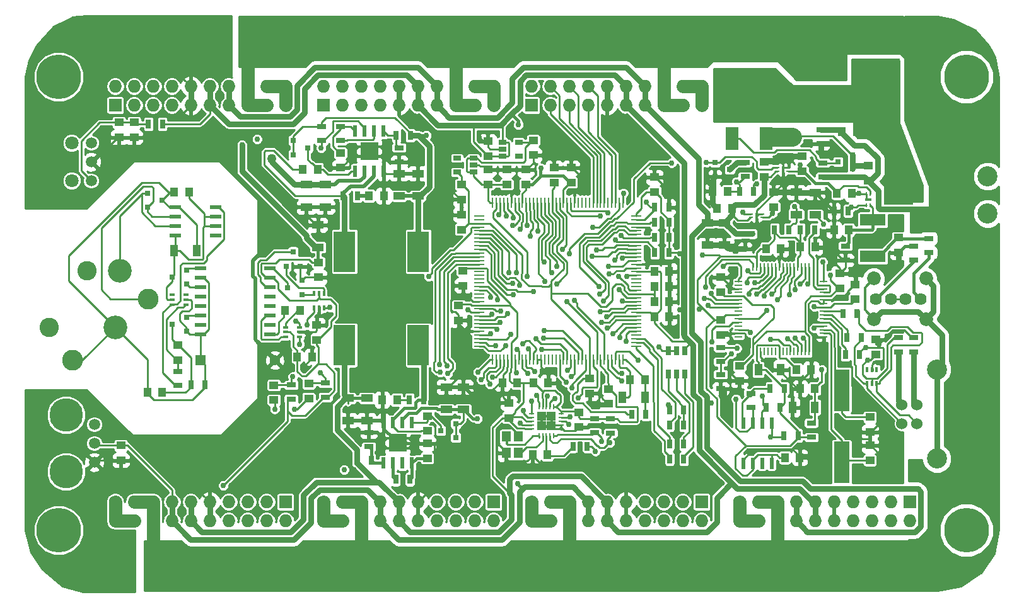
<source format=gbr>
G04 #@! TF.FileFunction,Copper,L1,Top,Signal*
%FSLAX46Y46*%
G04 Gerber Fmt 4.6, Leading zero omitted, Abs format (unit mm)*
G04 Created by KiCad (PCBNEW 4.0.0-rc2-1-stable) date Monday, December 07, 2015 'PMt' 01:03:15 PM*
%MOMM*%
G01*
G04 APERTURE LIST*
%ADD10C,0.100000*%
%ADD11R,0.381000X0.749300*%
%ADD12R,0.391000X0.860000*%
%ADD13R,0.550000X0.228600*%
%ADD14R,0.600000X1.550000*%
%ADD15R,1.175000X1.175000*%
%ADD16R,0.800100X0.800100*%
%ADD17R,1.600000X1.000000*%
%ADD18R,1.250000X1.000000*%
%ADD19R,1.060000X0.650000*%
%ADD20R,1.300000X0.700000*%
%ADD21R,0.700000X1.300000*%
%ADD22C,6.000000*%
%ADD23R,1.500000X0.600000*%
%ADD24C,1.524000*%
%ADD25C,2.700020*%
%ADD26R,0.246000X0.730000*%
%ADD27R,0.730000X0.246000*%
%ADD28R,1.250000X1.250000*%
%ADD29C,2.800000*%
%ADD30C,2.600000*%
%ADD31C,3.200000*%
%ADD32R,1.000000X0.228600*%
%ADD33R,0.228600X1.000000*%
%ADD34R,0.228600X1.450000*%
%ADD35R,1.450000X0.228600*%
%ADD36R,1.550000X0.600000*%
%ADD37C,4.500000*%
%ADD38C,1.500000*%
%ADD39C,1.800000*%
%ADD40C,2.400000*%
%ADD41R,2.400000X2.400000*%
%ADD42R,4.000000X2.500000*%
%ADD43R,7.000000X4.000000*%
%ADD44C,2.700000*%
%ADD45R,1.200000X1.400000*%
%ADD46R,1.000000X1.250000*%
%ADD47R,1.000000X1.600000*%
%ADD48R,1.400000X1.400000*%
%ADD49C,1.400000*%
%ADD50C,1.620000*%
%ADD51C,1.850000*%
%ADD52R,3.500000X1.600000*%
%ADD53R,2.900680X5.400040*%
%ADD54R,1.651000X3.048000*%
%ADD55R,6.096000X6.096000*%
%ADD56R,2.100580X5.600700*%
%ADD57R,0.860000X0.391000*%
%ADD58R,0.228600X0.550000*%
%ADD59R,0.749300X0.381000*%
%ADD60C,1.727200*%
%ADD61O,1.727200X1.727200*%
%ADD62R,1.727200X1.727200*%
%ADD63C,0.762000*%
%ADD64C,1.270000*%
%ADD65C,0.762000*%
%ADD66C,0.381000*%
%ADD67C,0.304800*%
%ADD68C,0.228600*%
%ADD69C,0.508000*%
%ADD70C,2.540000*%
%ADD71C,1.778000*%
%ADD72C,0.254000*%
G04 APERTURE END LIST*
D10*
D11*
X106621360Y-87073980D03*
X107271600Y-87073980D03*
X107921840Y-87073980D03*
X107921840Y-85174060D03*
X107271600Y-85174060D03*
X106621360Y-85174060D03*
D12*
X169562560Y-68481180D03*
D13*
X168837560Y-68231180D03*
X168837560Y-68731180D03*
X170287560Y-68231180D03*
X170287560Y-68731180D03*
D14*
X119727760Y-102552780D03*
X118457760Y-102552780D03*
X117187760Y-102552780D03*
X115917760Y-102552780D03*
X115917760Y-107952780D03*
X117187760Y-107952780D03*
X118457760Y-107952780D03*
X119727760Y-107952780D03*
D15*
X117235260Y-105840280D03*
X118410260Y-105840280D03*
X117235260Y-104665280D03*
X118410260Y-104665280D03*
D16*
X105021160Y-85316380D03*
X105021160Y-83416380D03*
X103022180Y-84366380D03*
D17*
X107129360Y-78945980D03*
X107129360Y-75945980D03*
D18*
X101211160Y-97487980D03*
X101211160Y-99487980D03*
D16*
X102851960Y-81546940D03*
X104751960Y-81546940D03*
X103801960Y-79547960D03*
D18*
X105884760Y-97265980D03*
X105884760Y-99265980D03*
D17*
X105554560Y-70537180D03*
X105554560Y-73537180D03*
D19*
X127990560Y-68857180D03*
X127990560Y-67907180D03*
X127990560Y-66957180D03*
X125790560Y-66957180D03*
X125790560Y-68857180D03*
D20*
X187139360Y-91117580D03*
X187139360Y-93017580D03*
D12*
X166031960Y-74704180D03*
D13*
X165306960Y-74454180D03*
X165306960Y-74954180D03*
X166756960Y-74454180D03*
X166756960Y-74954180D03*
D21*
X154195560Y-95963980D03*
X155295560Y-95963980D03*
X156395560Y-95963980D03*
X156395560Y-92863980D03*
X155295560Y-92863980D03*
X154195560Y-92863980D03*
D22*
X72280560Y-56035180D03*
X72280560Y-116995180D03*
X194200560Y-116995180D03*
X194200560Y-56035180D03*
D19*
X131886560Y-64803180D03*
X131886560Y-65753180D03*
X131886560Y-66703180D03*
X134086560Y-66703180D03*
X134086560Y-64803180D03*
D23*
X91330560Y-81793936D03*
X91330560Y-83063936D03*
X91330560Y-84333936D03*
X91330560Y-85603936D03*
X91330560Y-86873936D03*
X91330560Y-88143936D03*
X91330560Y-89413936D03*
X91330560Y-90683936D03*
X100630560Y-90683936D03*
X100630560Y-89413936D03*
X100630560Y-88143936D03*
X100630560Y-86873936D03*
X100630560Y-85603936D03*
X100630560Y-84333936D03*
X100630560Y-83063936D03*
X100630560Y-81793936D03*
D18*
X132732560Y-99882180D03*
X132732560Y-101882180D03*
X182059360Y-91373180D03*
X182059360Y-93373180D03*
D24*
X185540560Y-102650180D03*
X185540560Y-100110180D03*
X187539540Y-100110180D03*
X187539540Y-102650180D03*
D25*
X190239560Y-107379660D03*
X190239560Y-95380700D03*
D26*
X136792560Y-104287180D03*
X137292560Y-104287180D03*
X137792560Y-104287180D03*
X138292560Y-104287180D03*
X138792560Y-104287180D03*
D27*
X139757560Y-103322180D03*
X139757560Y-102822180D03*
X139757560Y-102322180D03*
X139757560Y-101822180D03*
X139757560Y-101322180D03*
D26*
X138792560Y-100357180D03*
X138292560Y-100357180D03*
X137792560Y-100357180D03*
X137292560Y-100357180D03*
X136792560Y-100357180D03*
D27*
X135827560Y-101322180D03*
X135827560Y-101822180D03*
X135827560Y-102322180D03*
X135827560Y-102822180D03*
X135827560Y-103322180D03*
D28*
X138417560Y-101697180D03*
X137167560Y-101697180D03*
X138417560Y-102947180D03*
X137167560Y-102947180D03*
D18*
X179265360Y-83930980D03*
X179265360Y-85930980D03*
D29*
X74180560Y-94130180D03*
X84350560Y-85880180D03*
D30*
X71010560Y-89690180D03*
X76090560Y-82070180D03*
D31*
X80535560Y-82070180D03*
X79900560Y-89690180D03*
D18*
X88282560Y-94103180D03*
X88282560Y-92103180D03*
D14*
X168038560Y-102578180D03*
X166768560Y-102578180D03*
X165498560Y-102578180D03*
X164228560Y-102578180D03*
X164228560Y-107978180D03*
X165498560Y-107978180D03*
X166768560Y-107978180D03*
X168038560Y-107978180D03*
X112111060Y-68735180D03*
X113381060Y-68735180D03*
X114651060Y-68735180D03*
X115921060Y-68735180D03*
X115921060Y-63335180D03*
X114651060Y-63335180D03*
X113381060Y-63335180D03*
X112111060Y-63335180D03*
D15*
X114603560Y-65447680D03*
X113428560Y-65447680D03*
X114603560Y-66622680D03*
X113428560Y-66622680D03*
D32*
X175008560Y-91027180D03*
X175008560Y-90527180D03*
X175008560Y-90027180D03*
X175008560Y-89527180D03*
X175008560Y-89027180D03*
X175008560Y-88527180D03*
X175008560Y-88027180D03*
X175008560Y-87527180D03*
X175008560Y-87027180D03*
X175008560Y-86527180D03*
X175008560Y-86027180D03*
X175008560Y-85527180D03*
X175008560Y-85027180D03*
X175008560Y-84527180D03*
X175008560Y-84027180D03*
X175008560Y-83527180D03*
D33*
X173058560Y-81577180D03*
X172558560Y-81577180D03*
X172058560Y-81577180D03*
X171558560Y-81577180D03*
X171058560Y-81577180D03*
X170558560Y-81577180D03*
X170058560Y-81577180D03*
X169558560Y-81577180D03*
X169058560Y-81577180D03*
X168558560Y-81577180D03*
X168058560Y-81577180D03*
X167558560Y-81577180D03*
X167058560Y-81577180D03*
X166558560Y-81577180D03*
X166058560Y-81577180D03*
X165558560Y-81577180D03*
D32*
X163608560Y-83527180D03*
X163608560Y-84027180D03*
X163608560Y-84527180D03*
X163608560Y-85027180D03*
X163608560Y-85527180D03*
X163608560Y-86027180D03*
X163608560Y-86527180D03*
X163608560Y-87027180D03*
X163608560Y-87527180D03*
X163608560Y-88027180D03*
X163608560Y-88527180D03*
X163608560Y-89027180D03*
X163608560Y-89527180D03*
X163608560Y-90027180D03*
X163608560Y-90527180D03*
X163608560Y-91027180D03*
D33*
X165558560Y-92977180D03*
X166058560Y-92977180D03*
X166558560Y-92977180D03*
X167058560Y-92977180D03*
X167558560Y-92977180D03*
X168058560Y-92977180D03*
X168558560Y-92977180D03*
X169058560Y-92977180D03*
X169558560Y-92977180D03*
X170058560Y-92977180D03*
X170558560Y-92977180D03*
X171058560Y-92977180D03*
X171558560Y-92977180D03*
X172058560Y-92977180D03*
X172558560Y-92977180D03*
X173058560Y-92977180D03*
D34*
X130577560Y-94030180D03*
X131077560Y-94030180D03*
X131577560Y-94030180D03*
X132077560Y-94030180D03*
X132577560Y-94030180D03*
X133077560Y-94030180D03*
X133577560Y-94030180D03*
X134077560Y-94030180D03*
X134577560Y-94030180D03*
X135077560Y-94030180D03*
X135577560Y-94030180D03*
X136077560Y-94030180D03*
X136577560Y-94030180D03*
X137077560Y-94030180D03*
X137577560Y-94030180D03*
X138077560Y-94030180D03*
X138577560Y-94030180D03*
X139077560Y-94030180D03*
X139577560Y-94030180D03*
X140077560Y-94030180D03*
X140577560Y-94030180D03*
X141077560Y-94030180D03*
X141577560Y-94030180D03*
X142077560Y-94030180D03*
X142577560Y-94030180D03*
X143077560Y-94030180D03*
X143577560Y-94030180D03*
X144077560Y-94030180D03*
X144577560Y-94030180D03*
X145077560Y-94030180D03*
X145577560Y-94030180D03*
X146077560Y-94030180D03*
X146577560Y-94030180D03*
X147077560Y-94030180D03*
X147577560Y-94030180D03*
X148077560Y-94030180D03*
D35*
X149877560Y-92230180D03*
X149877560Y-91730180D03*
X149877560Y-91230180D03*
X149877560Y-90730180D03*
X149877560Y-90230180D03*
X149877560Y-89730180D03*
X149877560Y-89230180D03*
X149877560Y-88730180D03*
X149877560Y-88230180D03*
X149877560Y-87730180D03*
X149877560Y-87230180D03*
X149877560Y-86730180D03*
X149877560Y-86230180D03*
X149877560Y-85730180D03*
X149877560Y-85230180D03*
X149877560Y-84730180D03*
X149877560Y-84230180D03*
X149877560Y-83730180D03*
X149877560Y-83230180D03*
X149877560Y-82730180D03*
X149877560Y-82230180D03*
X149877560Y-81730180D03*
X149877560Y-81230180D03*
X149877560Y-80730180D03*
X149877560Y-80230180D03*
X149877560Y-79730180D03*
X149877560Y-79230180D03*
X149877560Y-78730180D03*
X149877560Y-78230180D03*
X149877560Y-77730180D03*
X149877560Y-77230180D03*
X149877560Y-76730180D03*
X149877560Y-76230180D03*
X149877560Y-75730180D03*
X149877560Y-75230180D03*
X149877560Y-74730180D03*
D34*
X148077560Y-72930180D03*
X147577560Y-72930180D03*
X147077560Y-72930180D03*
X146577560Y-72930180D03*
X146077560Y-72930180D03*
X145577560Y-72930180D03*
X145077560Y-72930180D03*
X144577560Y-72930180D03*
X144077560Y-72930180D03*
X143577560Y-72930180D03*
X143077560Y-72930180D03*
X142577560Y-72930180D03*
X142077560Y-72930180D03*
X141577560Y-72930180D03*
X141077560Y-72930180D03*
X140577560Y-72930180D03*
X140077560Y-72930180D03*
X139577560Y-72930180D03*
X139077560Y-72930180D03*
X138577560Y-72930180D03*
X138077560Y-72930180D03*
X137577560Y-72930180D03*
X137077560Y-72930180D03*
X136577560Y-72930180D03*
X136077560Y-72930180D03*
X135577560Y-72930180D03*
X135077560Y-72930180D03*
X134577560Y-72930180D03*
X134077560Y-72930180D03*
X133577560Y-72930180D03*
X133077560Y-72930180D03*
X132577560Y-72930180D03*
X132077560Y-72930180D03*
X131577560Y-72930180D03*
X131077560Y-72930180D03*
X130577560Y-72930180D03*
D35*
X128777560Y-74730180D03*
X128777560Y-75230180D03*
X128777560Y-75730180D03*
X128777560Y-76230180D03*
X128777560Y-76730180D03*
X128777560Y-77230180D03*
X128777560Y-77730180D03*
X128777560Y-78230180D03*
X128777560Y-78730180D03*
X128777560Y-79230180D03*
X128777560Y-79730180D03*
X128777560Y-80230180D03*
X128777560Y-80730180D03*
X128777560Y-81230180D03*
X128777560Y-81730180D03*
X128777560Y-82230180D03*
X128777560Y-82730180D03*
X128777560Y-83230180D03*
X128777560Y-83730180D03*
X128777560Y-84230180D03*
X128777560Y-84730180D03*
X128777560Y-85230180D03*
X128777560Y-85730180D03*
X128777560Y-86230180D03*
X128777560Y-86730180D03*
X128777560Y-87230180D03*
X128777560Y-87730180D03*
X128777560Y-88230180D03*
X128777560Y-88730180D03*
X128777560Y-89230180D03*
X128777560Y-89730180D03*
X128777560Y-90230180D03*
X128777560Y-90730180D03*
X128777560Y-91230180D03*
X128777560Y-91730180D03*
X128777560Y-92230180D03*
D36*
X93362560Y-77371180D03*
X93362560Y-76101180D03*
X93362560Y-74831180D03*
X93362560Y-73561180D03*
X87962560Y-73561180D03*
X87962560Y-74831180D03*
X87962560Y-76101180D03*
X87962560Y-77371180D03*
D37*
X73296560Y-109121180D03*
D38*
X77106560Y-107851180D03*
X77106560Y-102771180D03*
X77106560Y-105311180D03*
D37*
X73296560Y-101501180D03*
D39*
X74058560Y-70005180D03*
X74058560Y-64925180D03*
D38*
X76688560Y-70005180D03*
X76688560Y-64925180D03*
X76688560Y-67465180D03*
D40*
X176420560Y-54765180D03*
X172610560Y-54765180D03*
X180230560Y-54765180D03*
D41*
X184040560Y-54765180D03*
D42*
X185050560Y-71910180D03*
D43*
X194300560Y-78410180D03*
X194300560Y-65410180D03*
D44*
X197050560Y-74410180D03*
X197050560Y-69410180D03*
D45*
X132402560Y-104381180D03*
X132402560Y-106581180D03*
X134002560Y-104381180D03*
X134002560Y-106581180D03*
D18*
X177182560Y-82483180D03*
X177182560Y-84483180D03*
X161180560Y-82959180D03*
X161180560Y-84959180D03*
X163720560Y-96913180D03*
X163720560Y-94913180D03*
X161180560Y-90706180D03*
X161180560Y-88706180D03*
D46*
X173905960Y-78920580D03*
X171905960Y-78920580D03*
X173340560Y-95405180D03*
X171340560Y-95405180D03*
D17*
X171340560Y-74553180D03*
X171340560Y-71553180D03*
D46*
X169292560Y-79149180D03*
X167292560Y-79149180D03*
D18*
X181246560Y-105597180D03*
X181246560Y-107597180D03*
D47*
X166260560Y-95405180D03*
X169260560Y-95405180D03*
D46*
X171864560Y-97945180D03*
X173864560Y-97945180D03*
D17*
X173880560Y-74577180D03*
X173880560Y-71577180D03*
D18*
X181246560Y-103787180D03*
X181246560Y-101787180D03*
D47*
X173856560Y-100485180D03*
X170856560Y-100485180D03*
X87822560Y-79403180D03*
X90822560Y-79403180D03*
D46*
X87806560Y-71529180D03*
X89806560Y-71529180D03*
X86218560Y-98453180D03*
X84218560Y-98453180D03*
X106341960Y-93677980D03*
X104341960Y-93677980D03*
D18*
X106976960Y-89391980D03*
X106976960Y-91391980D03*
X107180160Y-82984580D03*
X107180160Y-80984580D03*
D46*
X102735160Y-87480380D03*
X104735160Y-87480380D03*
D48*
X91330560Y-94135180D03*
D49*
X101330560Y-94135180D03*
D18*
X138828560Y-68243180D03*
X138828560Y-70243180D03*
D46*
X138034560Y-97183180D03*
X136034560Y-97183180D03*
X154306560Y-84229180D03*
X152306560Y-84229180D03*
X131875560Y-97183180D03*
X133875560Y-97183180D03*
X149020560Y-96751380D03*
X151020560Y-96751380D03*
D47*
X151021960Y-99138980D03*
X148021960Y-99138980D03*
D18*
X126382560Y-74577180D03*
X126382560Y-76577180D03*
X135018560Y-68513180D03*
X135018560Y-70513180D03*
X143603760Y-98605580D03*
X143603760Y-96605580D03*
X146143760Y-100002580D03*
X146143760Y-98002580D03*
D46*
X154290560Y-86261180D03*
X152290560Y-86261180D03*
X154290560Y-88293180D03*
X152290560Y-88293180D03*
D18*
X126611160Y-84102180D03*
X126611160Y-82102180D03*
X132478560Y-68497180D03*
X132478560Y-70497180D03*
X126003560Y-88769180D03*
X126003560Y-86769180D03*
X152306560Y-69529180D03*
X152306560Y-71529180D03*
D46*
X154306560Y-82197180D03*
X152306560Y-82197180D03*
D18*
X141114560Y-68243180D03*
X141114560Y-70243180D03*
D17*
X108094560Y-70537180D03*
X108094560Y-73537180D03*
D18*
X110126560Y-66245980D03*
X110126560Y-68245980D03*
D46*
X105078560Y-68481180D03*
X107078560Y-68481180D03*
X115968560Y-72037180D03*
X113968560Y-72037180D03*
D17*
X120540560Y-72037180D03*
X120540560Y-69037180D03*
X118000560Y-72037180D03*
X118000560Y-69037180D03*
X126636560Y-100739180D03*
X126636560Y-97739180D03*
X124350560Y-100739180D03*
X124350560Y-97739180D03*
D18*
X121810560Y-107311180D03*
X121810560Y-105311180D03*
X121810560Y-103653580D03*
X121810560Y-101653580D03*
D46*
X115746560Y-99469180D03*
X117746560Y-99469180D03*
D17*
X113682560Y-99239180D03*
X113682560Y-102239180D03*
X111142560Y-99239180D03*
X111142560Y-102239180D03*
D46*
X176826960Y-71681580D03*
X178826960Y-71681580D03*
X176420560Y-76609180D03*
X178420560Y-76609180D03*
D18*
X185056560Y-79657180D03*
X185056560Y-77657180D03*
D46*
X160139160Y-71427580D03*
X162139160Y-71427580D03*
D18*
X168292560Y-73545180D03*
X168292560Y-71545180D03*
X172102560Y-68719180D03*
X172102560Y-66719180D03*
D46*
X160729960Y-73688180D03*
X162729960Y-73688180D03*
D18*
X167022560Y-67465180D03*
X167022560Y-69465180D03*
D17*
X159402560Y-75641180D03*
X159402560Y-78641180D03*
X161688560Y-75641180D03*
X161688560Y-78641180D03*
D46*
X177468560Y-63401180D03*
X179468560Y-63401180D03*
D18*
X180992560Y-67973180D03*
X180992560Y-69973180D03*
X129938560Y-64703180D03*
X129938560Y-66703180D03*
X136034560Y-64560180D03*
X136034560Y-66560180D03*
X129938560Y-68497180D03*
X129938560Y-70497180D03*
X126382560Y-70513180D03*
X126382560Y-72513180D03*
X142181360Y-103126780D03*
X142181360Y-101126780D03*
D46*
X137939560Y-106835180D03*
X135939560Y-106835180D03*
D18*
X80662560Y-107597180D03*
X80662560Y-105597180D03*
X82440560Y-64163180D03*
X82440560Y-62163180D03*
X80408560Y-62163180D03*
X80408560Y-64163180D03*
D50*
X188040560Y-85880180D03*
X186040560Y-85880180D03*
X184040560Y-85880180D03*
D51*
X188770560Y-88600180D03*
D50*
X182040560Y-85880180D03*
D51*
X181770560Y-88600180D03*
X188770560Y-83160180D03*
X181770560Y-83160180D03*
D16*
X89519540Y-83909180D03*
X89519540Y-82009180D03*
X87520560Y-82959180D03*
X89519540Y-90259180D03*
X89519540Y-88359180D03*
X87520560Y-89309180D03*
X84218560Y-71661180D03*
X84218560Y-73561180D03*
X86217540Y-72611180D03*
X103791800Y-64610180D03*
X103791800Y-66510180D03*
X105790780Y-65560180D03*
X125620560Y-104549180D03*
X125620560Y-102649180D03*
X123621580Y-103599180D03*
X165432560Y-77150200D03*
X163532560Y-77150200D03*
X164482560Y-79149180D03*
X178945320Y-68415180D03*
X178945320Y-66515180D03*
X176946340Y-67465180D03*
D52*
X181627560Y-75288380D03*
X181627560Y-80165180D03*
D20*
X185081960Y-93017580D03*
X185081960Y-91117580D03*
D21*
X168424560Y-76609180D03*
X170324560Y-76609180D03*
D20*
X173372560Y-104483180D03*
X173372560Y-102583180D03*
X189120560Y-77757180D03*
X189120560Y-79657180D03*
X187088560Y-78773180D03*
X187088560Y-80673180D03*
D21*
X86250560Y-62385180D03*
X84350560Y-62385180D03*
D53*
X120588820Y-79530180D03*
X110687900Y-79530180D03*
X110687900Y-92103180D03*
X120588820Y-92103180D03*
D16*
X160433800Y-67531180D03*
X160433800Y-69431180D03*
X162432780Y-68481180D03*
D54*
X162704560Y-64290180D03*
D55*
X164990560Y-57940180D03*
D54*
X167276560Y-64290180D03*
D21*
X169689560Y-104269780D03*
X171589560Y-104269780D03*
X167276560Y-100485180D03*
X169176560Y-100485180D03*
X167850560Y-97945180D03*
X169750560Y-97945180D03*
D20*
X161180560Y-94323180D03*
X161180560Y-92423180D03*
X161180560Y-97945180D03*
X161180560Y-96045180D03*
X165244560Y-98585180D03*
X165244560Y-100485180D03*
D21*
X173814560Y-76609180D03*
X171914560Y-76609180D03*
X180062960Y-91112580D03*
X178162960Y-91112580D03*
X179529560Y-87861380D03*
X177629560Y-87861380D03*
X179849560Y-93373180D03*
X177949560Y-93373180D03*
D20*
X108145360Y-97213580D03*
X108145360Y-99113580D03*
X103522560Y-97467580D03*
X103522560Y-99367580D03*
D21*
X91960560Y-97437180D03*
X90060560Y-97437180D03*
D20*
X88282560Y-97559180D03*
X88282560Y-95659180D03*
D21*
X151172960Y-101399580D03*
X149272960Y-101399580D03*
X152356560Y-75593180D03*
X154256560Y-75593180D03*
X154256560Y-73561180D03*
X152356560Y-73561180D03*
X152356560Y-79657180D03*
X154256560Y-79657180D03*
X152356560Y-77625180D03*
X154256560Y-77625180D03*
D20*
X110117183Y-62698093D03*
X110117183Y-64598093D03*
D21*
X112412560Y-72037180D03*
X110512560Y-72037180D03*
X117624560Y-63909180D03*
X119524560Y-63909180D03*
D20*
X118000560Y-67465180D03*
X118000560Y-65565180D03*
X107577183Y-64598093D03*
X107577183Y-62698093D03*
D21*
X119473760Y-110162580D03*
X117573760Y-110162580D03*
X119402560Y-99469180D03*
X121302560Y-99469180D03*
X114266760Y-107597180D03*
X112366760Y-107597180D03*
D20*
X113936560Y-103853180D03*
X113936560Y-105753180D03*
D21*
X178320560Y-74069180D03*
X176420560Y-74069180D03*
D20*
X177944560Y-78773180D03*
X177944560Y-80673180D03*
D21*
X165625560Y-71402180D03*
X163725560Y-71402180D03*
D20*
X164482560Y-69431180D03*
X164482560Y-67531180D03*
X174896560Y-67597180D03*
X174896560Y-69497180D03*
X146423160Y-102034580D03*
X146423160Y-103934580D03*
X144264160Y-101963380D03*
X144264160Y-103863380D03*
D21*
X143268560Y-105692180D03*
X141368560Y-105692180D03*
D56*
X177436560Y-107874040D03*
X177436560Y-98176320D03*
D46*
X171816560Y-107216180D03*
X169816560Y-107216180D03*
D57*
X180992560Y-72545180D03*
D58*
X180742560Y-73270180D03*
X181242560Y-73270180D03*
X180742560Y-71820180D03*
X181242560Y-71820180D03*
D21*
X154352960Y-102821980D03*
X156252960Y-102821980D03*
X154352960Y-105361980D03*
X156252960Y-105361980D03*
X154352960Y-107393980D03*
X156252960Y-107393980D03*
X156252960Y-100789980D03*
X154352960Y-100789980D03*
D11*
X182150800Y-95405180D03*
X181500560Y-95405180D03*
X180850320Y-95405180D03*
X180850320Y-97305100D03*
X181500560Y-97305100D03*
X182150800Y-97305100D03*
D59*
X89420480Y-86657420D03*
X89420480Y-86007180D03*
X89420480Y-85356940D03*
X87520560Y-85356940D03*
X87520560Y-86007180D03*
X87520560Y-86657420D03*
X104665560Y-90990660D03*
X104665560Y-90340420D03*
X104665560Y-89690180D03*
X102765640Y-89690180D03*
X102765640Y-90340420D03*
X102765640Y-90990660D03*
D60*
X158640560Y-59845180D03*
D61*
X158640560Y-57305180D03*
X156100560Y-59845180D03*
X156100560Y-57305180D03*
X153560560Y-59845180D03*
X153560560Y-57305180D03*
X151020560Y-59845180D03*
X151020560Y-57305180D03*
X148480560Y-59845180D03*
X148480560Y-57305180D03*
X145940560Y-59845180D03*
X145940560Y-57305180D03*
X143400560Y-59845180D03*
X143400560Y-57305180D03*
X140860560Y-59845180D03*
X140860560Y-57305180D03*
X138320560Y-59845180D03*
X138320560Y-57305180D03*
D62*
X135780560Y-59845180D03*
D61*
X135780560Y-57305180D03*
D60*
X130700560Y-59845180D03*
D61*
X130700560Y-57305180D03*
X128160560Y-59845180D03*
X128160560Y-57305180D03*
X125620560Y-59845180D03*
X125620560Y-57305180D03*
X123080560Y-59845180D03*
X123080560Y-57305180D03*
X120540560Y-59845180D03*
X120540560Y-57305180D03*
X118000560Y-59845180D03*
X118000560Y-57305180D03*
X115460560Y-59845180D03*
X115460560Y-57305180D03*
X112920560Y-59845180D03*
X112920560Y-57305180D03*
X110380560Y-59845180D03*
X110380560Y-57305180D03*
D62*
X107840560Y-59845180D03*
D61*
X107840560Y-57305180D03*
D60*
X102760560Y-59845180D03*
D61*
X102760560Y-57305180D03*
X100220560Y-59845180D03*
X100220560Y-57305180D03*
X97680560Y-59845180D03*
X97680560Y-57305180D03*
X95140560Y-59845180D03*
X95140560Y-57305180D03*
X92600560Y-59845180D03*
X92600560Y-57305180D03*
X90060560Y-59845180D03*
X90060560Y-57305180D03*
X87520560Y-59845180D03*
X87520560Y-57305180D03*
X84980560Y-59845180D03*
X84980560Y-57305180D03*
X82440560Y-59845180D03*
X82440560Y-57305180D03*
D62*
X79900560Y-59845180D03*
D61*
X79900560Y-57305180D03*
D60*
X79900560Y-113185180D03*
D61*
X79900560Y-115725180D03*
X82440560Y-113185180D03*
X82440560Y-115725180D03*
X84980560Y-113185180D03*
X84980560Y-115725180D03*
X87520560Y-113185180D03*
X87520560Y-115725180D03*
X90060560Y-113185180D03*
X90060560Y-115725180D03*
X92600560Y-113185180D03*
X92600560Y-115725180D03*
X95140560Y-113185180D03*
X95140560Y-115725180D03*
X97680560Y-113185180D03*
X97680560Y-115725180D03*
X100220560Y-113185180D03*
X100220560Y-115725180D03*
D62*
X102760560Y-113185180D03*
D61*
X102760560Y-115725180D03*
D60*
X107840560Y-113185180D03*
D61*
X107840560Y-115725180D03*
X110380560Y-113185180D03*
X110380560Y-115725180D03*
X112920560Y-113185180D03*
X112920560Y-115725180D03*
X115460560Y-113185180D03*
X115460560Y-115725180D03*
X118000560Y-113185180D03*
X118000560Y-115725180D03*
X120540560Y-113185180D03*
X120540560Y-115725180D03*
X123080560Y-113185180D03*
X123080560Y-115725180D03*
X125620560Y-113185180D03*
X125620560Y-115725180D03*
X128160560Y-113185180D03*
X128160560Y-115725180D03*
D62*
X130700560Y-113185180D03*
D61*
X130700560Y-115725180D03*
D60*
X135780560Y-113185180D03*
D61*
X135780560Y-115725180D03*
X138320560Y-113185180D03*
X138320560Y-115725180D03*
X140860560Y-113185180D03*
X140860560Y-115725180D03*
X143400560Y-113185180D03*
X143400560Y-115725180D03*
X145940560Y-113185180D03*
X145940560Y-115725180D03*
X148480560Y-113185180D03*
X148480560Y-115725180D03*
X151020560Y-113185180D03*
X151020560Y-115725180D03*
X153560560Y-113185180D03*
X153560560Y-115725180D03*
X156100560Y-113185180D03*
X156100560Y-115725180D03*
D62*
X158640560Y-113185180D03*
D61*
X158640560Y-115725180D03*
D60*
X163720560Y-113185180D03*
D61*
X163720560Y-115725180D03*
X166260560Y-113185180D03*
X166260560Y-115725180D03*
X168800560Y-113185180D03*
X168800560Y-115725180D03*
X171340560Y-113185180D03*
X171340560Y-115725180D03*
X173880560Y-113185180D03*
X173880560Y-115725180D03*
X176420560Y-113185180D03*
X176420560Y-115725180D03*
X178960560Y-113185180D03*
X178960560Y-115725180D03*
X181500560Y-113185180D03*
X181500560Y-115725180D03*
X184040560Y-113185180D03*
X184040560Y-115725180D03*
D62*
X186580560Y-113185180D03*
D61*
X186580560Y-115725180D03*
D21*
X192798560Y-91722180D03*
X190898560Y-91722180D03*
D20*
X174642560Y-63147180D03*
X174642560Y-65047180D03*
D63*
X98950560Y-64417180D03*
X110634560Y-108867180D03*
X134027960Y-62486780D03*
X137050560Y-68303380D03*
X155719560Y-79784180D03*
X155694160Y-87327980D03*
X158716760Y-79952505D03*
X158335792Y-87274474D03*
X175922548Y-82688066D03*
X175023560Y-75847180D03*
X166000673Y-70466329D03*
X168178782Y-74387202D03*
X163383385Y-92549057D03*
X180916738Y-94101780D03*
X171111960Y-73510380D03*
X173753560Y-86908849D03*
X173753560Y-89855332D03*
X174769560Y-95405180D03*
X107408760Y-95811580D03*
X105670347Y-89412252D03*
X103954362Y-100713780D03*
X139209556Y-83848180D03*
X103751160Y-96344980D03*
X108729562Y-87048580D03*
X101312760Y-100713780D03*
X139154753Y-81512846D03*
X96918560Y-65179180D03*
X133926360Y-110746800D03*
X128516160Y-102009180D03*
X159948640Y-99907352D03*
X94429360Y-110975380D03*
X152874760Y-92369999D03*
D64*
X100893668Y-67067996D03*
X169181560Y-64163180D03*
X170832560Y-64163180D03*
D63*
X171892304Y-67854192D03*
X121683560Y-63909180D03*
X164152360Y-74272400D03*
X163314160Y-70132180D03*
X139952824Y-79193314D03*
X137567708Y-83514151D03*
X145051560Y-74772801D03*
X146042160Y-74297780D03*
X140519313Y-86227828D03*
X141529315Y-86117482D03*
X147885259Y-96887406D03*
X147938384Y-95872784D03*
X143943546Y-80152604D03*
X144534580Y-79307464D03*
X148137640Y-71656180D03*
X144035560Y-76304378D03*
X136619802Y-76792701D03*
X135646469Y-77481563D03*
X135187481Y-76031323D03*
X134284831Y-76497695D03*
X133309236Y-76015077D03*
X133388100Y-74981025D03*
X132398318Y-74751656D03*
X131392264Y-74567244D03*
X133342198Y-85361844D03*
X136043218Y-84906170D03*
X133229288Y-83826686D03*
X134226397Y-84030502D03*
X132737479Y-82339809D03*
X133754210Y-82346515D03*
X121975607Y-82865212D03*
X135234792Y-82869978D03*
X127255752Y-87368509D03*
X131618611Y-87539748D03*
X130268760Y-85664249D03*
X131241912Y-86026531D03*
X124540919Y-95938580D03*
X124485616Y-94923535D03*
X123436926Y-94762665D03*
X123538391Y-95773597D03*
X136263160Y-95659180D03*
X135272837Y-95886205D03*
X133892740Y-92664158D03*
X133760214Y-95786180D03*
X130573560Y-96421180D03*
X130205239Y-97374548D03*
X129074965Y-96787176D03*
X128604527Y-95726945D03*
X130440621Y-87979433D03*
X132628730Y-87861424D03*
X131546068Y-89040737D03*
X131133181Y-89969072D03*
X130319560Y-90579180D03*
X133037362Y-90680780D03*
X131005360Y-92153980D03*
X132296482Y-92192109D03*
X159250160Y-67541380D03*
X154595993Y-67595832D03*
X140885960Y-79834980D03*
X107561160Y-65610980D03*
X172264469Y-91179270D03*
X167911560Y-104422180D03*
X171234838Y-91134003D03*
X166768560Y-98961180D03*
X167904973Y-91359551D03*
X162664961Y-93267480D03*
X163263360Y-99342180D03*
X170176055Y-91285668D03*
X144882178Y-84242259D03*
X159920548Y-85175574D03*
X167370437Y-87447874D03*
X151249160Y-72900780D03*
X160024865Y-91689107D03*
X147032904Y-77941904D03*
X154144376Y-100111781D03*
X147864407Y-77348857D03*
X165192976Y-90397650D03*
X178766333Y-73552253D03*
X150118880Y-94135180D03*
X146296160Y-105234980D03*
X140610486Y-95510837D03*
X145233419Y-105077840D03*
X141154841Y-96368717D03*
X144391160Y-106377980D03*
X140433237Y-97083957D03*
X174883891Y-80914478D03*
X148516544Y-91600557D03*
X147623374Y-91116277D03*
X172908328Y-83877907D03*
X146746871Y-90602447D03*
X171892782Y-83847146D03*
X145956881Y-89812456D03*
X171159863Y-84614416D03*
X145220099Y-89033454D03*
X170410543Y-85341522D03*
X168786586Y-85985555D03*
X145873976Y-88254586D03*
X168075101Y-85243605D03*
X145059412Y-87647325D03*
X167083874Y-85466648D03*
X147494462Y-82872966D03*
X166053480Y-85231136D03*
X147543694Y-84637346D03*
X165037471Y-85233457D03*
X148573602Y-82855021D03*
X165772821Y-83732514D03*
X146194951Y-82559950D03*
X164756810Y-83733900D03*
X146179252Y-81544060D03*
X164810012Y-82108260D03*
X148013147Y-80391183D03*
X159157431Y-84346793D03*
X147986883Y-86196485D03*
X146956550Y-80673180D03*
X161584841Y-81503112D03*
X144961685Y-85255155D03*
X159010747Y-85845414D03*
X145444470Y-86149134D03*
X159482785Y-86752269D03*
X104640160Y-91976180D03*
X138555646Y-82333425D03*
X104106760Y-88877380D03*
X137464789Y-80909418D03*
X137447474Y-91132348D03*
X137962711Y-98984465D03*
X137462657Y-90116450D03*
X138941951Y-99255333D03*
X141196106Y-97867599D03*
X140939048Y-101776731D03*
X142054491Y-99176150D03*
X140807776Y-102784226D03*
X135422254Y-92592741D03*
X134243880Y-102563559D03*
X134654658Y-91927102D03*
X134733654Y-100920050D03*
X136364760Y-91214180D03*
X135784526Y-99645811D03*
X137120278Y-92670168D03*
X136464090Y-98890515D03*
X120526916Y-66348405D03*
X179707960Y-71681580D03*
X169740360Y-74551780D03*
X151371538Y-79301580D03*
X166997160Y-77244180D03*
X169054560Y-80393782D03*
X170726421Y-78808660D03*
X163136360Y-81856980D03*
X151362991Y-76571549D03*
X155287760Y-76634580D03*
X124625548Y-68392260D03*
X105287828Y-95443260D03*
X104081360Y-73561178D03*
X108602560Y-82959180D03*
X128770160Y-64188580D03*
X147743964Y-104701580D03*
X128465360Y-99570780D03*
X140149360Y-98249980D03*
X144060960Y-100281980D03*
X174464760Y-105730216D03*
X161637760Y-99291380D03*
X182445244Y-92052411D03*
X185081960Y-81003380D03*
X159529560Y-70106780D03*
X170146760Y-66906380D03*
X174667960Y-66245980D03*
X176090360Y-65102980D03*
X180662360Y-92407980D03*
X179620960Y-104752380D03*
X150868160Y-69624180D03*
X141165360Y-66855580D03*
D65*
X188770560Y-88600180D02*
X190898560Y-90728180D01*
X190898560Y-90728180D02*
X190898560Y-91722180D01*
X190898560Y-91722180D02*
X190898560Y-94721700D01*
D66*
X190898560Y-94721700D02*
X190239560Y-95380700D01*
D67*
X190873160Y-90702780D02*
X190898560Y-90728180D01*
X181770560Y-88600180D02*
X180560760Y-87390380D01*
X180560760Y-87390380D02*
X180560760Y-84369980D01*
X180560760Y-84369980D02*
X181770560Y-83160180D01*
X188770560Y-88600180D02*
X190873160Y-90702780D01*
X190873160Y-90702780D02*
X190873160Y-94747100D01*
X190873160Y-94747100D02*
X190239560Y-95380700D01*
D65*
X188770560Y-88600180D02*
X187749561Y-87579181D01*
X187749561Y-87579181D02*
X182791559Y-87579181D01*
X182791559Y-87579181D02*
X182695559Y-87675181D01*
X182695559Y-87675181D02*
X181770560Y-88600180D01*
X188770560Y-88600180D02*
X189739561Y-87631179D01*
X189739561Y-87631179D02*
X189739561Y-84129181D01*
X189739561Y-84129181D02*
X189695559Y-84085179D01*
X189695559Y-84085179D02*
X188770560Y-83160180D01*
X190239560Y-95380700D02*
X190239560Y-107379660D01*
X112366760Y-107597180D02*
X112366760Y-107897180D01*
X112366760Y-107897180D02*
X114987760Y-110518180D01*
X114987760Y-110518180D02*
X115333560Y-110518180D01*
X111142560Y-99239180D02*
X110842560Y-99239180D01*
X110842560Y-99239180D02*
X109707559Y-100374181D01*
X109707559Y-100374181D02*
X109707559Y-103525979D01*
X109707559Y-103525979D02*
X112366760Y-106185180D01*
X112366760Y-106185180D02*
X112366760Y-107597180D01*
X110687900Y-92103180D02*
X110687900Y-98784520D01*
X110687900Y-98784520D02*
X111142560Y-99239180D01*
D68*
X168424560Y-77892180D02*
X168424560Y-76909180D01*
X167292560Y-79149180D02*
X167292560Y-79024180D01*
X167292560Y-79024180D02*
X168424560Y-77892180D01*
X168918859Y-92108879D02*
X166149619Y-92108879D01*
X169058560Y-92248580D02*
X168918859Y-92108879D01*
X166058560Y-92248580D02*
X166058560Y-92977180D01*
X169058560Y-92977180D02*
X169058560Y-92248580D01*
X166149619Y-92108879D02*
X166058560Y-92199938D01*
X166058560Y-92199938D02*
X166058560Y-92248580D01*
D65*
X133624139Y-60513732D02*
X132997291Y-61140580D01*
X132997291Y-61140580D02*
X131625691Y-62512180D01*
D66*
X134027960Y-62486780D02*
X134027960Y-61947965D01*
X134027960Y-61947965D02*
X133220575Y-61140580D01*
X133220575Y-61140580D02*
X132997291Y-61140580D01*
X137010461Y-69374879D02*
X137010461Y-68343479D01*
X137010461Y-68343479D02*
X137050560Y-68303380D01*
X137010461Y-69374879D02*
X137086661Y-69298679D01*
X137086661Y-69298679D02*
X140045059Y-69298679D01*
X140045059Y-69298679D02*
X140989560Y-70243180D01*
X140989560Y-70243180D02*
X141114560Y-70243180D01*
X135018560Y-70513180D02*
X135872160Y-70513180D01*
X135872160Y-70513180D02*
X137010461Y-69374879D01*
D65*
X133113560Y-112260049D02*
X132884960Y-112031449D01*
X132884960Y-112031449D02*
X132884960Y-110111780D01*
X132884960Y-110111780D02*
X133265960Y-109730780D01*
X133265960Y-109730780D02*
X142486160Y-109730780D01*
X142486160Y-109730780D02*
X145076961Y-112321581D01*
X145076961Y-112321581D02*
X145940560Y-113185180D01*
D68*
X161185203Y-80142457D02*
X161162480Y-80165180D01*
X165781837Y-80142457D02*
X161185203Y-80142457D01*
X166058560Y-80419180D02*
X165781837Y-80142457D01*
X156946560Y-91706580D02*
X155998940Y-90758960D01*
X155998940Y-90758960D02*
X155998940Y-80139760D01*
X155998940Y-80139760D02*
X155516360Y-79657180D01*
X155516360Y-79657180D02*
X154256560Y-79657180D01*
X154256560Y-79657180D02*
X155592560Y-79657180D01*
X155592560Y-79657180D02*
X155719560Y-79784180D01*
X156232975Y-87327980D02*
X155694160Y-87327980D01*
X156278362Y-87282593D02*
X156232975Y-87327980D01*
X156278362Y-87200980D02*
X156278362Y-87282593D01*
X160949805Y-79952505D02*
X159255575Y-79952505D01*
X159255575Y-79952505D02*
X158716760Y-79952505D01*
X161162480Y-80165180D02*
X160949805Y-79952505D01*
D65*
X148480560Y-59845180D02*
X156303762Y-67668382D01*
X156303762Y-87175580D02*
X156278362Y-87200980D01*
D68*
X158069083Y-86448302D02*
X158818360Y-87197580D01*
X158069083Y-83258577D02*
X158069083Y-86448302D01*
X158412686Y-87197580D02*
X158335792Y-87274474D01*
X158818360Y-87197580D02*
X158412686Y-87197580D01*
X161162480Y-80165180D02*
X158069083Y-83258577D01*
D65*
X156303762Y-67668382D02*
X156303762Y-87175580D01*
X156278362Y-87200980D02*
X156278362Y-90873980D01*
D68*
X158818360Y-87197580D02*
X160326960Y-88706180D01*
X160697960Y-99333298D02*
X160697960Y-101755180D01*
X160697960Y-101755180D02*
X164558760Y-105615980D01*
D65*
X157228162Y-91823780D02*
X157510238Y-92105856D01*
X157510238Y-98676399D02*
X158297669Y-99463829D01*
X157510238Y-92105856D02*
X157510238Y-98676399D01*
X158297669Y-106274378D02*
X162668450Y-110645159D01*
X158297669Y-99463829D02*
X158297669Y-106274378D01*
D68*
X159275560Y-89757580D02*
X159275560Y-97910898D01*
X159275560Y-97910898D02*
X160697960Y-99333298D01*
X160326960Y-88706180D02*
X159275560Y-89757580D01*
X168424560Y-76909180D02*
X169153258Y-77637878D01*
X171864560Y-78295580D02*
X171864560Y-79149180D01*
X168424560Y-76609180D02*
X168424560Y-76909180D01*
X169153258Y-77637878D02*
X171206858Y-77637878D01*
X171206858Y-77637878D02*
X171864560Y-78295580D01*
X149877560Y-74730180D02*
X149877560Y-74387280D01*
X149877560Y-74387280D02*
X150499859Y-73764981D01*
X151181594Y-71529180D02*
X151452960Y-71529180D01*
X150499859Y-72210915D02*
X151181594Y-71529180D01*
X151452960Y-71529180D02*
X152306560Y-71529180D01*
X150499859Y-73764981D02*
X150499859Y-72210915D01*
D65*
X156278362Y-90873980D02*
X157228162Y-91823780D01*
D66*
X113682560Y-99239180D02*
X111142560Y-99239180D01*
D68*
X128020858Y-62651882D02*
X128160560Y-62512180D01*
X128020858Y-64785478D02*
X128020858Y-62651882D01*
X129938560Y-66703180D02*
X128020858Y-64785478D01*
X130598960Y-103162180D02*
X130598960Y-109745449D01*
X130598960Y-109745449D02*
X133113560Y-112260049D01*
X132732560Y-101882180D02*
X131878960Y-101882180D01*
X131878960Y-101882180D02*
X130598960Y-103162180D01*
X133094959Y-94649133D02*
X133061089Y-94547513D01*
X132990603Y-95746841D02*
X132990603Y-95274358D01*
X133875560Y-97183180D02*
X133146960Y-97183180D01*
X132872258Y-96908478D02*
X132872258Y-95865186D01*
X132872258Y-95865186D02*
X132990603Y-95746841D01*
X133061089Y-94547513D02*
X133061089Y-94046651D01*
X133146960Y-97183180D02*
X132872258Y-96908478D01*
X133094959Y-95170002D02*
X133094959Y-94649133D01*
X132990603Y-95274358D02*
X133094959Y-95170002D01*
X133061089Y-94046651D02*
X133077560Y-94030180D01*
X139757560Y-100970580D02*
X141827160Y-100970580D01*
X141827160Y-100970580D02*
X141856560Y-100941180D01*
X138969708Y-98235163D02*
X137498577Y-98235163D01*
X139691252Y-99810088D02*
X139691252Y-98905428D01*
X139144160Y-100357180D02*
X139691252Y-99810088D01*
X137498577Y-98235163D02*
X137292560Y-98441180D01*
X139379696Y-98645151D02*
X138969708Y-98235163D01*
X139430975Y-98645151D02*
X139379696Y-98645151D01*
X139691252Y-98905428D02*
X139430975Y-98645151D01*
X147187461Y-100381279D02*
X147137061Y-100330879D01*
X147137061Y-100330879D02*
X147137061Y-98870881D01*
X147137061Y-98870881D02*
X146268760Y-98002580D01*
X146268760Y-98002580D02*
X146143760Y-98002580D01*
X146423160Y-102034580D02*
X147301760Y-102034580D01*
X147301760Y-102034580D02*
X147685061Y-102417881D01*
X147685061Y-102417881D02*
X149917601Y-102417881D01*
X149991261Y-102344221D02*
X149991261Y-100454939D01*
X149917601Y-102417881D02*
X149991261Y-102344221D01*
X149991261Y-100454939D02*
X149917601Y-100381279D01*
X149917601Y-100381279D02*
X147187461Y-100381279D01*
X137213391Y-99250180D02*
X137213391Y-98520349D01*
X137292560Y-100357180D02*
X137292560Y-99329349D01*
X137292560Y-99329349D02*
X137213391Y-99250180D01*
X137213391Y-98520349D02*
X137292560Y-98441180D01*
X144264160Y-101963380D02*
X142340160Y-101963380D01*
X142340160Y-101963380D02*
X142130560Y-101753780D01*
X142130560Y-101753780D02*
X142130560Y-101025180D01*
X146423160Y-102034580D02*
X144335360Y-102034580D01*
X144335360Y-102034580D02*
X144264160Y-101963380D01*
X146042170Y-97172390D02*
X146143760Y-97273980D01*
X146042170Y-96018076D02*
X146042170Y-97172390D01*
X145077560Y-94919523D02*
X145587272Y-95429235D01*
X145587272Y-95563178D02*
X146042170Y-96018076D01*
X145077560Y-94030180D02*
X145077560Y-94919523D01*
X145587272Y-95429235D02*
X145587272Y-95563178D01*
X146143760Y-97273980D02*
X146143760Y-98002580D01*
X133077560Y-91774946D02*
X133888261Y-90964245D01*
X133077560Y-94030180D02*
X133077560Y-91774946D01*
X133888261Y-90964245D02*
X133888261Y-87670881D01*
X133888261Y-87670881D02*
X132947560Y-86730180D01*
X132947560Y-86730180D02*
X132901907Y-86775833D01*
X130882246Y-86775833D02*
X130836593Y-86730180D01*
X132901907Y-86775833D02*
X130882246Y-86775833D01*
X130836593Y-86730180D02*
X129731160Y-86730180D01*
X129731160Y-86730180D02*
X128777560Y-86730180D01*
X165498560Y-107978180D02*
X165498560Y-108867180D01*
X165498560Y-108867180D02*
X164711160Y-109654580D01*
X164711160Y-109654580D02*
X164174409Y-109654580D01*
X164174409Y-109654580D02*
X163187160Y-108667331D01*
X163187160Y-108667331D02*
X163187160Y-106987580D01*
X163187160Y-106987580D02*
X164558760Y-105615980D01*
X164558760Y-105615980D02*
X170543360Y-105615980D01*
X170543360Y-105615980D02*
X171589560Y-104569780D01*
X171589560Y-104569780D02*
X171589560Y-104269780D01*
D65*
X163443192Y-111419901D02*
X171793211Y-111419901D01*
X162668450Y-110645159D02*
X163443192Y-111419901D01*
X171793211Y-111419901D02*
X173558490Y-113185180D01*
X173558490Y-113185180D02*
X173880560Y-113185180D01*
D68*
X169176560Y-100485180D02*
X169176560Y-101216780D01*
X169176560Y-101216780D02*
X171645360Y-103685580D01*
X171543760Y-104422180D02*
X171594560Y-104371380D01*
X171645360Y-103685580D02*
X171645360Y-104041180D01*
X171645360Y-104041180D02*
X171543760Y-104142780D01*
X171543760Y-104142780D02*
X171543760Y-104422180D01*
X173372560Y-104483180D02*
X171660560Y-104483180D01*
X171660560Y-104483180D02*
X171619960Y-104523780D01*
X166166861Y-106834879D02*
X168063960Y-106834879D01*
X168063960Y-106834879D02*
X168706659Y-106834879D01*
X168038560Y-107978180D02*
X168038560Y-106974580D01*
X168038560Y-106974580D02*
X168063960Y-106949180D01*
X168063960Y-106949180D02*
X168063960Y-106834879D01*
X165498560Y-107978180D02*
X165498560Y-107503180D01*
X165498560Y-107503180D02*
X166166861Y-106834879D01*
X169087960Y-107216180D02*
X169816560Y-107216180D01*
X168706659Y-106834879D02*
X169087960Y-107216180D01*
X156395560Y-92863980D02*
X156395560Y-92563980D01*
X156395560Y-92563980D02*
X157135760Y-91823780D01*
X157135760Y-91823780D02*
X157228162Y-91823780D01*
X160326960Y-88706180D02*
X161180560Y-88706180D01*
D65*
X131625691Y-62512180D02*
X128160560Y-62512180D01*
X128160560Y-62512180D02*
X123207560Y-62512180D01*
D68*
X131886560Y-64803180D02*
X132645160Y-64803180D01*
X132645160Y-64803180D02*
X132784861Y-64942881D01*
X132784861Y-64942881D02*
X132784861Y-66563479D01*
X132645160Y-66703180D02*
X131886560Y-66703180D01*
X132784861Y-66563479D02*
X132645160Y-66703180D01*
X131886560Y-64803180D02*
X131886560Y-62773049D01*
X131886560Y-62773049D02*
X131625691Y-62512180D01*
D65*
X145940560Y-115725180D02*
X147439161Y-117223781D01*
X160672562Y-112641047D02*
X162668450Y-110645159D01*
X160672560Y-115911110D02*
X160672562Y-112641047D01*
X159359889Y-117223781D02*
X160672560Y-115911110D01*
X147439161Y-117223781D02*
X159359889Y-117223781D01*
X133113560Y-115530110D02*
X133113560Y-112260049D01*
X119499161Y-117223781D02*
X131419889Y-117223781D01*
X118000560Y-115725180D02*
X119499161Y-117223781D01*
X131419889Y-117223781D02*
X133113560Y-115530110D01*
X106915429Y-110518180D02*
X115333560Y-110518180D01*
X115333560Y-110518180D02*
X118000560Y-113185180D01*
X105173560Y-115530110D02*
X105173562Y-112260047D01*
X105173562Y-112260047D02*
X106915429Y-110518180D01*
X90060560Y-115725180D02*
X91559161Y-117223781D01*
X91559161Y-117223781D02*
X103479889Y-117223781D01*
X103479889Y-117223781D02*
X105173560Y-115530110D01*
X148480560Y-57305180D02*
X146981959Y-55806579D01*
X123207560Y-62512180D02*
X120540560Y-59845180D01*
X146981959Y-55806579D02*
X135061231Y-55806579D01*
X135061231Y-55806579D02*
X134281959Y-56585851D01*
X134281959Y-56585851D02*
X134281958Y-59918567D01*
X134281958Y-59918567D02*
X133686792Y-60513732D01*
X133686792Y-60513732D02*
X133624139Y-60513732D01*
X103812670Y-62385201D02*
X105300581Y-60897290D01*
X119041959Y-55806579D02*
X120540560Y-57305180D01*
X92600560Y-59845180D02*
X95140581Y-62385201D01*
X105300581Y-57627229D02*
X107121231Y-55806579D01*
X105300581Y-60897290D02*
X105300581Y-57627229D01*
X95140581Y-62385201D02*
X103812670Y-62385201D01*
X107121231Y-55806579D02*
X119041959Y-55806579D01*
D68*
X131886560Y-66703180D02*
X129938560Y-66703180D01*
X169816560Y-107216180D02*
X169816560Y-106962180D01*
X152306560Y-82197180D02*
X153035160Y-82197180D01*
X153035160Y-82197180D02*
X153174861Y-82336881D01*
X153174861Y-82336881D02*
X153174861Y-87283879D01*
X153174861Y-87283879D02*
X152290560Y-88168180D01*
X152290560Y-88168180D02*
X152290560Y-88293180D01*
X149877560Y-82230180D02*
X152273560Y-82230180D01*
X152273560Y-82230180D02*
X152306560Y-82197180D01*
X149877560Y-87730180D02*
X151727560Y-87730180D01*
X151727560Y-87730180D02*
X152290560Y-88293180D01*
X156946560Y-91849180D02*
X156946560Y-91706580D01*
X133875560Y-97183180D02*
X134732560Y-97183180D01*
X135827560Y-102322180D02*
X135090816Y-102322180D01*
X134491816Y-101723180D02*
X133113560Y-101723180D01*
X134906502Y-103322180D02*
X134897201Y-103312879D01*
X135090816Y-102322180D02*
X134491816Y-101723180D01*
X134897201Y-103312879D02*
X133863805Y-103312879D01*
X133863805Y-103312879D02*
X132732560Y-102181634D01*
X132732560Y-102181634D02*
X132732560Y-101882180D01*
X135827560Y-103322180D02*
X134906502Y-103322180D01*
X134732560Y-99789214D02*
X133586160Y-100935614D01*
X133586160Y-100935614D02*
X133586160Y-101153580D01*
X133586160Y-101153580D02*
X132857560Y-101882180D01*
X132857560Y-101882180D02*
X132732560Y-101882180D01*
X134732560Y-97183180D02*
X134732560Y-99789214D01*
X133241673Y-102009180D02*
X133240560Y-102009180D01*
X137292560Y-98357336D02*
X136118404Y-97183180D01*
X137292560Y-98441180D02*
X137292560Y-98357336D01*
X136118404Y-97183180D02*
X136034560Y-97183180D01*
X135827560Y-102322180D02*
X135818861Y-102313481D01*
X138792560Y-100357180D02*
X139144160Y-100357180D01*
X126153533Y-86619207D02*
X127615418Y-86619207D01*
X127615418Y-86619207D02*
X127726391Y-86730180D01*
X127726391Y-86730180D02*
X127823960Y-86730180D01*
X127823960Y-86730180D02*
X128777560Y-86730180D01*
X126003560Y-86769180D02*
X126153533Y-86619207D01*
X136034560Y-97183180D02*
X134732560Y-97183180D01*
X132947560Y-86532908D02*
X132947560Y-86730180D01*
X129870861Y-83456209D02*
X132947560Y-86532908D01*
X129870861Y-81869881D02*
X129870861Y-83456209D01*
X128777560Y-81730180D02*
X129731160Y-81730180D01*
X129731160Y-81730180D02*
X129870861Y-81869881D01*
X135018560Y-70513180D02*
X135018560Y-71241780D01*
X135018560Y-71241780D02*
X134577560Y-71682780D01*
X134577560Y-71682780D02*
X134577560Y-71976580D01*
X134577560Y-71976580D02*
X134577560Y-72930180D01*
X140077560Y-72930180D02*
X140077560Y-71155180D01*
X140077560Y-71155180D02*
X140989560Y-70243180D01*
X128777560Y-81730180D02*
X126754560Y-81730180D01*
X126754560Y-81730180D02*
X126636560Y-81848180D01*
X139757560Y-101322180D02*
X139757560Y-100970580D01*
X163608560Y-88027180D02*
X161859560Y-88027180D01*
X161859560Y-88027180D02*
X161180560Y-88706180D01*
X161462560Y-88424180D02*
X161180560Y-88706180D01*
X166058560Y-81577180D02*
X166058560Y-80419180D01*
X166058560Y-80419180D02*
X166058560Y-79654580D01*
X166058560Y-79654580D02*
X166563960Y-79149180D01*
X166563960Y-79149180D02*
X167292560Y-79149180D01*
X171864560Y-79149180D02*
X171864560Y-80002780D01*
X171558560Y-80308780D02*
X171558560Y-80848580D01*
X171864560Y-80002780D02*
X171558560Y-80308780D01*
X171558560Y-80848580D02*
X171558560Y-81577180D01*
X166260560Y-95405180D02*
X167210560Y-95405180D01*
X167210560Y-95405180D02*
X169750560Y-97945180D01*
X152290560Y-88293180D02*
X152290560Y-89146780D01*
X156806859Y-91566879D02*
X156946560Y-91706580D01*
X152290560Y-89146780D02*
X154710659Y-91566879D01*
X154710659Y-91566879D02*
X156806859Y-91566879D01*
X152306560Y-81907180D02*
X152306560Y-82197180D01*
X154256560Y-75593180D02*
X154256560Y-75293180D01*
X154256560Y-75293180D02*
X153160160Y-74196780D01*
X153160160Y-74196780D02*
X153160160Y-72257780D01*
X153160160Y-72257780D02*
X152431560Y-71529180D01*
X152431560Y-71529180D02*
X152306560Y-71529180D01*
X154256560Y-77625180D02*
X154256560Y-79657180D01*
X154256560Y-75593180D02*
X154256560Y-77625180D01*
X171340560Y-95405180D02*
X171340560Y-95280180D01*
X169058560Y-93754422D02*
X169058560Y-93705780D01*
X169058560Y-93705780D02*
X169058560Y-92977180D01*
X171340560Y-95280180D02*
X169905861Y-93845481D01*
X169149619Y-93845481D02*
X169058560Y-93754422D01*
X169905861Y-93845481D02*
X169149619Y-93845481D01*
X166260560Y-95405180D02*
X166260560Y-94376580D01*
X166260560Y-94376580D02*
X166058560Y-94174580D01*
X166058560Y-94174580D02*
X166058560Y-92977180D01*
X112478560Y-107597180D02*
X112478560Y-107297180D01*
X111142560Y-99967780D02*
X111142560Y-99239180D01*
X139757560Y-100970580D02*
X139144160Y-100357180D01*
X92600560Y-59845180D02*
X92600560Y-61066494D01*
X92600560Y-61066494D02*
X91281874Y-62385180D01*
X91281874Y-62385180D02*
X86250560Y-62385180D01*
X167911560Y-108265180D02*
X167911560Y-107790180D01*
X165371560Y-107790180D02*
X165371560Y-108265180D01*
X169750560Y-97945180D02*
X169750560Y-99911180D01*
X169750560Y-99911180D02*
X169176560Y-100485180D01*
X171914560Y-76609180D02*
X171914560Y-79099180D01*
X171914560Y-79099180D02*
X171864560Y-79149180D01*
D65*
X173880560Y-115725180D02*
X173880560Y-113185180D01*
X145940560Y-115725180D02*
X145940560Y-113185180D01*
X118000560Y-115725180D02*
X118000560Y-113185180D01*
X90060560Y-115725180D02*
X90060560Y-113185180D01*
X92600560Y-57305180D02*
X92600560Y-59845180D01*
X120540560Y-57305180D02*
X120540560Y-59845180D01*
X148480560Y-57305180D02*
X148480560Y-59845180D01*
D68*
X167890186Y-86698536D02*
X168279862Y-87088212D01*
X168279862Y-87088212D02*
X168279862Y-88419732D01*
X163608560Y-85527180D02*
X164265942Y-85527180D01*
X168279862Y-88419732D02*
X165558560Y-91141034D01*
X165558560Y-91141034D02*
X165558560Y-92248580D01*
X165437298Y-86698536D02*
X167890186Y-86698536D01*
X164265942Y-85527180D02*
X165437298Y-86698536D01*
X175922548Y-83226881D02*
X175922548Y-82688066D01*
X175922548Y-83348168D02*
X175922548Y-83226881D01*
X177057560Y-84483180D02*
X175922548Y-83348168D01*
X177182560Y-84483180D02*
X177057560Y-84483180D01*
X163608560Y-85527180D02*
X161748560Y-85527180D01*
X161748560Y-85527180D02*
X161180560Y-84959180D01*
X172521647Y-90198180D02*
X172521647Y-86349279D01*
X173343746Y-85527180D02*
X174279960Y-85527180D01*
X172521647Y-86349279D02*
X173343746Y-85527180D01*
X174279960Y-85527180D02*
X175008560Y-85527180D01*
X167377803Y-90198180D02*
X165558560Y-92017423D01*
X172521647Y-90198180D02*
X167377803Y-90198180D01*
X165558560Y-92017423D02*
X165558560Y-92248580D01*
X172521647Y-90376750D02*
X172521647Y-90198180D01*
X165558560Y-92248580D02*
X165558560Y-92977180D01*
X175023560Y-75847180D02*
X175023560Y-75720180D01*
X175023560Y-75720180D02*
X173880560Y-74577180D01*
X173058560Y-90913663D02*
X172521647Y-90376750D01*
X173058560Y-92977180D02*
X173058560Y-90913663D01*
X177282316Y-84213180D02*
X177344960Y-84213180D01*
X175968316Y-85527180D02*
X177282316Y-84213180D01*
X175008560Y-85527180D02*
X175968316Y-85527180D01*
X165558560Y-92977180D02*
X165558560Y-93362880D01*
X165558560Y-93362880D02*
X164008260Y-94913180D01*
X164008260Y-94913180D02*
X163720560Y-94913180D01*
X165625560Y-71402180D02*
X165625560Y-70523580D01*
X165682811Y-70466329D02*
X166000673Y-70466329D01*
X165625560Y-70523580D02*
X165682811Y-70466329D01*
X182230813Y-96562149D02*
X181360859Y-96562149D01*
X183557949Y-95235013D02*
X182230813Y-96562149D01*
X183557949Y-92048669D02*
X183557949Y-95235013D01*
X185081960Y-91117580D02*
X184489038Y-91117580D01*
X184489038Y-91117580D02*
X183557949Y-92048669D01*
X168292560Y-74273780D02*
X168179138Y-74387202D01*
X168179138Y-74387202D02*
X168178782Y-74387202D01*
X163257508Y-92423180D02*
X163383385Y-92549057D01*
X161180560Y-92423180D02*
X163257508Y-92423180D01*
X167612160Y-74954180D02*
X167378160Y-74954180D01*
X167378160Y-74954180D02*
X166756960Y-74954180D01*
X168292560Y-74273780D02*
X167612160Y-74954180D01*
X168292560Y-73545180D02*
X168292560Y-74273780D01*
X180282629Y-96054895D02*
X180789883Y-96562149D01*
X180282629Y-94735889D02*
X180282629Y-96054895D01*
X180916738Y-94101780D02*
X180282629Y-94735889D01*
X181281960Y-94101780D02*
X180916738Y-94101780D01*
X182010560Y-93373180D02*
X181281960Y-94101780D01*
X182135560Y-93373180D02*
X182010560Y-93373180D01*
X181500560Y-96701850D02*
X181500560Y-97305100D01*
X180789883Y-96562149D02*
X181360859Y-96562149D01*
X181360859Y-96562149D02*
X181500560Y-96701850D01*
X179290760Y-85829380D02*
X179290760Y-85930980D01*
X179290760Y-85930980D02*
X178711949Y-86509791D01*
X178711949Y-86509791D02*
X176459349Y-86509791D01*
X176459349Y-86509791D02*
X175941960Y-87027180D01*
X175941960Y-87027180D02*
X175737160Y-87027180D01*
X175737160Y-87027180D02*
X175008560Y-87027180D01*
X171340560Y-74553180D02*
X171340560Y-73738980D01*
X171340560Y-73738980D02*
X171111960Y-73510380D01*
X173871891Y-87027180D02*
X173753560Y-86908849D01*
X175008560Y-87027180D02*
X173871891Y-87027180D01*
X171340560Y-74553180D02*
X171340560Y-75593180D01*
X170903160Y-75730580D02*
X170324560Y-76309180D01*
X170324560Y-76309180D02*
X170324560Y-76609180D01*
X171340560Y-75593180D02*
X171203160Y-75730580D01*
X171203160Y-75730580D02*
X170903160Y-75730580D01*
X175988727Y-90778747D02*
X175988727Y-92581292D01*
X175988727Y-92581292D02*
X176014127Y-92606692D01*
X176014127Y-92606692D02*
X176014127Y-103422657D01*
X176014127Y-103422657D02*
X177436560Y-104845090D01*
X177436560Y-104845090D02*
X177436560Y-107874040D01*
X175737160Y-90527180D02*
X175988727Y-90778747D01*
X175008560Y-90527180D02*
X175737160Y-90527180D01*
X181246560Y-107597180D02*
X177713420Y-107597180D01*
X177713420Y-107597180D02*
X177436560Y-107874040D01*
X175008560Y-89527180D02*
X174081712Y-89527180D01*
X174081712Y-89527180D02*
X173753560Y-89855332D01*
X174769560Y-95405180D02*
X174769560Y-97040180D01*
X174769560Y-97040180D02*
X174718160Y-97091580D01*
X174593160Y-97091580D02*
X173864560Y-97820180D01*
X173864560Y-97820180D02*
X173864560Y-97945180D01*
X174718160Y-97091580D02*
X174593160Y-97091580D01*
X173856560Y-100485180D02*
X173856560Y-102099180D01*
X173856560Y-102099180D02*
X173372560Y-102583180D01*
X173864560Y-97945180D02*
X173864560Y-100477180D01*
X173864560Y-100477180D02*
X173856560Y-100485180D01*
X175008560Y-90027180D02*
X175968317Y-90027180D01*
X176471338Y-90530201D02*
X176471338Y-92381388D01*
X176471338Y-92381388D02*
X176496738Y-92406788D01*
X176496738Y-92406788D02*
X176496738Y-97236498D01*
X176496738Y-97236498D02*
X177436560Y-98176320D01*
X175968317Y-90027180D02*
X176471338Y-90530201D01*
X181246560Y-101787180D02*
X181121560Y-101787180D01*
X181121560Y-101787180D02*
X181089560Y-101755180D01*
X181089560Y-101755180D02*
X177986470Y-101755180D01*
X177986470Y-101755180D02*
X177436560Y-101205270D01*
X177436560Y-101205270D02*
X177436560Y-98176320D01*
X107789759Y-96192579D02*
X107408760Y-95811580D01*
X108145360Y-96548180D02*
X107789759Y-96192579D01*
X108145360Y-97213580D02*
X108145360Y-96548180D01*
X105670347Y-88628243D02*
X105670347Y-88873437D01*
X105670347Y-88873437D02*
X105670347Y-89412252D01*
X106621360Y-87677230D02*
X105670347Y-88628243D01*
X106621360Y-87073980D02*
X106621360Y-87677230D01*
X108145360Y-97213580D02*
X105937160Y-97213580D01*
X105937160Y-97213580D02*
X105884760Y-97265980D01*
X105759760Y-99265980D02*
X104311960Y-100713780D01*
X104311960Y-100713780D02*
X103954362Y-100713780D01*
X105884760Y-99265980D02*
X105759760Y-99265980D01*
X139196859Y-79534245D02*
X140568532Y-80905918D01*
X140021175Y-77863599D02*
X139196859Y-78687915D01*
X139077560Y-72930180D02*
X139077560Y-74039150D01*
X140021175Y-74982765D02*
X140021175Y-77863599D01*
X140568532Y-82489204D02*
X139590555Y-83467181D01*
X139590555Y-83467181D02*
X139209556Y-83848180D01*
X139196859Y-78687915D02*
X139196859Y-79534245D01*
X139077560Y-74039150D02*
X140021175Y-74982765D01*
X140568532Y-80905918D02*
X140568532Y-82489204D01*
X103522560Y-96573580D02*
X103751160Y-96344980D01*
X103522560Y-97467580D02*
X103522560Y-96573580D01*
X107921840Y-87073980D02*
X108704162Y-87073980D01*
X108704162Y-87073980D02*
X108729562Y-87048580D01*
X103522560Y-97467580D02*
X101231560Y-97467580D01*
X101231560Y-97467580D02*
X101211160Y-97487980D01*
X101312760Y-100713780D02*
X101312760Y-99589580D01*
X101312760Y-99589580D02*
X101211160Y-99487980D01*
X138882286Y-77637459D02*
X138155437Y-78364307D01*
X138155437Y-78364307D02*
X138155437Y-79857853D01*
X139055953Y-75382574D02*
X139055953Y-77463793D01*
X138155437Y-79857853D02*
X139154753Y-80857169D01*
X139154753Y-80857169D02*
X139154753Y-80974031D01*
X139055953Y-77463793D02*
X138882286Y-77637459D01*
X139154753Y-80974031D02*
X139154753Y-81512846D01*
X138077560Y-74404180D02*
X139055953Y-75382574D01*
X138077560Y-72930180D02*
X138077560Y-74404180D01*
X138077560Y-72930180D02*
X138094950Y-72947570D01*
X88551160Y-79403180D02*
X87822560Y-79403180D01*
X91690861Y-80497821D02*
X91617201Y-80571481D01*
X91690861Y-76248879D02*
X91690861Y-80497821D01*
X91838560Y-76101180D02*
X91690861Y-76248879D01*
X91617201Y-80571481D02*
X89719461Y-80571481D01*
X89719461Y-80571481D02*
X88551160Y-79403180D01*
X91838560Y-76101180D02*
X91838560Y-74831180D01*
X91838560Y-74831180D02*
X91838560Y-74414780D01*
X93362560Y-74831180D02*
X91838560Y-74831180D01*
X91838560Y-74414780D02*
X89806560Y-72382780D01*
X89806560Y-72382780D02*
X89806560Y-71529180D01*
X93362560Y-76101180D02*
X91838560Y-76101180D01*
X87822560Y-79403180D02*
X87822560Y-82657180D01*
X87520560Y-86007180D02*
X86917310Y-86007180D01*
X86917310Y-86007180D02*
X86777609Y-85867479D01*
X86777609Y-85867479D02*
X86777609Y-84330781D01*
X86777609Y-84330781D02*
X87520560Y-83587830D01*
X87520560Y-83587830D02*
X87520560Y-82959180D01*
X87962560Y-77371180D02*
X87962560Y-79263180D01*
X87962560Y-79263180D02*
X87822560Y-79403180D01*
X87822560Y-82657180D02*
X87520560Y-82959180D01*
X87806560Y-71529180D02*
X87077960Y-71529180D01*
X73652160Y-83441780D02*
X78300561Y-88090181D01*
X87077960Y-71529180D02*
X85782560Y-70233780D01*
X85782560Y-70233780D02*
X83500404Y-70233780D01*
X83500404Y-70233780D02*
X73652160Y-80082024D01*
X73652160Y-80082024D02*
X73652160Y-83441780D01*
X78300561Y-88090181D02*
X79900560Y-89690180D01*
X90822560Y-79403180D02*
X90822560Y-75946180D01*
X90822560Y-75946180D02*
X88437560Y-73561180D01*
X88437560Y-73561180D02*
X87962560Y-73561180D01*
X88884498Y-87531180D02*
X89783702Y-87531180D01*
X89783702Y-87531180D02*
X90163431Y-87151451D01*
X88536560Y-87879118D02*
X88884498Y-87531180D01*
X87962560Y-73561180D02*
X87167540Y-73561180D01*
X87167540Y-73561180D02*
X86217540Y-72611180D01*
X87806560Y-71529180D02*
X87299540Y-71529180D01*
X87299540Y-71529180D02*
X86217540Y-72611180D01*
X91330560Y-83063936D02*
X91780560Y-83063936D01*
X90822560Y-79703180D02*
X90822560Y-79403180D01*
X91330560Y-90683936D02*
X91780560Y-90683936D01*
X91780560Y-90683936D02*
X92448861Y-90015635D01*
X92448861Y-90015635D02*
X92448861Y-83732237D01*
X92448861Y-83732237D02*
X91780560Y-83063936D01*
X89519540Y-90259180D02*
X89519540Y-89822222D01*
X89519540Y-89822222D02*
X88536560Y-88839242D01*
X88536560Y-88839242D02*
X88536560Y-87879118D01*
X90163431Y-87151451D02*
X90163431Y-86146881D01*
X90163431Y-86146881D02*
X90023730Y-86007180D01*
X90023730Y-86007180D02*
X89420480Y-86007180D01*
X79900560Y-89690180D02*
X75460560Y-94130180D01*
X75460560Y-94130180D02*
X74180560Y-94130180D01*
X84218560Y-98453180D02*
X84218560Y-94008180D01*
X84218560Y-94008180D02*
X79900560Y-89690180D01*
X91960560Y-97437180D02*
X91960560Y-97737180D01*
X91960560Y-97737180D02*
X90251259Y-99446481D01*
X90251259Y-99446481D02*
X85086861Y-99446481D01*
X85086861Y-99446481D02*
X84218560Y-98578180D01*
X84218560Y-98578180D02*
X84218560Y-98453180D01*
X91960560Y-97437180D02*
X91960560Y-94765180D01*
X91960560Y-94765180D02*
X91330560Y-94135180D01*
X91330560Y-90683936D02*
X91330560Y-94135180D01*
X91330560Y-90683936D02*
X89944296Y-90683936D01*
X89944296Y-90683936D02*
X89519540Y-90259180D01*
X87520560Y-89309180D02*
X87520560Y-91341180D01*
X87520560Y-91341180D02*
X88282560Y-92103180D01*
X90060560Y-97437180D02*
X90060560Y-93756180D01*
X90060560Y-93756180D02*
X88407560Y-92103180D01*
X88407560Y-92103180D02*
X88282560Y-92103180D01*
X86218560Y-98453180D02*
X89344560Y-98453180D01*
X89344560Y-98453180D02*
X90060560Y-97737180D01*
X90060560Y-97737180D02*
X90060560Y-97437180D01*
X89019170Y-87048570D02*
X89410320Y-86657420D01*
X89410320Y-86657420D02*
X89420480Y-86657420D01*
X86752209Y-88614489D02*
X88318128Y-87048570D01*
X88318128Y-87048570D02*
X89019170Y-87048570D01*
X88282560Y-94103180D02*
X88157560Y-94103180D01*
X88157560Y-94103180D02*
X86752209Y-92697829D01*
X86752209Y-92697829D02*
X86752209Y-88614489D01*
X88282560Y-95659180D02*
X88282560Y-94103180D01*
X106326560Y-80984580D02*
X107180160Y-80984580D01*
X105888160Y-80546180D02*
X106326560Y-80984580D01*
X101973160Y-80546180D02*
X105888160Y-80546180D01*
X101393705Y-81125635D02*
X101973160Y-80546180D01*
D65*
X96918560Y-65717995D02*
X96918560Y-65179180D01*
D68*
X99512259Y-82388577D02*
X99512259Y-81199295D01*
X99512259Y-81199295D02*
X99585919Y-81125635D01*
X100187618Y-83063936D02*
X99512259Y-82388577D01*
X100630560Y-83063936D02*
X100187618Y-83063936D01*
D65*
X107129360Y-78945980D02*
X106829360Y-78945980D01*
X106829360Y-78945980D02*
X105567360Y-77683980D01*
X105567360Y-77683980D02*
X105567360Y-77383980D01*
D68*
X99585919Y-81125635D02*
X101393705Y-81125635D01*
D65*
X105567360Y-77383980D02*
X96918560Y-68735180D01*
X96918560Y-68735180D02*
X96918560Y-65717995D01*
D66*
X107129360Y-78945980D02*
X107129360Y-80933780D01*
X107129360Y-80933780D02*
X107180160Y-80984580D01*
D65*
X115460560Y-115725180D02*
X117975171Y-118239791D01*
X117975171Y-118239791D02*
X131840735Y-118239791D01*
X131840735Y-118239791D02*
X134231160Y-115849366D01*
X134231160Y-115849366D02*
X134231160Y-111813580D01*
X134231160Y-111813580D02*
X134866160Y-111178580D01*
D66*
X134358140Y-111178580D02*
X134307359Y-111127799D01*
X134866160Y-111178580D02*
X134358140Y-111178580D01*
X134307359Y-111127799D02*
X133926360Y-110746800D01*
D65*
X135631885Y-111178580D02*
X134866160Y-111178580D01*
D66*
X128516160Y-102009180D02*
X127906560Y-102009180D01*
X127906560Y-102009180D02*
X126636560Y-100739180D01*
D65*
X159326360Y-99055664D02*
X159326360Y-99291380D01*
X158526249Y-98255554D02*
X159326360Y-99055664D01*
X157319773Y-90478535D02*
X158526249Y-91685011D01*
X159102560Y-75641180D02*
X157319773Y-77423967D01*
X159402560Y-75641180D02*
X159102560Y-75641180D01*
X158526249Y-91685011D02*
X158526249Y-98255554D01*
X157319773Y-77423967D02*
X157319773Y-90478535D01*
D68*
X159567641Y-99526353D02*
X159948640Y-99907352D01*
X159326360Y-99291380D02*
X159332668Y-99291380D01*
X159332668Y-99291380D02*
X159567641Y-99526353D01*
D66*
X126636560Y-100739180D02*
X124350560Y-100739180D01*
D68*
X125620560Y-104549180D02*
X125620560Y-102649180D01*
X126636560Y-100739180D02*
X126636560Y-102261830D01*
X126636560Y-102261830D02*
X126249210Y-102649180D01*
X126249210Y-102649180D02*
X125620560Y-102649180D01*
D66*
X124350560Y-100739180D02*
X123169560Y-100739180D01*
X123169560Y-100739180D02*
X123019059Y-100588679D01*
X123019059Y-100588679D02*
X120981204Y-100588679D01*
X120981204Y-100588679D02*
X120322703Y-101247180D01*
X119288360Y-101247180D02*
X118457760Y-102077780D01*
X120322703Y-101247180D02*
X119288360Y-101247180D01*
X118457760Y-102077780D02*
X118457760Y-102552780D01*
D68*
X103065360Y-102339380D02*
X94429360Y-110975380D01*
X103065360Y-101018580D02*
X103065360Y-102339380D01*
X107136601Y-94671281D02*
X105539102Y-96268780D01*
X105539102Y-96268780D02*
X104987128Y-96268780D01*
X104987128Y-96268780D02*
X104341960Y-95623612D01*
X104341960Y-95623612D02*
X104341960Y-94531580D01*
X104341960Y-94531580D02*
X104341960Y-93677980D01*
X108145360Y-99113580D02*
X108445360Y-99113580D01*
X108445360Y-99113580D02*
X109339160Y-98219780D01*
X109339160Y-98219780D02*
X109339160Y-95845614D01*
X109339160Y-95845614D02*
X108164827Y-94671281D01*
X108164827Y-94671281D02*
X107136601Y-94671281D01*
X108145360Y-99113580D02*
X107845360Y-99113580D01*
X107845360Y-99113580D02*
X105394258Y-101564682D01*
X105394258Y-101564682D02*
X103611462Y-101564682D01*
X103611462Y-101564682D02*
X103065360Y-101018580D01*
X103065360Y-101018580D02*
X103065360Y-99524780D01*
X103065360Y-99524780D02*
X103222560Y-99367580D01*
X103222560Y-99367580D02*
X103522560Y-99367580D01*
X109529662Y-88221046D02*
X108843862Y-88906846D01*
X107437969Y-85943679D02*
X108809825Y-85943679D01*
X109529662Y-86663516D02*
X109529662Y-88221046D01*
X107101960Y-91391980D02*
X106976960Y-91391980D01*
X108843862Y-89650078D02*
X107101960Y-91391980D01*
X108843862Y-88906846D02*
X108843862Y-89650078D01*
X108809825Y-85943679D02*
X109529662Y-86663516D01*
X107271600Y-85777310D02*
X107437969Y-85943679D01*
X101748861Y-84556103D02*
X103277489Y-86084731D01*
X107271600Y-85174060D02*
X107271600Y-85777310D01*
X107271600Y-85777310D02*
X106964179Y-86084731D01*
X106964179Y-86084731D02*
X103277489Y-86084731D01*
X101748861Y-84556103D02*
X101748861Y-83732237D01*
X101748861Y-83732237D02*
X101080560Y-83063936D01*
X101080560Y-83063936D02*
X100630560Y-83063936D01*
X106976960Y-91391980D02*
X106976960Y-92120580D01*
X106976960Y-92120580D02*
X107210261Y-92353881D01*
X107210261Y-92353881D02*
X107210261Y-94597621D01*
X107210261Y-94597621D02*
X107136601Y-94671281D01*
X102765640Y-90340420D02*
X103368890Y-90340420D01*
X103368890Y-90340420D02*
X103827379Y-90798909D01*
X103827379Y-90798909D02*
X103827379Y-92310445D01*
X103827379Y-92310445D02*
X104341960Y-92825026D01*
X104341960Y-92825026D02*
X104341960Y-93677980D01*
X106949560Y-91290380D02*
X106824560Y-91290380D01*
D65*
X159402560Y-74379180D02*
X159402560Y-75641180D01*
X158208758Y-73185378D02*
X159402560Y-74379180D01*
X158208758Y-67033378D02*
X158208758Y-73185378D01*
X151020560Y-59845180D02*
X158208758Y-67033378D01*
X165733733Y-73256380D02*
X163161760Y-73256380D01*
X167022560Y-71967553D02*
X165733733Y-73256380D01*
X167022560Y-69465180D02*
X167022560Y-71967553D01*
X163161760Y-73256380D02*
X162729960Y-73688180D01*
X188079161Y-111813579D02*
X188079161Y-116444509D01*
X187672762Y-111407180D02*
X188079161Y-111813579D01*
X173217346Y-111407180D02*
X187672762Y-111407180D01*
X172204159Y-116588779D02*
X171340560Y-115725180D01*
X159326360Y-99291380D02*
X159326360Y-105866215D01*
X163864035Y-110403891D02*
X172214057Y-110403891D01*
X172214057Y-110403891D02*
X173217346Y-111407180D01*
X172839161Y-117223781D02*
X172204159Y-116588779D01*
X188079161Y-116444509D02*
X187299889Y-117223781D01*
X187299889Y-117223781D02*
X172839161Y-117223781D01*
X159326360Y-105866215D02*
X163864035Y-110403891D01*
X171340560Y-114406494D02*
X171340560Y-113185180D01*
D68*
X165146260Y-74954180D02*
X164803360Y-75297080D01*
X164803360Y-75297080D02*
X163485260Y-75297080D01*
X165306960Y-74954180D02*
X165146260Y-74954180D01*
X162729960Y-74541780D02*
X162729960Y-73688180D01*
X163485260Y-75297080D02*
X162729960Y-74541780D01*
D65*
X162729960Y-73688180D02*
X162729960Y-74599780D01*
X162729960Y-74599780D02*
X161688560Y-75641180D01*
X161688560Y-75641180D02*
X159402560Y-75641180D01*
X161688560Y-75641180D02*
X161482560Y-75641180D01*
X161988560Y-75641180D02*
X161688560Y-75641180D01*
D68*
X154195560Y-92863980D02*
X153368741Y-92863980D01*
X153368741Y-92863980D02*
X153255759Y-92750998D01*
X153255759Y-92750998D02*
X152874760Y-92369999D01*
X155295560Y-92863980D02*
X154195560Y-92863980D01*
D65*
X142536961Y-112321581D02*
X143400560Y-113185180D01*
X141393960Y-111178580D02*
X142536961Y-112321581D01*
X135631885Y-111178580D02*
X141393960Y-111178580D01*
X114596961Y-112321581D02*
X115460560Y-113185180D01*
X113809571Y-111534191D02*
X114596961Y-112321581D01*
X107336274Y-111534191D02*
X113809571Y-111534191D01*
X106189572Y-112680893D02*
X107336274Y-111534191D01*
X106189571Y-115950955D02*
X106189572Y-112680893D01*
X103900735Y-118239791D02*
X106189571Y-115950955D01*
X90035171Y-118239791D02*
X103900735Y-118239791D01*
X87520560Y-115725180D02*
X90035171Y-118239791D01*
X151020560Y-57305180D02*
X148480560Y-54765180D01*
X133167162Y-59533853D02*
X131204846Y-61496169D01*
X123944159Y-60708779D02*
X123080560Y-59845180D01*
X148480560Y-54765180D02*
X134665774Y-54765180D01*
X134665774Y-54765180D02*
X133167162Y-56263792D01*
X133167162Y-56263792D02*
X133167162Y-59533853D01*
X131204846Y-61496169D02*
X124731549Y-61496169D01*
X124731549Y-61496169D02*
X123944159Y-60708779D01*
X123080560Y-57305180D02*
X120565949Y-54790569D01*
X106700385Y-54790569D02*
X104284570Y-57206384D01*
X103391825Y-61369190D02*
X101490570Y-61369190D01*
X120565949Y-54790569D02*
X106700385Y-54790569D01*
X104284570Y-60476445D02*
X103391825Y-61369190D01*
X104284570Y-57206384D02*
X104284570Y-60476445D01*
X101490560Y-61369180D02*
X101490550Y-61369190D01*
X101490570Y-61369190D02*
X101490560Y-61369180D01*
X101490550Y-61369190D02*
X96664570Y-61369190D01*
X96664570Y-61369190D02*
X95140560Y-59845180D01*
X163532560Y-77150200D02*
X163197580Y-77150200D01*
X163197580Y-77150200D02*
X161688560Y-75641180D01*
X163532560Y-77150200D02*
X165432560Y-77150200D01*
D68*
X80662560Y-105597180D02*
X81516160Y-105597180D01*
X81516160Y-105597180D02*
X87520560Y-111601580D01*
X87520560Y-111601580D02*
X87520560Y-111963866D01*
X87520560Y-111963866D02*
X87520560Y-113185180D01*
X80662560Y-105597180D02*
X77392560Y-105597180D01*
X77392560Y-105597180D02*
X77106560Y-105311180D01*
X167022560Y-69465180D02*
X167876160Y-69465180D01*
X167876160Y-69465180D02*
X168591859Y-68749481D01*
X168591859Y-68749481D02*
X168837560Y-68749481D01*
D65*
X171340560Y-115725180D02*
X171340560Y-113185180D01*
X143400560Y-115725180D02*
X143400560Y-113185180D01*
X115460560Y-115725180D02*
X115460560Y-113185180D01*
X87520560Y-115725180D02*
X87520560Y-113185180D01*
X95140560Y-57305180D02*
X95140560Y-59845180D01*
X123080560Y-57305180D02*
X123080560Y-59845180D01*
X151020560Y-57305180D02*
X151020560Y-59845180D01*
D68*
X100630560Y-90683936D02*
X101609160Y-90683936D01*
X101609160Y-90683936D02*
X101895689Y-90397407D01*
X101895689Y-90397407D02*
X101895689Y-88995651D01*
X101895689Y-88995651D02*
X102506560Y-88384780D01*
X102506560Y-88384780D02*
X102506560Y-87531180D01*
X104381684Y-87480380D02*
X104735160Y-87480380D01*
X102765640Y-89096424D02*
X104381684Y-87480380D01*
X102765640Y-89690180D02*
X102765640Y-89096424D01*
X104506560Y-87531180D02*
X104506560Y-87656180D01*
X148080522Y-84063280D02*
X148025266Y-84063280D01*
X148293884Y-84276642D02*
X148080522Y-84063280D01*
X146637955Y-84429270D02*
X146637955Y-86064617D01*
X145804136Y-86898436D02*
X145105764Y-86898436D01*
X146637955Y-86064617D02*
X145804136Y-86898436D01*
X148821160Y-85230180D02*
X148293884Y-84702904D01*
X148293884Y-84702904D02*
X148293884Y-84276642D01*
X148025266Y-84063280D02*
X147848911Y-83886925D01*
X145105764Y-86898436D02*
X143376308Y-85168980D01*
X147848911Y-83886925D02*
X147180300Y-83886925D01*
X143376308Y-85168980D02*
X138460255Y-85168980D01*
X147180300Y-83886925D02*
X146637955Y-84429270D01*
X137101441Y-84156850D02*
X137208043Y-84263452D01*
X138460255Y-83869519D02*
X138460255Y-83488515D01*
X139538564Y-75182669D02*
X138577560Y-74221665D01*
X134485363Y-82510441D02*
X134485363Y-83204373D01*
X130256645Y-75730180D02*
X134522064Y-79995599D01*
X134485363Y-83204373D02*
X135437840Y-84156850D01*
X135437840Y-84156850D02*
X137101441Y-84156850D01*
X134522064Y-82473738D02*
X134485363Y-82510441D01*
X128777560Y-75730180D02*
X130256645Y-75730180D01*
X138577560Y-74221665D02*
X138577560Y-73883780D01*
X138460255Y-83488515D02*
X140085921Y-81862849D01*
X138638048Y-79657949D02*
X138638048Y-78564211D01*
X138638048Y-78564211D02*
X139538564Y-77663696D01*
X139538564Y-77663696D02*
X139538564Y-75182669D01*
X140085921Y-81862849D02*
X140085921Y-81105822D01*
X134522064Y-79995599D02*
X134522064Y-82473738D01*
X138577560Y-73883780D02*
X138577560Y-72930180D01*
X140085921Y-81105822D02*
X138638048Y-79657949D01*
X137208043Y-84263452D02*
X138066322Y-84263452D01*
X138066322Y-84263452D02*
X138460255Y-83869519D01*
X141305189Y-98816484D02*
X141305189Y-99535816D01*
X142750160Y-96605580D02*
X141971276Y-97384464D01*
X141971276Y-97384464D02*
X141971276Y-98270057D01*
X141814485Y-98426848D02*
X141694825Y-98426848D01*
X143747410Y-101043980D02*
X148338760Y-101043980D01*
X148694360Y-101399580D02*
X149272960Y-101399580D01*
X141694825Y-98426848D02*
X141305189Y-98816484D01*
X141305189Y-99535816D02*
X141694825Y-99925452D01*
X141971276Y-98270057D02*
X141814485Y-98426848D01*
X142628882Y-99925452D02*
X143747410Y-101043980D01*
X148338760Y-101043980D02*
X148694360Y-101399580D01*
X141694825Y-99925452D02*
X142628882Y-99925452D01*
X143603760Y-96605580D02*
X142750160Y-96605580D01*
X143478760Y-96757980D02*
X143603760Y-96757980D01*
X143577560Y-94030180D02*
X143577560Y-96299980D01*
X143577560Y-96299980D02*
X144086360Y-96808780D01*
X126382560Y-70513180D02*
X126507560Y-70513180D01*
X126507560Y-70513180D02*
X127375861Y-71381481D01*
X127375861Y-71381481D02*
X127375861Y-75708879D01*
X127375861Y-75708879D02*
X127354560Y-75730180D01*
X143577560Y-94030180D02*
X143577560Y-91060980D01*
X143577560Y-91060980D02*
X138460255Y-85943675D01*
X138460255Y-85943675D02*
X138460255Y-85168980D01*
X138460255Y-85168980D02*
X138460255Y-83869519D01*
X148821160Y-85230180D02*
X148795760Y-85230180D01*
X149024360Y-85230180D02*
X148821160Y-85230180D01*
X149877560Y-85230180D02*
X149024360Y-85230180D01*
X126382560Y-76577180D02*
X126507560Y-76577180D01*
X127354560Y-75730180D02*
X127823960Y-75730180D01*
X127823960Y-75730180D02*
X128777560Y-75730180D01*
X126507560Y-76577180D02*
X127354560Y-75730180D01*
X126382560Y-70513180D02*
X126382560Y-69449180D01*
X126382560Y-69449180D02*
X125790560Y-68857180D01*
X138828560Y-70243180D02*
X138828560Y-70971780D01*
X138828560Y-70971780D02*
X138577560Y-71222780D01*
X138577560Y-71222780D02*
X138577560Y-71976580D01*
X138577560Y-71976580D02*
X138577560Y-72930180D01*
X152290560Y-86261180D02*
X152290560Y-85407580D01*
X152290560Y-85407580D02*
X152113160Y-85230180D01*
X152113160Y-85230180D02*
X150831160Y-85230180D01*
X150831160Y-85230180D02*
X149877560Y-85230180D01*
X152306560Y-84229180D02*
X152306560Y-86245180D01*
X152306560Y-86245180D02*
X152290560Y-86261180D01*
X148486501Y-95123481D02*
X149020560Y-95657540D01*
X147577560Y-94983780D02*
X147717261Y-95123481D01*
X147577560Y-94030180D02*
X147577560Y-94983780D01*
X147717261Y-95123481D02*
X148486501Y-95123481D01*
X149020560Y-95657540D02*
X149020560Y-95897780D01*
X149020560Y-95897780D02*
X149020560Y-96751380D01*
X149020560Y-96751380D02*
X149020560Y-98868980D01*
X149020560Y-98868980D02*
X148750560Y-99138980D01*
X148750560Y-99138980D02*
X148021960Y-99138980D01*
X151021960Y-99138980D02*
X151021960Y-101248580D01*
X151021960Y-101248580D02*
X151172960Y-101399580D01*
X151020560Y-96751380D02*
X151020560Y-99137580D01*
X151020560Y-99137580D02*
X151021960Y-99138980D01*
X148077560Y-94030180D02*
X148424360Y-94030180D01*
X148424360Y-94030180D02*
X151020560Y-96626380D01*
X151020560Y-96626380D02*
X151020560Y-96751380D01*
X135909560Y-64560180D02*
X136034560Y-64560180D01*
X134984861Y-65484879D02*
X135909560Y-64560180D01*
X134984861Y-67322821D02*
X134984861Y-65484879D01*
X129095976Y-67571481D02*
X134736201Y-67571481D01*
X128481675Y-66957180D02*
X129095976Y-67571481D01*
X127990560Y-66957180D02*
X128481675Y-66957180D01*
X134736201Y-67571481D02*
X134984861Y-67322821D01*
X134086560Y-64803180D02*
X135791560Y-64803180D01*
X135791560Y-64803180D02*
X136034560Y-64560180D01*
X134291560Y-64803180D02*
X134086560Y-64803180D01*
X127231960Y-66957180D02*
X127990560Y-66957180D01*
X127231960Y-66957180D02*
X127092259Y-67096881D01*
X127092259Y-67096881D02*
X127092259Y-68717479D01*
X127092259Y-68717479D02*
X127231960Y-68857180D01*
X127231960Y-68857180D02*
X127990560Y-68857180D01*
X127990560Y-68857180D02*
X127990560Y-69410780D01*
X127990560Y-69410780D02*
X129076960Y-70497180D01*
X129076960Y-70497180D02*
X129084960Y-70497180D01*
X129084960Y-70497180D02*
X129938560Y-70497180D01*
X129938560Y-70497180D02*
X129938560Y-72634080D01*
X129938560Y-72634080D02*
X130234660Y-72930180D01*
X130234660Y-72930180D02*
X130577560Y-72930180D01*
X132478560Y-70497180D02*
X132353560Y-70497180D01*
X132353560Y-70497180D02*
X129938560Y-70497180D01*
D65*
X167276560Y-64290180D02*
X169054560Y-64290180D01*
X169054560Y-64290180D02*
X169181560Y-64163180D01*
X100893668Y-67438288D02*
X100893668Y-67067996D01*
X105554560Y-70537180D02*
X103992560Y-70537180D01*
X103992560Y-70537180D02*
X100893668Y-67438288D01*
D69*
X112817461Y-70018181D02*
X109921559Y-70018181D01*
X113381060Y-69454582D02*
X112817461Y-70018181D01*
X109921559Y-70018181D02*
X109402560Y-70537180D01*
X109402560Y-70537180D02*
X108094560Y-70537180D01*
X113381060Y-68735180D02*
X113381060Y-69454582D01*
D68*
X178794618Y-66515180D02*
X178945320Y-66515180D01*
X176264807Y-63985369D02*
X178794618Y-66515180D01*
X171908396Y-63985369D02*
X176264807Y-63985369D01*
X171730585Y-64163180D02*
X171908396Y-63985369D01*
X170832560Y-64163180D02*
X171730585Y-64163180D01*
D70*
X169562560Y-64163180D02*
X167784560Y-64163180D01*
D65*
X167403560Y-64163180D02*
X167276560Y-64290180D01*
D70*
X170832560Y-64163180D02*
X169181560Y-64163180D01*
D65*
X178945320Y-68415180D02*
X178945320Y-67846180D01*
X178945320Y-67846180D02*
X178945320Y-66515180D01*
X180992560Y-67973180D02*
X179072320Y-67973180D01*
X179072320Y-67973180D02*
X178945320Y-67846180D01*
X105554560Y-70537180D02*
X108094560Y-70537180D01*
D71*
X163720560Y-113185180D02*
X163720560Y-115725180D01*
X163720560Y-115725180D02*
X166260560Y-115725180D01*
X135780560Y-113185180D02*
X135780560Y-115725180D01*
X135780560Y-115725180D02*
X138320560Y-115725180D01*
X107840560Y-113185180D02*
X107840560Y-115725180D01*
X107840560Y-115725180D02*
X110380560Y-115725180D01*
X79900560Y-113185180D02*
X79900560Y-115725180D01*
X79900560Y-115725180D02*
X82440560Y-115725180D01*
X102760560Y-59845180D02*
X102760560Y-57305180D01*
X102760560Y-57305180D02*
X100220560Y-57305180D01*
X130700560Y-59845180D02*
X130700560Y-57305180D01*
X130700560Y-57305180D02*
X128160560Y-57305180D01*
X158640560Y-57305180D02*
X156100560Y-57305180D01*
X158640560Y-59845180D02*
X158640560Y-57305180D01*
D68*
X110126560Y-66245980D02*
X110001560Y-66245980D01*
X110001560Y-66245980D02*
X109098882Y-65343302D01*
X109098882Y-65343302D02*
X109098882Y-64058908D01*
X110117183Y-63040607D02*
X110117183Y-62698093D01*
X109098882Y-64058908D02*
X110117183Y-63040607D01*
X110117183Y-62698093D02*
X111473973Y-62698093D01*
X111473973Y-62698093D02*
X112111060Y-63335180D01*
D65*
X110687900Y-79530180D02*
X110687900Y-72212520D01*
X110687900Y-72212520D02*
X110512560Y-72037180D01*
D68*
X110512560Y-72037180D02*
X104055960Y-72037180D01*
X104055960Y-72037180D02*
X99890360Y-67871580D01*
X99890360Y-67871580D02*
X99890360Y-66118980D01*
X99890360Y-66118980D02*
X100093560Y-65915780D01*
X101160360Y-65915780D02*
X103725760Y-68481180D01*
X103725760Y-68481180D02*
X105078560Y-68481180D01*
X100093560Y-65915780D02*
X101160360Y-65915780D01*
D69*
X113133096Y-70780192D02*
X111469548Y-70780192D01*
X111469548Y-70780192D02*
X110512560Y-71737180D01*
X114651060Y-68735180D02*
X114651060Y-69366880D01*
X114651060Y-69366880D02*
X113250760Y-70767180D01*
X113250760Y-70767180D02*
X113146108Y-70767180D01*
X113146108Y-70767180D02*
X113133096Y-70780192D01*
D68*
X105078560Y-68606180D02*
X105078560Y-68481180D01*
X110512560Y-71737180D02*
X110512560Y-72037180D01*
X111582460Y-68735180D02*
X111203359Y-69114281D01*
X111203359Y-69114281D02*
X108440261Y-69114281D01*
X108440261Y-69114281D02*
X107807160Y-68481180D01*
X107807160Y-68481180D02*
X107078560Y-68481180D01*
X111582460Y-68735180D02*
X112111060Y-68735180D01*
X105790780Y-65560180D02*
X105790780Y-67193400D01*
X105790780Y-67193400D02*
X106224960Y-67627580D01*
X106349960Y-67627580D02*
X107078560Y-68356180D01*
X106224960Y-67627580D02*
X106349960Y-67627580D01*
X107078560Y-68356180D02*
X107078560Y-68481180D01*
D69*
X113968560Y-72037180D02*
X112412560Y-72037180D01*
D65*
X122064559Y-70813181D02*
X122064559Y-65337179D01*
X120840560Y-72037180D02*
X122064559Y-70813181D01*
X120636560Y-63909180D02*
X119524560Y-63909180D01*
X120540560Y-72037180D02*
X120840560Y-72037180D01*
X122064559Y-65337179D02*
X120636560Y-63909180D01*
X120540560Y-72037180D02*
X120540560Y-79481920D01*
X120540560Y-79481920D02*
X120588820Y-79530180D01*
D66*
X174746070Y-70322690D02*
X175593070Y-70322690D01*
X175593070Y-70322690D02*
X176826960Y-71556580D01*
X176826960Y-71556580D02*
X176826960Y-71681580D01*
D68*
X181242560Y-71316580D02*
X180767461Y-70841481D01*
X180767461Y-70841481D02*
X179774803Y-70841481D01*
X177695261Y-70688279D02*
X176826960Y-71556580D01*
X179774803Y-70841481D02*
X179621601Y-70688279D01*
X179621601Y-70688279D02*
X177695261Y-70688279D01*
X181242560Y-71820180D02*
X181242560Y-71316580D01*
D66*
X171892304Y-68393007D02*
X171892304Y-67854192D01*
X171892304Y-68508924D02*
X171892304Y-68393007D01*
X172102560Y-68719180D02*
X171892304Y-68508924D01*
X119524560Y-63909180D02*
X121683560Y-63909180D01*
X173921968Y-70322690D02*
X172318458Y-68719180D01*
X174746070Y-70322690D02*
X173921968Y-70322690D01*
X172318458Y-68719180D02*
X172102560Y-68719180D01*
D68*
X103791800Y-64610180D02*
X103791800Y-66510180D01*
X107577183Y-62698093D02*
X105075237Y-62698093D01*
X105075237Y-62698093D02*
X103791800Y-63981530D01*
X103791800Y-63981530D02*
X103791800Y-64610180D01*
X170287560Y-68731180D02*
X172090560Y-68731180D01*
X172090560Y-68731180D02*
X172102560Y-68719180D01*
X117412561Y-61497181D02*
X119524560Y-63609180D01*
X107577183Y-62698093D02*
X107577183Y-62119493D01*
X107577183Y-62119493D02*
X108199495Y-61497181D01*
X108199495Y-61497181D02*
X117412561Y-61497181D01*
X119524560Y-63609180D02*
X119524560Y-63909180D01*
D69*
X120588820Y-79530180D02*
X120588820Y-72085440D01*
D68*
X120588820Y-72085440D02*
X120540560Y-72037180D01*
D69*
X118000560Y-72037180D02*
X120540560Y-72037180D01*
D66*
X121810560Y-107311180D02*
X120369360Y-107311180D01*
X120369360Y-107311180D02*
X119727760Y-107952780D01*
X119727760Y-107952780D02*
X119727760Y-109908580D01*
X119727760Y-109908580D02*
X119473760Y-110162580D01*
D65*
X121302560Y-99469180D02*
X121302560Y-92816920D01*
X121302560Y-92816920D02*
X120588820Y-92103180D01*
D68*
X121810560Y-103653580D02*
X120956960Y-103653580D01*
X120956960Y-103653580D02*
X120914459Y-103696081D01*
X120914459Y-103696081D02*
X117856061Y-103696081D01*
X117856061Y-103696081D02*
X117187760Y-103027780D01*
X117187760Y-103027780D02*
X117187760Y-102552780D01*
D66*
X121302560Y-99469180D02*
X120606080Y-99469180D01*
X120606080Y-99469180D02*
X120588820Y-99451920D01*
X120588820Y-99451920D02*
X120197061Y-99843679D01*
X120197061Y-100474781D02*
X120108161Y-100563681D01*
X120197061Y-99843679D02*
X120197061Y-100474781D01*
X120108161Y-100563681D02*
X118701859Y-100563681D01*
X118701859Y-100563681D02*
X117187760Y-102077780D01*
X117187760Y-102077780D02*
X117187760Y-102552780D01*
D68*
X123621580Y-103599180D02*
X123621580Y-102970530D01*
X123621580Y-102970530D02*
X122304630Y-101653580D01*
X122304630Y-101653580D02*
X121810560Y-101653580D01*
X121810560Y-101653580D02*
X121810560Y-102382180D01*
X121810560Y-102382180D02*
X121639960Y-102552780D01*
X121639960Y-102552780D02*
X120256360Y-102552780D01*
X120256360Y-102552780D02*
X119727760Y-102552780D01*
X119402560Y-99469180D02*
X117746560Y-99469180D01*
D66*
X178420560Y-76609180D02*
X178420560Y-78297180D01*
X178420560Y-78297180D02*
X177944560Y-78773180D01*
X181627560Y-75288380D02*
X181627560Y-76469380D01*
X181627560Y-76469380D02*
X181487760Y-76609180D01*
X181487760Y-76609180D02*
X179301560Y-76609180D01*
X179301560Y-76609180D02*
X178420560Y-76609180D01*
D68*
X181627560Y-75288380D02*
X181627560Y-73636879D01*
X181627560Y-73636879D02*
X181260861Y-73270180D01*
D66*
X185056560Y-77657180D02*
X184931560Y-77657180D01*
X184931560Y-77657180D02*
X182423560Y-80165180D01*
X182423560Y-80165180D02*
X181627560Y-80165180D01*
X189120560Y-77757180D02*
X185156560Y-77757180D01*
X185156560Y-77757180D02*
X185056560Y-77657180D01*
D68*
X164334140Y-74454180D02*
X164152360Y-74272400D01*
X165306960Y-74454180D02*
X164334140Y-74454180D01*
X163725560Y-71402180D02*
X162164560Y-71402180D01*
X162164560Y-71402180D02*
X162139160Y-71427580D01*
X163725560Y-71402180D02*
X163725560Y-70543580D01*
X163725560Y-70543580D02*
X163314160Y-70132180D01*
X163314160Y-70132180D02*
X163781560Y-70132180D01*
X163781560Y-70132180D02*
X164482560Y-69431180D01*
D66*
X179468560Y-63401180D02*
X180349560Y-63401180D01*
X180349560Y-63401180D02*
X185050560Y-68102180D01*
X185050560Y-68102180D02*
X185050560Y-70279180D01*
X185050560Y-70279180D02*
X185050560Y-71910180D01*
D65*
X180230560Y-54765180D02*
X180230560Y-62639180D01*
X180230560Y-62639180D02*
X179468560Y-63401180D01*
D68*
X137792560Y-104287180D02*
X137792560Y-106850580D01*
X137792560Y-106850580D02*
X137939560Y-106997580D01*
X137939560Y-106997580D02*
X137939560Y-106962180D01*
X137939560Y-106962180D02*
X140098560Y-106962180D01*
X140098560Y-106962180D02*
X141368560Y-105692180D01*
X76688560Y-70005180D02*
X75326861Y-68643481D01*
X75326861Y-68643481D02*
X75326861Y-64631793D01*
X77795474Y-62163180D02*
X80408560Y-62163180D01*
X75326861Y-64631793D02*
X77795474Y-62163180D01*
X84350560Y-62385180D02*
X82662560Y-62385180D01*
X82662560Y-62385180D02*
X82440560Y-62163180D01*
X80408560Y-62163180D02*
X82440560Y-62163180D01*
X140504959Y-74784034D02*
X140504959Y-78641179D01*
X140333823Y-78812315D02*
X139952824Y-79193314D01*
X139577560Y-72930180D02*
X139577560Y-73856635D01*
X140504959Y-78641179D02*
X140333823Y-78812315D01*
X139577560Y-73856635D02*
X140504959Y-74784034D01*
X136594555Y-72947175D02*
X136594555Y-74968721D01*
X137278693Y-83010354D02*
X137659692Y-83391353D01*
X136594555Y-74968721D02*
X137532347Y-75906513D01*
X136707604Y-77764595D02*
X136707604Y-82439265D01*
X136707604Y-82439265D02*
X137278693Y-83010354D01*
X136577560Y-72930180D02*
X136594555Y-72947175D01*
X137532347Y-76939855D02*
X136707604Y-77764595D01*
X137659692Y-83422167D02*
X137567708Y-83514151D01*
X137659692Y-83391353D02*
X137659692Y-83422167D01*
X137532347Y-75906513D02*
X137532347Y-76939855D01*
X179131259Y-92486481D02*
X179131259Y-92354481D01*
X179131259Y-92354481D02*
X180022360Y-91463380D01*
X180022360Y-91463380D02*
X180022360Y-91163380D01*
X185540560Y-102650180D02*
X180850320Y-97959940D01*
X180850320Y-97959940D02*
X180850320Y-97305100D01*
X179337762Y-96220532D02*
X180422330Y-97305100D01*
X180422330Y-97305100D02*
X180850320Y-97305100D01*
X179131259Y-92486481D02*
X179131259Y-94674922D01*
X179131259Y-94674922D02*
X179337762Y-94881425D01*
X179337762Y-94881425D02*
X179337762Y-96220532D01*
D65*
X185081960Y-93017580D02*
X185081960Y-99651580D01*
X185081960Y-99651580D02*
X185540560Y-100110180D01*
X187139360Y-93017580D02*
X187139360Y-99710000D01*
X187139360Y-99710000D02*
X187539540Y-100110180D01*
D68*
X179722560Y-87531180D02*
X179722560Y-89200638D01*
X187825160Y-92128580D02*
X184308018Y-92128580D01*
X179722560Y-89200638D02*
X180669403Y-90147481D01*
X184040559Y-95434916D02*
X182578790Y-96896687D01*
X182578790Y-96896687D02*
X182578790Y-97305100D01*
X182578790Y-97305100D02*
X182150800Y-97305100D01*
X180669403Y-90147481D02*
X183541161Y-90147481D01*
X186275750Y-89613970D02*
X187061059Y-90399279D01*
X188084001Y-90399279D02*
X188180760Y-90496038D01*
X183541161Y-90147481D02*
X184074672Y-89613970D01*
X184074672Y-89613970D02*
X186275750Y-89613970D01*
X187061059Y-90399279D02*
X188084001Y-90399279D01*
X188180760Y-90496038D02*
X188180760Y-91772980D01*
X188180760Y-91772980D02*
X187825160Y-92128580D01*
X184308018Y-92128580D02*
X184040559Y-92396039D01*
X184040559Y-92396039D02*
X184040559Y-95434916D01*
X179722560Y-87531180D02*
X179722560Y-87454980D01*
X179722560Y-87454980D02*
X179773360Y-87404180D01*
X187539540Y-102650180D02*
X186409239Y-101519879D01*
X186409239Y-101519879D02*
X185277413Y-101519879D01*
X185277413Y-101519879D02*
X182150800Y-98393266D01*
X182150800Y-98393266D02*
X182150800Y-97908350D01*
X182150800Y-97908350D02*
X182150800Y-97305100D01*
X184410259Y-100652725D02*
X185277413Y-101519879D01*
X80535560Y-82070180D02*
X80535560Y-74715530D01*
X80535560Y-74715530D02*
X83589910Y-71661180D01*
X83589910Y-71661180D02*
X84218560Y-71661180D01*
X87962560Y-76101180D02*
X85295518Y-76101180D01*
X85295518Y-76101180D02*
X83450209Y-74255871D01*
X83450209Y-74255871D02*
X83450209Y-71800881D01*
X83450209Y-71800881D02*
X83589910Y-71661180D01*
X84218560Y-73561180D02*
X84986911Y-72792829D01*
X84986911Y-72792829D02*
X84986911Y-70966489D01*
X84762202Y-70741780D02*
X83674919Y-70741780D01*
X84986911Y-70966489D02*
X84762202Y-70741780D01*
X82465960Y-85880180D02*
X84350560Y-85880180D01*
X83674919Y-70741780D02*
X78046360Y-76370339D01*
X78046360Y-76370339D02*
X78046360Y-84686380D01*
X78046360Y-84686380D02*
X79240160Y-85880180D01*
X79240160Y-85880180D02*
X82465960Y-85880180D01*
X87962560Y-74831180D02*
X84859910Y-74831180D01*
X84859910Y-74831180D02*
X84218560Y-74189830D01*
X84218560Y-74189830D02*
X84218560Y-73561180D01*
X84350560Y-73693180D02*
X84218560Y-73561180D01*
D66*
X188040560Y-85880180D02*
X187147059Y-84986679D01*
X189120560Y-80441282D02*
X189120560Y-80388180D01*
X187147059Y-84986679D02*
X187147059Y-82414783D01*
X187147059Y-82414783D02*
X189120560Y-80441282D01*
X189120560Y-80388180D02*
X189120560Y-79657180D01*
D68*
X186040560Y-85880180D02*
X184040560Y-85880180D01*
D66*
X182040560Y-85880180D02*
X187088560Y-80832180D01*
X187088560Y-80832180D02*
X187088560Y-80673180D01*
D68*
X91330560Y-84333936D02*
X89944296Y-84333936D01*
X89944296Y-84333936D02*
X89519540Y-83909180D01*
X91330560Y-81793936D02*
X89734784Y-81793936D01*
X89734784Y-81793936D02*
X89519540Y-82009180D01*
X91330560Y-88143936D02*
X89734784Y-88143936D01*
X89734784Y-88143936D02*
X89519540Y-88359180D01*
X163758660Y-64290180D02*
X162704560Y-64290180D01*
X165650961Y-66182481D02*
X163758660Y-64290180D01*
X174017960Y-66748980D02*
X173119859Y-65850879D01*
X168728303Y-65850879D02*
X168396701Y-66182481D01*
X174596560Y-67597180D02*
X174017960Y-67018580D01*
X174896560Y-67597180D02*
X174596560Y-67597180D01*
X168396701Y-66182481D02*
X165650961Y-66182481D01*
X173119859Y-65850879D02*
X168728303Y-65850879D01*
X174017960Y-67018580D02*
X174017960Y-66748980D01*
X162399760Y-64290180D02*
X162704560Y-64290180D01*
X176624990Y-67597180D02*
X174896560Y-67597180D01*
X144512745Y-74772801D02*
X145051560Y-74772801D01*
X140577560Y-74110374D02*
X141239987Y-74772801D01*
X141239987Y-74772801D02*
X144512745Y-74772801D01*
X140577560Y-72930180D02*
X140577560Y-74110374D01*
X141077560Y-72930180D02*
X141077560Y-73883780D01*
X145767861Y-74023481D02*
X146042160Y-74297780D01*
X141077560Y-73883780D02*
X141217261Y-74023481D01*
X141217261Y-74023481D02*
X145767861Y-74023481D01*
X144077560Y-66823494D02*
X144077560Y-71976580D01*
X138320560Y-59845180D02*
X138320560Y-61066494D01*
X138320560Y-61066494D02*
X144077560Y-66823494D01*
X144077560Y-71976580D02*
X144077560Y-72930180D01*
X144577560Y-71976580D02*
X144577560Y-72930180D01*
X144577560Y-66640979D02*
X144577560Y-71976580D01*
X139565171Y-61628590D02*
X144577560Y-66640979D01*
X139565171Y-58549791D02*
X139565171Y-61628590D01*
X138320560Y-57305180D02*
X139565171Y-58549791D01*
X140860560Y-59845180D02*
X140860560Y-62241464D01*
X145077560Y-71976580D02*
X145077560Y-72930180D01*
X140860560Y-62241464D02*
X145077560Y-66458464D01*
X145077560Y-66458464D02*
X145077560Y-71976580D01*
X142107861Y-62806250D02*
X145577560Y-66275949D01*
X142107861Y-58552481D02*
X142107861Y-62806250D01*
X140860560Y-57305180D02*
X142107861Y-58552481D01*
X145577560Y-66275949D02*
X145577560Y-71976580D01*
X145577560Y-71976580D02*
X145577560Y-72930180D01*
X146577560Y-71976580D02*
X146577560Y-72930180D01*
X143400560Y-59845180D02*
X143400560Y-63416435D01*
X146577560Y-66593435D02*
X146577560Y-71976580D01*
X143400560Y-63416435D02*
X146577560Y-66593435D01*
X147077560Y-66410920D02*
X147077560Y-71976580D01*
X144708659Y-64042019D02*
X147077560Y-66410920D01*
X143400560Y-57305180D02*
X144708659Y-58613279D01*
X144708659Y-58613279D02*
X144708659Y-64042019D01*
X147077560Y-71976580D02*
X147077560Y-72930180D01*
X144577560Y-90286075D02*
X140900312Y-86608827D01*
X144577560Y-94030180D02*
X144577560Y-90286075D01*
X140900312Y-86608827D02*
X140519313Y-86227828D01*
X141910314Y-86498481D02*
X141529315Y-86117482D01*
X141910314Y-86895976D02*
X141910314Y-86498481D01*
X145577560Y-94030180D02*
X145577560Y-90563222D01*
X145577560Y-90563222D02*
X141910314Y-86895976D01*
X146077560Y-94030180D02*
X146077560Y-95294750D01*
X147289217Y-96506407D02*
X147504260Y-96506407D01*
X146077560Y-95294750D02*
X147289217Y-96506407D01*
X147504260Y-96506407D02*
X147885259Y-96887406D01*
X146577560Y-94030180D02*
X146577560Y-94983780D01*
X147466564Y-95872784D02*
X147938384Y-95872784D01*
X146577560Y-94983780D02*
X147466564Y-95872784D01*
X146625099Y-79582474D02*
X146054969Y-80152604D01*
X144482361Y-80152604D02*
X143943546Y-80152604D01*
X147415945Y-79155241D02*
X146988712Y-79582474D01*
X148574238Y-79160614D02*
X148258207Y-79160614D01*
X146054969Y-80152604D02*
X144482361Y-80152604D01*
X146988712Y-79582474D02*
X146625099Y-79582474D01*
X148252834Y-79155241D02*
X147415945Y-79155241D01*
X149877560Y-79230180D02*
X148643804Y-79230180D01*
X148258207Y-79160614D02*
X148252834Y-79155241D01*
X148643804Y-79230180D02*
X148574238Y-79160614D01*
X148826319Y-78730180D02*
X148774142Y-78678003D01*
X148452738Y-78672630D02*
X147216041Y-78672630D01*
X148774142Y-78678003D02*
X148458111Y-78678003D01*
X145626641Y-78984125D02*
X145303302Y-79307464D01*
X148458111Y-78678003D02*
X148452738Y-78672630D01*
X146904546Y-78984125D02*
X145626641Y-78984125D01*
X149877560Y-78730180D02*
X148826319Y-78730180D01*
X145303302Y-79307464D02*
X145073395Y-79307464D01*
X147216041Y-78672630D02*
X146904546Y-78984125D01*
X145073395Y-79307464D02*
X144534580Y-79307464D01*
X148077560Y-72930180D02*
X148077560Y-71716260D01*
X148077560Y-71716260D02*
X148137640Y-71656180D01*
X147577560Y-73845946D02*
X146376425Y-75047081D01*
X146083545Y-75047081D02*
X144826248Y-76304378D01*
X144574375Y-76304378D02*
X144035560Y-76304378D01*
X147577560Y-72930180D02*
X147577560Y-73845946D01*
X146376425Y-75047081D02*
X146083545Y-75047081D01*
X144826248Y-76304378D02*
X144574375Y-76304378D01*
X136111944Y-73861329D02*
X136111944Y-75168625D01*
X136077560Y-73826945D02*
X136111944Y-73861329D01*
X136111944Y-75168625D02*
X136619802Y-75676483D01*
X136619802Y-76253886D02*
X136619802Y-76792701D01*
X136619802Y-75676483D02*
X136619802Y-76253886D01*
X136077560Y-72930180D02*
X136077560Y-73826945D01*
X135646469Y-76942748D02*
X135646469Y-77481563D01*
X135646469Y-76733267D02*
X135646469Y-76942748D01*
X135946700Y-76433036D02*
X135646469Y-76733267D01*
X135577560Y-74009460D02*
X135629333Y-74061233D01*
X135629333Y-75368529D02*
X135946700Y-75685896D01*
X135946700Y-75685896D02*
X135946700Y-76433036D01*
X135629333Y-74061233D02*
X135629333Y-75368529D01*
X135577560Y-72930180D02*
X135577560Y-74009460D01*
X135146722Y-75990564D02*
X135187481Y-76031323D01*
X135077560Y-72930180D02*
X135077560Y-74191975D01*
X135146722Y-74261137D02*
X135146722Y-75990564D01*
X135077560Y-74191975D02*
X135146722Y-74261137D01*
X134664111Y-74461041D02*
X134664111Y-75445701D01*
X134428223Y-75681589D02*
X134428223Y-76354303D01*
X134664111Y-75445701D02*
X134428223Y-75681589D01*
X134428223Y-76354303D02*
X134284831Y-76497695D01*
X134077560Y-72930180D02*
X134077560Y-73874490D01*
X134077560Y-73874490D02*
X134664111Y-74461041D01*
X134181500Y-74660945D02*
X134181500Y-75245797D01*
X133577560Y-72930180D02*
X133577560Y-74057005D01*
X133945612Y-75616163D02*
X133546698Y-76015077D01*
X133945612Y-75481685D02*
X133945612Y-75616163D01*
X133577560Y-74057005D02*
X134181500Y-74660945D01*
X133546698Y-76015077D02*
X133309236Y-76015077D01*
X134181500Y-75245797D02*
X133945612Y-75481685D01*
X133388100Y-74611029D02*
X133388100Y-74981025D01*
X132577560Y-72930180D02*
X132577560Y-73800489D01*
X132577560Y-73800489D02*
X133388100Y-74611029D01*
X132398318Y-74365441D02*
X132398318Y-74751656D01*
X132077560Y-72930180D02*
X132077560Y-74044683D01*
X132077560Y-74044683D02*
X132398318Y-74365441D01*
X131577560Y-74381948D02*
X131392264Y-74567244D01*
X131577560Y-72930180D02*
X131577560Y-74381948D01*
X128777560Y-79230180D02*
X129661557Y-79230180D01*
X132526433Y-85361844D02*
X132803383Y-85361844D01*
X130353472Y-83188883D02*
X132526433Y-85361844D01*
X132803383Y-85361844D02*
X133342198Y-85361844D01*
X130353472Y-79922095D02*
X130353472Y-83188883D01*
X129661557Y-79230180D02*
X130353472Y-79922095D01*
X128777560Y-78730180D02*
X129844071Y-78730180D01*
X135504403Y-84906170D02*
X136043218Y-84906170D01*
X132521849Y-84612525D02*
X133674780Y-84612525D01*
X130836083Y-79722191D02*
X130836083Y-82926759D01*
X133674780Y-84612525D02*
X133968425Y-84906170D01*
X133968425Y-84906170D02*
X135504403Y-84906170D01*
X129844071Y-78730180D02*
X130836083Y-79722191D01*
X130836083Y-82926759D02*
X132521849Y-84612525D01*
X130026585Y-78230180D02*
X131318694Y-79522287D01*
X128777560Y-78230180D02*
X130026585Y-78230180D01*
X132690473Y-83826686D02*
X133229288Y-83826686D01*
X131318694Y-79522287D02*
X131318694Y-82726855D01*
X131318694Y-82726855D02*
X132418525Y-83826686D01*
X132418525Y-83826686D02*
X132690473Y-83826686D01*
X132718149Y-83228859D02*
X132869623Y-83077385D01*
X132503212Y-83228859D02*
X132718149Y-83228859D01*
X131801305Y-82526952D02*
X132503212Y-83228859D01*
X128777560Y-77730180D02*
X130209101Y-77730180D01*
X132869623Y-83077385D02*
X133588953Y-83077385D01*
X130209101Y-77730180D02*
X131801305Y-79322383D01*
X131801305Y-79322383D02*
X131801305Y-82526952D01*
X134226397Y-83714831D02*
X134226397Y-84030502D01*
X133588953Y-83077385D02*
X134226397Y-83714831D01*
X130391615Y-77230180D02*
X132737479Y-79576044D01*
X132737479Y-79576044D02*
X132737479Y-81800994D01*
X128777560Y-77230180D02*
X130391615Y-77230180D01*
X132737479Y-81800994D02*
X132737479Y-82339809D01*
X133754210Y-79910260D02*
X133754210Y-81807700D01*
X130574130Y-76730180D02*
X133754210Y-79910260D01*
X133754210Y-81807700D02*
X133754210Y-82346515D01*
X128777560Y-76730180D02*
X130574130Y-76730180D01*
X127823960Y-76230180D02*
X127684259Y-76369881D01*
X122407461Y-81787877D02*
X122407461Y-82433358D01*
X127684259Y-76938217D02*
X125322740Y-79299736D01*
X122407461Y-82433358D02*
X122356606Y-82484213D01*
X127684259Y-76369881D02*
X127684259Y-76938217D01*
X128777560Y-76230180D02*
X127823960Y-76230180D01*
X122356606Y-82484213D02*
X121975607Y-82865212D01*
X124895602Y-79299736D02*
X122407461Y-81787877D01*
X125322740Y-79299736D02*
X124895602Y-79299736D01*
X131077560Y-72930180D02*
X131077560Y-73815487D01*
X130642962Y-74969417D02*
X135234792Y-79561247D01*
X135234792Y-79561247D02*
X135234792Y-82331163D01*
X131077560Y-73815487D02*
X130642962Y-74250085D01*
X135234792Y-82331163D02*
X135234792Y-82869978D01*
X130642962Y-74250085D02*
X130642962Y-74969417D01*
X127718231Y-87730180D02*
X127356560Y-87368509D01*
X128777560Y-87730180D02*
X127718231Y-87730180D01*
X127356560Y-87368509D02*
X127255752Y-87368509D01*
X131079796Y-87539748D02*
X131618611Y-87539748D01*
X129731160Y-87230180D02*
X129731227Y-87230113D01*
X128777560Y-87230180D02*
X129731160Y-87230180D01*
X130654011Y-87230113D02*
X130682342Y-87258444D01*
X130682342Y-87258444D02*
X130798492Y-87258444D01*
X130798492Y-87258444D02*
X131079796Y-87539748D01*
X129731227Y-87230113D02*
X130654011Y-87230113D01*
X130268760Y-85267780D02*
X130268760Y-85664249D01*
X129731160Y-84730180D02*
X130268760Y-85267780D01*
X128777560Y-84730180D02*
X129731160Y-84730180D01*
X131241912Y-85527478D02*
X131241912Y-86026531D01*
X128777560Y-84230180D02*
X129944614Y-84230180D01*
X129944614Y-84230180D02*
X131241912Y-85527478D01*
X124527648Y-93856601D02*
X125234917Y-94563870D01*
X128777560Y-81230180D02*
X127823960Y-81230180D01*
X125691519Y-81233879D02*
X124527648Y-82397750D01*
X127820261Y-81233879D02*
X125691519Y-81233879D01*
X124527648Y-82397750D02*
X124527648Y-93856601D01*
X124921918Y-95557581D02*
X124540919Y-95938580D01*
X125234917Y-95244582D02*
X124921918Y-95557581D01*
X125234917Y-94563870D02*
X125234917Y-95244582D01*
X127823960Y-81230180D02*
X127820261Y-81233879D01*
X125966618Y-80730180D02*
X125945530Y-80751268D01*
X124020349Y-82222534D02*
X124020349Y-94283091D01*
X125491615Y-80751268D02*
X124020349Y-82222534D01*
X125945530Y-80751268D02*
X125491615Y-80751268D01*
X124020349Y-94283091D02*
X124485616Y-94748358D01*
X128777560Y-80730180D02*
X125966618Y-80730180D01*
X124485616Y-94748358D02*
X124485616Y-94923535D01*
X125295410Y-80264958D02*
X123436926Y-82123442D01*
X123436926Y-82123442D02*
X123436926Y-94223850D01*
X125749325Y-80264958D02*
X125295410Y-80264958D01*
X123436926Y-94223850D02*
X123436926Y-94762665D01*
X128777560Y-80230180D02*
X125784103Y-80230180D01*
X125784103Y-80230180D02*
X125749325Y-80264958D01*
X122675018Y-95449039D02*
X122999576Y-95773597D01*
X125549421Y-79782347D02*
X125095506Y-79782347D01*
X125601588Y-79730180D02*
X125549421Y-79782347D01*
X122675018Y-94465454D02*
X122675018Y-95449039D01*
X122890072Y-81987781D02*
X122890072Y-94250400D01*
X122890072Y-94250400D02*
X122675018Y-94465454D01*
X122999576Y-95773597D02*
X123538391Y-95773597D01*
X125095506Y-79782347D02*
X122890072Y-81987781D01*
X128777560Y-79730180D02*
X125601588Y-79730180D01*
X135727461Y-95123481D02*
X135882161Y-95278181D01*
X135882161Y-95278181D02*
X136263160Y-95659180D01*
X135217261Y-95123481D02*
X135727461Y-95123481D01*
X135077560Y-94983780D02*
X135217261Y-95123481D01*
X135077560Y-94030180D02*
X135077560Y-94983780D01*
X134891838Y-95505206D02*
X135272837Y-95886205D01*
X134577560Y-95190928D02*
X134891838Y-95505206D01*
X134577560Y-94030180D02*
X134577560Y-95190928D01*
X134077560Y-94030180D02*
X134077560Y-92848978D01*
X134077560Y-92848978D02*
X133892740Y-92664158D01*
X133577560Y-95603526D02*
X133760214Y-95786180D01*
X133577560Y-94030180D02*
X133577560Y-95603526D01*
X130951236Y-96421180D02*
X130573560Y-96421180D01*
X132098618Y-94900032D02*
X132025382Y-95046504D01*
X132025382Y-95347034D02*
X130951236Y-96421180D01*
X132025382Y-95046504D02*
X132025382Y-95347034D01*
X132077560Y-94836858D02*
X132098618Y-94900032D01*
X132077560Y-94030180D02*
X132077560Y-94836858D01*
X130205239Y-97161827D02*
X130205239Y-97374548D01*
X131542772Y-94926049D02*
X131542772Y-95147131D01*
X131542772Y-95147131D02*
X131018025Y-95671878D01*
X131577560Y-94863001D02*
X131549300Y-94919521D01*
X131549300Y-94919521D02*
X131542772Y-94926049D01*
X130213894Y-95671878D02*
X129824258Y-96061514D01*
X131577560Y-94030180D02*
X131577560Y-94863001D01*
X129824258Y-96780846D02*
X130205239Y-97161827D01*
X129824258Y-96061514D02*
X129824258Y-96780846D01*
X131018025Y-95671878D02*
X130213894Y-95671878D01*
X131060161Y-94047579D02*
X131060161Y-94947227D01*
X130013990Y-95189267D02*
X129341647Y-95861610D01*
X130818121Y-95189267D02*
X130013990Y-95189267D01*
X131077560Y-94030180D02*
X131060161Y-94047579D01*
X131060161Y-94947227D02*
X130818121Y-95189267D01*
X129341647Y-96520495D02*
X129074965Y-96787176D01*
X129341647Y-95861610D02*
X129341647Y-96520495D01*
X130577560Y-94030180D02*
X130234660Y-94030180D01*
X128604527Y-95660313D02*
X128604527Y-95726945D01*
X130234660Y-94030180D02*
X128604527Y-95660313D01*
X130189874Y-88230180D02*
X130440621Y-87979433D01*
X128777560Y-88230180D02*
X130189874Y-88230180D01*
X131230528Y-88289068D02*
X132201086Y-88289068D01*
X130789416Y-88730180D02*
X131230528Y-88289068D01*
X132247731Y-88242423D02*
X132628730Y-87861424D01*
X132201086Y-88289068D02*
X132247731Y-88242423D01*
X128777560Y-88730180D02*
X130789416Y-88730180D01*
X129731160Y-89230180D02*
X129741569Y-89219771D01*
X129741569Y-89219771D02*
X131367034Y-89219771D01*
X131367034Y-89219771D02*
X131546068Y-89040737D01*
X128777560Y-89230180D02*
X129731160Y-89230180D01*
X128777560Y-89730180D02*
X130894289Y-89730180D01*
X130894289Y-89730180D02*
X131133181Y-89969072D01*
X130168560Y-90730180D02*
X130319560Y-90579180D01*
X128777560Y-90730180D02*
X130168560Y-90730180D01*
X132389660Y-91328482D02*
X132656363Y-91061779D01*
X129959894Y-91328482D02*
X132389660Y-91328482D01*
X129861592Y-91230180D02*
X129959894Y-91328482D01*
X128777560Y-91230180D02*
X129861592Y-91230180D01*
X132656363Y-91061779D02*
X133037362Y-90680780D01*
X130466545Y-92153980D02*
X131005360Y-92153980D01*
X129653677Y-91730180D02*
X130077477Y-92153980D01*
X128777560Y-91730180D02*
X129653677Y-91730180D01*
X130077477Y-92153980D02*
X130466545Y-92153980D01*
X129388260Y-92230180D02*
X130061361Y-92903281D01*
X131585310Y-92903281D02*
X131915483Y-92573108D01*
X128777560Y-92230180D02*
X129388260Y-92230180D01*
X131915483Y-92573108D02*
X132296482Y-92192109D01*
X130061361Y-92903281D02*
X131585310Y-92903281D01*
X105021160Y-85316380D02*
X106479040Y-85316380D01*
X106479040Y-85316380D02*
X106621360Y-85174060D01*
X103022180Y-84366380D02*
X103022180Y-83735556D01*
X103022180Y-83735556D02*
X101080560Y-81793936D01*
X101080560Y-81793936D02*
X100630560Y-81793936D01*
X100630560Y-81793936D02*
X101073502Y-81793936D01*
X102851960Y-81546940D02*
X102851960Y-82710222D01*
X107921840Y-84570810D02*
X107921840Y-85174060D01*
X102851960Y-82710222D02*
X104572847Y-84431109D01*
X104572847Y-84431109D02*
X107782139Y-84431109D01*
X107782139Y-84431109D02*
X107921840Y-84570810D01*
X99382371Y-83535747D02*
X100180560Y-84333936D01*
X100180560Y-84333936D02*
X100630560Y-84333936D01*
X99029648Y-80999391D02*
X99029648Y-82588481D01*
X99386015Y-80643023D02*
X99029648Y-80999391D01*
X99029648Y-82588481D02*
X99382371Y-82941204D01*
X99382371Y-82941204D02*
X99382371Y-83535747D01*
X99386015Y-80643024D02*
X99386015Y-80643023D01*
X103801960Y-79547960D02*
X101291692Y-79547960D01*
X101291692Y-79547960D02*
X100196630Y-80643023D01*
X100196630Y-80643023D02*
X99386015Y-80643023D01*
X147278877Y-75118463D02*
X149521960Y-72875380D01*
X154057178Y-67595832D02*
X154595993Y-67595832D01*
X149521960Y-69771165D02*
X151697293Y-67595832D01*
X140885960Y-79149182D02*
X142924812Y-77110330D01*
X146576329Y-75529692D02*
X146987557Y-75118463D01*
X140885960Y-79834980D02*
X140885960Y-79149182D01*
X146288689Y-75529692D02*
X146576329Y-75529692D01*
X151697293Y-67595832D02*
X154057178Y-67595832D01*
X142924812Y-77110330D02*
X144708051Y-77110330D01*
X149521960Y-72875380D02*
X149521960Y-69771165D01*
X146987557Y-75118463D02*
X147278877Y-75118463D01*
X144708051Y-77110330D02*
X146288689Y-75529692D01*
X159260360Y-67531180D02*
X159250160Y-67541380D01*
X160433800Y-67531180D02*
X159260360Y-67531180D01*
X107577183Y-64598093D02*
X107577183Y-65594957D01*
X107577183Y-65594957D02*
X107561160Y-65610980D01*
X166250618Y-68481180D02*
X167999618Y-68481180D01*
X166029259Y-68259821D02*
X166250618Y-68481180D01*
X168267919Y-68212879D02*
X168837560Y-68212879D01*
X165396193Y-66781871D02*
X166029259Y-67414937D01*
X161811759Y-66781871D02*
X165396193Y-66781871D01*
X161062450Y-67531180D02*
X161811759Y-66781871D01*
X160433800Y-67531180D02*
X161062450Y-67531180D01*
X167999618Y-68481180D02*
X168267919Y-68212879D01*
X166029259Y-67414937D02*
X166029259Y-68259821D01*
X109172542Y-61979792D02*
X112493614Y-61979792D01*
X109098882Y-62053452D02*
X109172542Y-61979792D01*
X107877183Y-64598093D02*
X109098882Y-63376395D01*
X107577183Y-64598093D02*
X107877183Y-64598093D01*
X112786419Y-62265539D02*
X113381060Y-62860180D01*
X109098882Y-63376395D02*
X109098882Y-62053452D01*
X112493614Y-61979792D02*
X112779361Y-62265539D01*
X112779361Y-62265539D02*
X112786419Y-62265539D01*
X113381060Y-62860180D02*
X113381060Y-63335180D01*
D65*
X164482560Y-67531180D02*
X163382780Y-67531180D01*
X163382780Y-67531180D02*
X162432780Y-68481180D01*
D68*
X168038560Y-102578180D02*
X168038560Y-104295180D01*
X168038560Y-104295180D02*
X167911560Y-104422180D01*
X169664160Y-104269780D02*
X169511760Y-104422180D01*
X169511760Y-104422180D02*
X167911560Y-104422180D01*
X172558560Y-91473361D02*
X172264469Y-91179270D01*
X172558560Y-92977180D02*
X172558560Y-91473361D01*
X166768560Y-98961180D02*
X166895560Y-98961180D01*
X166895560Y-98961180D02*
X166920960Y-98986580D01*
X166920960Y-98986580D02*
X166920960Y-100129580D01*
X166920960Y-100129580D02*
X167276560Y-100485180D01*
X166641560Y-102865180D02*
X166641560Y-102745780D01*
X166717760Y-101043980D02*
X167276560Y-100485180D01*
X166641560Y-102745780D02*
X166717760Y-102669580D01*
X166717760Y-102669580D02*
X166717760Y-101043980D01*
X171234838Y-91230135D02*
X171234838Y-91134003D01*
X172058560Y-92977180D02*
X172058560Y-92053857D01*
X172058560Y-92053857D02*
X171234838Y-91230135D01*
X164101560Y-102865180D02*
X164101560Y-99804180D01*
X164101560Y-99804180D02*
X164944560Y-98961180D01*
X164944560Y-98961180D02*
X165244560Y-98961180D01*
X165244560Y-98961180D02*
X165244560Y-98382580D01*
X165244560Y-98382580D02*
X165681960Y-97945180D01*
X165681960Y-97945180D02*
X167850560Y-97945180D01*
X168900688Y-91359551D02*
X168443788Y-91359551D01*
X170558560Y-92977180D02*
X170558560Y-92248580D01*
X170558560Y-92248580D02*
X170418859Y-92108879D01*
X170418859Y-92108879D02*
X169650016Y-92108879D01*
X168443788Y-91359551D02*
X167904973Y-91359551D01*
X169650016Y-92108879D02*
X168900688Y-91359551D01*
X161480560Y-94323180D02*
X162536260Y-93267480D01*
X161180560Y-94323180D02*
X161480560Y-94323180D01*
X162536260Y-93267480D02*
X162664961Y-93267480D01*
X161180560Y-96045180D02*
X161180560Y-94323180D01*
X163263360Y-99342180D02*
X163263360Y-103233795D01*
X163263360Y-103233795D02*
X163765944Y-103736379D01*
X164712519Y-103736379D02*
X165544560Y-102904338D01*
X163765944Y-103736379D02*
X164712519Y-103736379D01*
X165544560Y-102904338D02*
X165544560Y-100785180D01*
X165544560Y-100785180D02*
X165244560Y-100485180D01*
X170326805Y-91285668D02*
X170176055Y-91285668D01*
X171310014Y-92000034D02*
X171041171Y-92000034D01*
X171041171Y-92000034D02*
X170326805Y-91285668D01*
X171558560Y-92248580D02*
X171310014Y-92000034D01*
X171558560Y-92977180D02*
X171558560Y-92248580D01*
X175008560Y-84527180D02*
X174048803Y-84527180D01*
X174048803Y-84527180D02*
X173657648Y-84136025D01*
X173657648Y-84136025D02*
X173657648Y-83295068D01*
X173657648Y-83295068D02*
X173651960Y-83289380D01*
X173651960Y-83289380D02*
X173651960Y-80454522D01*
X173651960Y-80454522D02*
X173037659Y-79840221D01*
X173037659Y-79840221D02*
X173037659Y-77686081D01*
X173037659Y-77686081D02*
X173814560Y-76909180D01*
X173814560Y-76909180D02*
X173814560Y-76609180D01*
X173814560Y-76609180D02*
X173814560Y-76878380D01*
X175008560Y-88027180D02*
X176150831Y-88027180D01*
X176150831Y-88027180D02*
X178198560Y-90074909D01*
X178198560Y-90074909D02*
X178198560Y-91010980D01*
X177822560Y-87531180D02*
X177243960Y-87531180D01*
X177243960Y-87531180D02*
X177239960Y-87527180D01*
X177239960Y-87527180D02*
X175737160Y-87527180D01*
X175737160Y-87527180D02*
X175008560Y-87527180D01*
X175008560Y-88527180D02*
X175968316Y-88527180D01*
X175968316Y-88527180D02*
X177436560Y-89995424D01*
X177436560Y-89995424D02*
X177436560Y-91981580D01*
X177436560Y-91981580D02*
X177949560Y-92494580D01*
X177949560Y-92494580D02*
X177949560Y-93373180D01*
X87603109Y-86574871D02*
X88189851Y-86574871D01*
X87520560Y-86657420D02*
X87603109Y-86574871D01*
X88189851Y-86574871D02*
X88677529Y-86087193D01*
X88677529Y-86087193D02*
X88677529Y-81388149D01*
X88677529Y-81388149D02*
X89011587Y-81054091D01*
X91817105Y-81054091D02*
X92173472Y-80697725D01*
X89011587Y-81054091D02*
X91817105Y-81054091D01*
X94505861Y-77853479D02*
X94505861Y-74229481D01*
X92173472Y-80697725D02*
X92173472Y-80185868D01*
X92173472Y-80185868D02*
X94505861Y-77853479D01*
X94505861Y-74229481D02*
X93837560Y-73561180D01*
X93837560Y-73561180D02*
X93362560Y-73561180D01*
X86269599Y-87733121D02*
X86269599Y-95846219D01*
X87520560Y-86657420D02*
X87345300Y-86657420D01*
X87345300Y-86657420D02*
X86269599Y-87733121D01*
X86269599Y-95846219D02*
X87982560Y-97559180D01*
X87982560Y-97559180D02*
X88282560Y-97559180D01*
X142229022Y-81589103D02*
X144501179Y-83861260D01*
X147187461Y-75601074D02*
X146776233Y-76012303D01*
X143124714Y-77592941D02*
X142229022Y-78488633D01*
X142229022Y-78488633D02*
X142229022Y-81589103D01*
X146776233Y-76012303D02*
X146488593Y-76012303D01*
X144501179Y-83861260D02*
X144882178Y-84242259D01*
X146488593Y-76012303D02*
X144907954Y-77592941D01*
X148690513Y-75730180D02*
X148561407Y-75601074D01*
X144907954Y-77592941D02*
X143124714Y-77592941D01*
X149877560Y-75730180D02*
X148690513Y-75730180D01*
X148561407Y-75601074D02*
X147187461Y-75601074D01*
X159920548Y-85356988D02*
X159920548Y-85175574D01*
X160590740Y-86027180D02*
X159920548Y-85356988D01*
X163608560Y-86027180D02*
X160590740Y-86027180D01*
X152356560Y-75593180D02*
X151777960Y-75593180D01*
X150831160Y-75730180D02*
X149877560Y-75730180D01*
X151777960Y-75593180D02*
X151640960Y-75730180D01*
X151640960Y-75730180D02*
X150831160Y-75730180D01*
X163608560Y-88527180D02*
X166291131Y-88527180D01*
X166291131Y-88527180D02*
X166989438Y-87828873D01*
X166989438Y-87828873D02*
X167370437Y-87447874D01*
X151249160Y-73032380D02*
X151249160Y-72900780D01*
X151777960Y-73561180D02*
X151249160Y-73032380D01*
X152356560Y-73561180D02*
X151777960Y-73561180D01*
X152356560Y-73561180D02*
X152356560Y-73861180D01*
X150831160Y-75230180D02*
X149877560Y-75230180D01*
X152356560Y-73861180D02*
X150987560Y-75230180D01*
X150987560Y-75230180D02*
X150831160Y-75230180D01*
X150831160Y-78230180D02*
X149877560Y-78230180D01*
X151393678Y-78230180D02*
X150831160Y-78230180D01*
X152356560Y-79193062D02*
X151393678Y-78230180D01*
X152356560Y-79657180D02*
X152356560Y-79193062D01*
X148640634Y-78178011D02*
X147269011Y-78178011D01*
X149877560Y-78230180D02*
X149008834Y-78230180D01*
X147269011Y-78178011D02*
X147032904Y-77941904D01*
X149008834Y-78230180D02*
X148974046Y-78195392D01*
X148658015Y-78195392D02*
X148640634Y-78178011D01*
X148974046Y-78195392D02*
X148658015Y-78195392D01*
X162284017Y-89574481D02*
X160524317Y-89574481D01*
X160024865Y-90073933D02*
X160024865Y-91150292D01*
X160524317Y-89574481D02*
X160024865Y-90073933D01*
X160024865Y-91150292D02*
X160024865Y-91689107D01*
X163608560Y-89027180D02*
X162831318Y-89027180D01*
X162831318Y-89027180D02*
X162284017Y-89574481D01*
X154144376Y-100650596D02*
X154144376Y-100111781D01*
X154283760Y-100789980D02*
X154144376Y-100650596D01*
X154352960Y-100789980D02*
X154283760Y-100789980D01*
X152356560Y-79657180D02*
X152356560Y-79957180D01*
X149877560Y-77730180D02*
X149860161Y-77712781D01*
X148857919Y-77712781D02*
X148840538Y-77695400D01*
X148840538Y-77695400D02*
X148210950Y-77695400D01*
X149860161Y-77712781D02*
X148857919Y-77712781D01*
X148210950Y-77695400D02*
X147864407Y-77348857D01*
X163608560Y-90027180D02*
X164822506Y-90027180D01*
X164822506Y-90027180D02*
X165192976Y-90397650D01*
X152356560Y-77625180D02*
X151777960Y-77625180D01*
X151777960Y-77625180D02*
X151672960Y-77730180D01*
X151672960Y-77730180D02*
X150831160Y-77730180D01*
X150831160Y-77730180D02*
X149877560Y-77730180D01*
X114651060Y-63335180D02*
X114651060Y-64338780D01*
X110995783Y-64598093D02*
X110117183Y-64598093D01*
X114651060Y-64338780D02*
X114511359Y-64478481D01*
X114511359Y-64478481D02*
X111115395Y-64478481D01*
X111115395Y-64478481D02*
X110995783Y-64598093D01*
X117624560Y-63909180D02*
X116495060Y-63909180D01*
X116495060Y-63909180D02*
X115921060Y-63335180D01*
X117624560Y-63909180D02*
X117624560Y-65189180D01*
X117624560Y-65189180D02*
X118000560Y-65565180D01*
D66*
X117187760Y-107952780D02*
X117187760Y-109776580D01*
X117187760Y-109776580D02*
X117573760Y-110162580D01*
X114266760Y-107597180D02*
X114266760Y-106083380D01*
X114266760Y-106083380D02*
X113936560Y-105753180D01*
X115917760Y-107952780D02*
X114622360Y-107952780D01*
X114622360Y-107952780D02*
X114266760Y-107597180D01*
D68*
X178766333Y-73552253D02*
X178766333Y-73623407D01*
X178766333Y-73623407D02*
X178320560Y-74069180D01*
X179698160Y-73270180D02*
X179416087Y-73552253D01*
X179416087Y-73552253D02*
X178766333Y-73552253D01*
X147077560Y-94030180D02*
X147077560Y-93076580D01*
X147217261Y-92936879D02*
X148920579Y-92936879D01*
X147077560Y-93076580D02*
X147217261Y-92936879D01*
X149737881Y-93754181D02*
X150118880Y-94135180D01*
X148920579Y-92936879D02*
X149737881Y-93754181D01*
X179698160Y-73270180D02*
X180724259Y-73270180D01*
X145982726Y-105463580D02*
X145982726Y-104777780D01*
X138292560Y-104287180D02*
X138292560Y-104880780D01*
X143787893Y-104673879D02*
X144226059Y-105112045D01*
X144979427Y-105882681D02*
X145563625Y-105882681D01*
X145970561Y-104789945D02*
X145970561Y-104909381D01*
X145970561Y-104909381D02*
X146296160Y-105234980D01*
X138672160Y-105260380D02*
X139234960Y-105260380D01*
X139234960Y-105260380D02*
X139821461Y-104673879D01*
X144226059Y-105112045D02*
X144226059Y-105230913D01*
X144725425Y-105628679D02*
X144979427Y-105882681D01*
X144226059Y-105230913D02*
X144623825Y-105628679D01*
X145563625Y-105882681D02*
X145982726Y-105463580D01*
X139821461Y-104673879D02*
X143787893Y-104673879D01*
X138292560Y-104880780D02*
X138672160Y-105260380D01*
X145982726Y-104777780D02*
X145970561Y-104789945D01*
X144623825Y-105628679D02*
X144725425Y-105628679D01*
X140991485Y-95129838D02*
X140610486Y-95510837D01*
X141077560Y-95043763D02*
X140991485Y-95129838D01*
X141077560Y-94030180D02*
X141077560Y-95043763D01*
X145982726Y-104777780D02*
X146423160Y-104337346D01*
X146423160Y-104337346D02*
X146423160Y-103934580D01*
X144264160Y-103863380D02*
X144564160Y-103863380D01*
X145233419Y-104532639D02*
X145233419Y-105077840D01*
X144564160Y-103863380D02*
X145233419Y-104532639D01*
X141535840Y-95987718D02*
X141154841Y-96368717D01*
X141577560Y-94030180D02*
X141577560Y-95945998D01*
X141577560Y-95945998D02*
X141535840Y-95987718D01*
X143926933Y-104099007D02*
X144289560Y-103736380D01*
X138792560Y-104287180D02*
X139144160Y-104287180D01*
X139144160Y-104287180D02*
X139332333Y-104099007D01*
X139332333Y-104099007D02*
X143926933Y-104099007D01*
X144391160Y-106236180D02*
X144391160Y-106377980D01*
X143268560Y-105692180D02*
X143847160Y-105692180D01*
X143847160Y-105692180D02*
X144391160Y-106236180D01*
X140052238Y-96702958D02*
X140433237Y-97083957D01*
X139577560Y-96228280D02*
X140052238Y-96702958D01*
X139577560Y-94030180D02*
X139577560Y-96228280D01*
X102765640Y-90990660D02*
X102162390Y-90990660D01*
X102162390Y-90990660D02*
X101800813Y-91352237D01*
X101800813Y-91352237D02*
X99585919Y-91352237D01*
X99512259Y-88812237D02*
X100180560Y-88143936D01*
X99512259Y-91278577D02*
X99512259Y-88812237D01*
X100180560Y-88143936D02*
X100630560Y-88143936D01*
X99585919Y-91352237D02*
X99512259Y-91278577D01*
X175008560Y-81039147D02*
X174883891Y-80914478D01*
X175008560Y-83527180D02*
X175008560Y-81039147D01*
X148516544Y-91061742D02*
X148516544Y-91600557D01*
X148923960Y-90230180D02*
X148516544Y-90637596D01*
X148516544Y-90637596D02*
X148516544Y-91061742D01*
X149877560Y-90230180D02*
X148923960Y-90230180D01*
X148470656Y-89730180D02*
X147623374Y-90577462D01*
X147623374Y-90577462D02*
X147623374Y-91116277D01*
X149877560Y-89730180D02*
X148470656Y-89730180D01*
X173058560Y-83727675D02*
X172908328Y-83877907D01*
X173058560Y-81577180D02*
X173058560Y-83727675D01*
X148119138Y-89230180D02*
X147127870Y-90221448D01*
X147127870Y-90221448D02*
X146746871Y-90602447D01*
X149877560Y-89230180D02*
X148119138Y-89230180D01*
X172558560Y-83136978D02*
X172273781Y-83421757D01*
X172558560Y-81577180D02*
X172558560Y-83136978D01*
X172273781Y-83421757D02*
X172273781Y-83466147D01*
X172273781Y-83466147D02*
X171892782Y-83847146D01*
X147189865Y-88730180D02*
X146107589Y-89812456D01*
X146107589Y-89812456D02*
X145956881Y-89812456D01*
X149877560Y-88730180D02*
X147189865Y-88730180D01*
X171159863Y-84075601D02*
X171159863Y-84614416D01*
X172058560Y-82572402D02*
X171143481Y-83487481D01*
X172058560Y-81577180D02*
X172058560Y-82572402D01*
X171143481Y-83487481D02*
X171143481Y-84059219D01*
X171143481Y-84059219D02*
X171159863Y-84075601D01*
X149877560Y-88230180D02*
X147007350Y-88230180D01*
X147007350Y-88230180D02*
X146204076Y-89033454D01*
X146204076Y-89033454D02*
X145758914Y-89033454D01*
X145758914Y-89033454D02*
X145220099Y-89033454D01*
X170410543Y-83860248D02*
X170410543Y-84802707D01*
X170660870Y-83609921D02*
X170410543Y-83860248D01*
X170660870Y-83192897D02*
X170660870Y-83609921D01*
X171058560Y-82795207D02*
X170660870Y-83192897D01*
X171058560Y-81577180D02*
X171058560Y-82795207D01*
X170410543Y-84802707D02*
X170410543Y-85341522D01*
X170558560Y-82612692D02*
X170178259Y-82992993D01*
X170178259Y-82992993D02*
X170178259Y-83410017D01*
X170178259Y-83410017D02*
X169232359Y-84355917D01*
X169167585Y-85604556D02*
X168786586Y-85985555D01*
X169232359Y-84355917D02*
X169232359Y-85539782D01*
X169232359Y-85539782D02*
X169167585Y-85604556D01*
X170558560Y-81577180D02*
X170558560Y-82612692D01*
X148297051Y-87709001D02*
X146639824Y-87709001D01*
X148775872Y-87230180D02*
X148297051Y-87709001D01*
X149877560Y-87230180D02*
X148775872Y-87230180D01*
X146094239Y-88254586D02*
X145873976Y-88254586D01*
X146639824Y-87709001D02*
X146094239Y-88254586D01*
X170058560Y-82430177D02*
X169695648Y-82793089D01*
X168456100Y-84449661D02*
X168456100Y-84862606D01*
X168456100Y-84862606D02*
X168075101Y-85243605D01*
X169695648Y-83210113D02*
X168456100Y-84449661D01*
X170058560Y-81577180D02*
X170058560Y-82430177D01*
X169695648Y-82793089D02*
X169695648Y-83210113D01*
X145213121Y-87493616D02*
X145059412Y-87647325D01*
X146172692Y-87493616D02*
X145213121Y-87493616D01*
X149877560Y-86730180D02*
X148593357Y-86730180D01*
X148593357Y-86730180D02*
X148097147Y-87226390D01*
X146439918Y-87226390D02*
X146172692Y-87493616D01*
X148097147Y-87226390D02*
X146439918Y-87226390D01*
X169213037Y-83005613D02*
X167083874Y-85134776D01*
X169213037Y-82579393D02*
X169213037Y-83005613D01*
X169558560Y-81577180D02*
X169558560Y-82233870D01*
X169558560Y-82233870D02*
X169213037Y-82579393D01*
X167083874Y-85134776D02*
X167083874Y-85466648D01*
X148225187Y-83580669D02*
X147898483Y-83253965D01*
X148280426Y-83580669D02*
X148225187Y-83580669D01*
X149877560Y-84730180D02*
X149003675Y-84730180D01*
X148776495Y-84503000D02*
X148776495Y-84076738D01*
X149003675Y-84730180D02*
X148776495Y-84503000D01*
X147898483Y-83253965D02*
X147875461Y-83253965D01*
X147875461Y-83253965D02*
X147494462Y-82872966D01*
X148776495Y-84076738D02*
X148280426Y-83580669D01*
X168558560Y-81577180D02*
X168558560Y-82977575D01*
X168558560Y-82977575D02*
X166872323Y-84663812D01*
X166872323Y-84663812D02*
X166719895Y-84663812D01*
X166719895Y-84663812D02*
X166152571Y-85231136D01*
X166152571Y-85231136D02*
X166053480Y-85231136D01*
X149877560Y-85730180D02*
X148610899Y-85730180D01*
X147924693Y-85043974D02*
X147924693Y-85018345D01*
X147924693Y-85018345D02*
X147543694Y-84637346D01*
X148610899Y-85730180D02*
X147924693Y-85043974D01*
X165472316Y-84481834D02*
X165266501Y-84687649D01*
X164885502Y-85068648D02*
X165037471Y-85220617D01*
X165266501Y-84687649D02*
X164885502Y-85068648D01*
X168058560Y-81577180D02*
X168058560Y-82795060D01*
X168058560Y-82795060D02*
X166672419Y-84181201D01*
X166519991Y-84181201D02*
X166219358Y-84481834D01*
X165037471Y-85220617D02*
X165037471Y-85233457D01*
X166672419Y-84181201D02*
X166519991Y-84181201D01*
X166219358Y-84481834D02*
X165472316Y-84481834D01*
X148698443Y-82730180D02*
X148573602Y-82855021D01*
X149877560Y-82730180D02*
X148698443Y-82730180D01*
X166311636Y-83732514D02*
X165772821Y-83732514D01*
X166759871Y-83411234D02*
X166632916Y-83411234D01*
X167558560Y-81577180D02*
X167558560Y-82612545D01*
X167558560Y-82612545D02*
X166759871Y-83411234D01*
X166632916Y-83411234D02*
X166311636Y-83732514D01*
X148192862Y-82070181D02*
X147223535Y-82070181D01*
X149877560Y-81730180D02*
X148532863Y-81730180D01*
X148532863Y-81730180D02*
X148192862Y-82070181D01*
X146733766Y-82559950D02*
X146194951Y-82559950D01*
X147223535Y-82070181D02*
X146733766Y-82559950D01*
X167058560Y-82430030D02*
X166559967Y-82928623D01*
X166559967Y-82928623D02*
X165023272Y-82928623D01*
X164756810Y-83195085D02*
X164756810Y-83733900D01*
X165023272Y-82928623D02*
X164756810Y-83195085D01*
X167058560Y-81577180D02*
X167058560Y-82430030D01*
X148850348Y-80730180D02*
X148036468Y-81544060D01*
X149877560Y-80730180D02*
X148850348Y-80730180D01*
X146718067Y-81544060D02*
X146179252Y-81544060D01*
X148036468Y-81544060D02*
X146718067Y-81544060D01*
X165147765Y-82446013D02*
X164810012Y-82108260D01*
X166558560Y-81577180D02*
X166558560Y-82247517D01*
X166558560Y-82247517D02*
X166360064Y-82446013D01*
X166360064Y-82446013D02*
X165147765Y-82446013D01*
X148174150Y-80230180D02*
X148013147Y-80391183D01*
X149877560Y-80230180D02*
X148174150Y-80230180D01*
X159157431Y-82870824D02*
X159157431Y-83807978D01*
X164992148Y-80625068D02*
X161403187Y-80625068D01*
X165558560Y-81191480D02*
X164992148Y-80625068D01*
X159157431Y-83807978D02*
X159157431Y-84346793D01*
X161403187Y-80625068D02*
X159157431Y-82870824D01*
X165558560Y-81577180D02*
X165558560Y-81191480D01*
X148020578Y-86230180D02*
X147986883Y-86196485D01*
X149877560Y-86230180D02*
X148020578Y-86230180D01*
X147693061Y-79641714D02*
X147693061Y-79641882D01*
X147693061Y-79641882D02*
X147653482Y-79641882D01*
X147653482Y-79641882D02*
X147263846Y-80031518D01*
X147263846Y-80031518D02*
X147263846Y-80365884D01*
X147263846Y-80365884D02*
X146956550Y-80673180D01*
X148058303Y-79643225D02*
X148056792Y-79641714D01*
X148374334Y-79643225D02*
X148058303Y-79643225D01*
X148461289Y-79730180D02*
X148374334Y-79643225D01*
X148056792Y-79641714D02*
X147693061Y-79641714D01*
X149877560Y-79730180D02*
X148461289Y-79730180D01*
X163608560Y-83184280D02*
X163885661Y-82907179D01*
X161980274Y-81107679D02*
X161965840Y-81122113D01*
X163496025Y-81107679D02*
X161980274Y-81107679D01*
X163885661Y-81497315D02*
X163496025Y-81107679D01*
X163608560Y-83527180D02*
X163608560Y-83184280D01*
X161965840Y-81122113D02*
X161584841Y-81503112D01*
X163885661Y-82907179D02*
X163885661Y-81497315D01*
X149877560Y-76730180D02*
X149733731Y-76730179D01*
X148361503Y-76083685D02*
X147387365Y-76083685D01*
X146976137Y-76494914D02*
X146688497Y-76494914D01*
X149733731Y-76730179D02*
X149007997Y-76730179D01*
X142711633Y-80875248D02*
X145672733Y-83836348D01*
X143324618Y-78075552D02*
X142711633Y-78688537D01*
X147387365Y-76083685D02*
X146976137Y-76494914D01*
X145107859Y-78075552D02*
X143324618Y-78075552D01*
X145672733Y-84544107D02*
X145342684Y-84874156D01*
X149007997Y-76730179D02*
X148361503Y-76083685D01*
X142711633Y-78688537D02*
X142711633Y-80875248D01*
X146688497Y-76494914D02*
X145107859Y-78075552D01*
X145672733Y-83836348D02*
X145672733Y-84544107D01*
X145342684Y-84874156D02*
X144961685Y-85255155D01*
X159795409Y-85914364D02*
X159618512Y-85914364D01*
X159549562Y-85845414D02*
X159010747Y-85845414D01*
X159618512Y-85914364D02*
X159549562Y-85845414D01*
X163608560Y-86527180D02*
X160408225Y-86527180D01*
X160408225Y-86527180D02*
X159795409Y-85914364D01*
X146908561Y-76977525D02*
X145327923Y-78558163D01*
X148161599Y-76566296D02*
X147587269Y-76566296D01*
X143524522Y-78558163D02*
X143194244Y-78888441D01*
X147587269Y-76566296D02*
X147176041Y-76977525D01*
X143194244Y-80675344D02*
X146155344Y-83636444D01*
X146155344Y-85438260D02*
X145825469Y-85768135D01*
X148808093Y-77212790D02*
X148161599Y-76566296D01*
X147176041Y-76977525D02*
X146908561Y-76977525D01*
X149860171Y-77212791D02*
X149533827Y-77212790D01*
X145327923Y-78558163D02*
X143524522Y-78558163D01*
X145825469Y-85768135D02*
X145444470Y-86149134D01*
X149533827Y-77212790D02*
X148808093Y-77212790D01*
X146155344Y-83636444D02*
X146155344Y-85438260D01*
X143194244Y-78888441D02*
X143194244Y-80675344D01*
X149877560Y-77230180D02*
X149860171Y-77212791D01*
X159757696Y-87027180D02*
X159482785Y-86752269D01*
X163608560Y-87027180D02*
X159757696Y-87027180D01*
X104640160Y-91188780D02*
X104640160Y-91437365D01*
X104538560Y-91087180D02*
X104640160Y-91188780D01*
X104640160Y-91437365D02*
X104640160Y-91976180D01*
X137577560Y-72930180D02*
X137577560Y-74586696D01*
X138226346Y-82004125D02*
X138555646Y-82333425D01*
X137577560Y-74586696D02*
X138573342Y-75582478D01*
X137672826Y-78164403D02*
X137672826Y-80057756D01*
X138226346Y-80611276D02*
X138226346Y-82004125D01*
X138573342Y-75582478D02*
X138573342Y-77263889D01*
X137672826Y-80057756D02*
X138226346Y-80611276D01*
X138573342Y-77263889D02*
X137672826Y-78164403D01*
X137577560Y-72930180D02*
X137591031Y-72943651D01*
X104280750Y-88877380D02*
X104106760Y-88877380D01*
X104665560Y-89262190D02*
X104280750Y-88877380D01*
X104665560Y-89690180D02*
X104665560Y-89262190D01*
X137077560Y-72930180D02*
X137077560Y-74769211D01*
X137190215Y-80634844D02*
X137464789Y-80909418D01*
X138090731Y-77063985D02*
X137190215Y-77964499D01*
X137190215Y-77964499D02*
X137190215Y-80634844D01*
X138090731Y-75782382D02*
X138090731Y-77063985D01*
X137077560Y-74769211D02*
X138090731Y-75782382D01*
X137986289Y-91132348D02*
X137447474Y-91132348D01*
X140133328Y-91132348D02*
X137986289Y-91132348D01*
X142077560Y-94030180D02*
X142077560Y-93076580D01*
X142077560Y-93076580D02*
X140133328Y-91132348D01*
X137792560Y-100357180D02*
X137792560Y-99154616D01*
X137792560Y-99154616D02*
X137962711Y-98984465D01*
X138001472Y-90116450D02*
X137462657Y-90116450D01*
X139920645Y-90116450D02*
X138001472Y-90116450D01*
X142577560Y-92773365D02*
X139920645Y-90116450D01*
X142577560Y-94030180D02*
X142577560Y-92773365D01*
X138800807Y-99255333D02*
X138941951Y-99255333D01*
X138292560Y-99763580D02*
X138800807Y-99255333D01*
X138292560Y-100357180D02*
X138292560Y-99763580D01*
X141196106Y-97397800D02*
X141196106Y-97867599D01*
X143077560Y-95447330D02*
X141889133Y-96635757D01*
X141889133Y-96635757D02*
X141889133Y-96704773D01*
X141889133Y-96704773D02*
X141196106Y-97397800D01*
X143077560Y-94030180D02*
X143077560Y-95447330D01*
X140893599Y-101822180D02*
X140939048Y-101776731D01*
X139757560Y-101822180D02*
X140893599Y-101822180D01*
X142435490Y-98795151D02*
X142054491Y-99176150D01*
X142539447Y-98691194D02*
X142435490Y-98795151D01*
X144597061Y-95503281D02*
X144597061Y-97663619D01*
X144523401Y-97737279D02*
X142763451Y-97737279D01*
X144597061Y-97663619D02*
X144523401Y-97737279D01*
X144077560Y-94983780D02*
X144597061Y-95503281D01*
X144077560Y-94030180D02*
X144077560Y-94983780D01*
X142763451Y-97737279D02*
X142539447Y-97961283D01*
X142539447Y-97961283D02*
X142539447Y-98691194D01*
X140351160Y-102322180D02*
X140807776Y-102778796D01*
X139757560Y-102322180D02*
X140351160Y-102322180D01*
X140807776Y-102778796D02*
X140807776Y-102784226D01*
X144077560Y-94030180D02*
X144094950Y-94030180D01*
X135577560Y-94030180D02*
X135577560Y-92748047D01*
X135577560Y-92748047D02*
X135422254Y-92592741D01*
X135827560Y-102822180D02*
X134502501Y-102822180D01*
X134502501Y-102822180D02*
X134243880Y-102563559D01*
X136370976Y-92783164D02*
X136370976Y-92481764D01*
X136370976Y-92481764D02*
X135435315Y-91546103D01*
X136077560Y-93076580D02*
X136370976Y-92783164D01*
X135035657Y-91546103D02*
X134654658Y-91927102D01*
X135435315Y-91546103D02*
X135035657Y-91546103D01*
X136077560Y-94030180D02*
X136077560Y-93076580D01*
X135818861Y-101813481D02*
X135264858Y-101813481D01*
X135827560Y-101822180D02*
X135818861Y-101813481D01*
X135264858Y-101813481D02*
X134733654Y-101282277D01*
X135264858Y-101813481D02*
X135827560Y-101822180D01*
X134733654Y-101282277D02*
X134733654Y-100920050D01*
X137051324Y-91900744D02*
X136745759Y-91595179D01*
X136745759Y-91595179D02*
X136364760Y-91214180D01*
X140577560Y-92845423D02*
X139632881Y-91900744D01*
X140577560Y-94030180D02*
X140577560Y-92845423D01*
X139632881Y-91900744D02*
X137051324Y-91900744D01*
X135827560Y-101322180D02*
X135827560Y-99688845D01*
X135827560Y-99688845D02*
X135784526Y-99645811D01*
X139671148Y-92670168D02*
X137659093Y-92670168D01*
X140077560Y-94030180D02*
X140077560Y-93076580D01*
X137659093Y-92670168D02*
X137120278Y-92670168D01*
X140077560Y-93076580D02*
X139671148Y-92670168D01*
X136792560Y-100357180D02*
X136792560Y-99763580D01*
X136656862Y-99627882D02*
X136656862Y-99083287D01*
X136792560Y-99763580D02*
X136656862Y-99627882D01*
X136656862Y-99083287D02*
X136464090Y-98890515D01*
X132542261Y-105449481D02*
X134854802Y-105449481D01*
X136440960Y-104287180D02*
X136792560Y-104287180D01*
X132402560Y-104381180D02*
X132402560Y-105309780D01*
X132402560Y-105309780D02*
X132542261Y-105449481D01*
X134854802Y-105449481D02*
X136017103Y-104287180D01*
X132542261Y-105449481D02*
X132402560Y-104381180D01*
X136017103Y-104287180D02*
X136440960Y-104287180D01*
X136792560Y-104529180D02*
X136792560Y-104287180D01*
X135144919Y-105841879D02*
X136388803Y-105841879D01*
X134405618Y-106581180D02*
X135144919Y-105841879D01*
X134129560Y-106581180D02*
X134405618Y-106581180D01*
X136388803Y-105841879D02*
X137292560Y-104938122D01*
X137292560Y-104938122D02*
X137292560Y-104287180D01*
X137210201Y-105020481D02*
X137292560Y-104938122D01*
X156252960Y-100489980D02*
X156252960Y-100789980D01*
X155674360Y-99911380D02*
X156252960Y-100489980D01*
X154195560Y-98287124D02*
X155674360Y-99765924D01*
X155674360Y-99765924D02*
X155674360Y-99911380D01*
X154195560Y-95963980D02*
X154195560Y-98287124D01*
X156252960Y-102821980D02*
X156252960Y-100789980D01*
X155295560Y-95963980D02*
X155295560Y-98203920D01*
X155295560Y-98203920D02*
X156971261Y-99879621D01*
X156252960Y-104483380D02*
X156252960Y-105361980D01*
X156971261Y-103765079D02*
X156252960Y-104483380D01*
X156971261Y-99879621D02*
X156971261Y-103765079D01*
X157522960Y-99748806D02*
X157522960Y-105823980D01*
X156395560Y-98621406D02*
X157522960Y-99748806D01*
X156395560Y-95963980D02*
X156395560Y-98621406D01*
X157522960Y-105823980D02*
X156252960Y-107093980D01*
X156252960Y-107093980D02*
X156252960Y-107393980D01*
X152125459Y-92399365D02*
X150956274Y-91230180D01*
X155071261Y-99845339D02*
X153247302Y-98021380D01*
X150956274Y-91230180D02*
X150831160Y-91230180D01*
X152125459Y-92729664D02*
X152125459Y-92399365D01*
X153247302Y-98021380D02*
X153247302Y-93851507D01*
X154352960Y-102821980D02*
X154352960Y-102521980D01*
X150831160Y-91230180D02*
X149877560Y-91230180D01*
X155071261Y-101803679D02*
X155071261Y-99845339D01*
X153247302Y-93851507D02*
X152125459Y-92729664D01*
X154352960Y-102521980D02*
X155071261Y-101803679D01*
X154352960Y-105361980D02*
X154352960Y-104483380D01*
X154352960Y-104483380D02*
X152722371Y-102852791D01*
X152722371Y-102852791D02*
X152722371Y-94009091D01*
X152722371Y-94009091D02*
X151642848Y-92929568D01*
X151642848Y-92599269D02*
X150773759Y-91730180D01*
X150773759Y-91730180D02*
X149877560Y-91730180D01*
X151642848Y-92929568D02*
X151642848Y-92599269D01*
X152163560Y-99749709D02*
X152239760Y-99825909D01*
X152239760Y-99825909D02*
X152239760Y-103613897D01*
X149877560Y-92230180D02*
X149877560Y-92573080D01*
X152239760Y-103613897D02*
X153634659Y-105008796D01*
X153634659Y-105008796D02*
X153634659Y-106306621D01*
X152163560Y-94859080D02*
X152163560Y-99749709D01*
X149877560Y-92573080D02*
X152163560Y-94859080D01*
X153634659Y-106306621D02*
X153662160Y-106334122D01*
X153662160Y-106334122D02*
X153662160Y-106403180D01*
X153662160Y-106403180D02*
X154352960Y-107093980D01*
X154352960Y-107093980D02*
X154352960Y-107393980D01*
X76569775Y-104192879D02*
X83405760Y-104192879D01*
D69*
X90986876Y-64163180D02*
X90986876Y-64327496D01*
X99712560Y-73053180D02*
X99712560Y-79436399D01*
X90986876Y-64327496D02*
X99712560Y-73053180D01*
X99712560Y-79436399D02*
X98407337Y-80741622D01*
X98407337Y-80741622D02*
X98407338Y-82846251D01*
X98407338Y-82846251D02*
X98696560Y-83135473D01*
X98696560Y-83135473D02*
X98696560Y-91366580D01*
X98696560Y-91366580D02*
X99077560Y-91747580D01*
D68*
X82440560Y-64163180D02*
X90986876Y-64163180D01*
X120540560Y-66362049D02*
X120526916Y-66348405D01*
X120540560Y-69037180D02*
X120540560Y-66362049D01*
D66*
X179722560Y-71696180D02*
X179707960Y-71681580D01*
X178826960Y-71681580D02*
X179707960Y-71681580D01*
D68*
X168701261Y-75590879D02*
X169359361Y-74932779D01*
X166200911Y-75999580D02*
X166609612Y-75590879D01*
D66*
X169740360Y-74012965D02*
X169740360Y-74551780D01*
X169740360Y-71646780D02*
X169740360Y-74012965D01*
X169841960Y-71545180D02*
X169740360Y-71646780D01*
D68*
X169359361Y-74932779D02*
X169740360Y-74551780D01*
X166609612Y-75590879D02*
X168701261Y-75590879D01*
D66*
X176420560Y-74069180D02*
X176372560Y-74069180D01*
X176372560Y-74069180D02*
X173880560Y-71577180D01*
X176420560Y-74069180D02*
X176420560Y-76609180D01*
D68*
X151485618Y-81230180D02*
X151371538Y-81116100D01*
X151371538Y-81116100D02*
X151371538Y-79840395D01*
X151485618Y-79187500D02*
X151371538Y-79301580D01*
X151371538Y-79840395D02*
X151371538Y-79301580D01*
X118410260Y-104665280D02*
X117235260Y-104665280D01*
X117235260Y-105840280D02*
X117235260Y-104665280D01*
X118410260Y-105840280D02*
X117235260Y-105840280D01*
D66*
X166387560Y-77853780D02*
X166616161Y-77625179D01*
X166616161Y-77625179D02*
X166997160Y-77244180D01*
X166200911Y-77853780D02*
X166387560Y-77853780D01*
D68*
X169292560Y-79149180D02*
X169292560Y-80155782D01*
X169058560Y-80397782D02*
X169054560Y-80393782D01*
X169292560Y-80155782D02*
X169054560Y-80393782D01*
X169058560Y-81577180D02*
X169058560Y-80397782D01*
D66*
X169292560Y-79149180D02*
X170385901Y-79149180D01*
X170385901Y-79149180D02*
X170726421Y-78808660D01*
D68*
X174231318Y-84027180D02*
X175737160Y-84027180D01*
X174134571Y-80443994D02*
X174134571Y-82493357D01*
X174134571Y-82493357D02*
X174140259Y-82499045D01*
X177182560Y-81754580D02*
X175593138Y-80165158D01*
X174413407Y-80165158D02*
X174134571Y-80443994D01*
X177182560Y-82483180D02*
X177182560Y-81754580D01*
X174140259Y-82499045D02*
X174140259Y-83936121D01*
X175593138Y-80165158D02*
X174413407Y-80165158D01*
X174140259Y-83936121D02*
X174231318Y-84027180D01*
X179483461Y-81333481D02*
X179483461Y-83680879D01*
X179483461Y-83680879D02*
X179214560Y-83949780D01*
X179214560Y-83949780D02*
X179189160Y-83949780D01*
X179189160Y-83949780D02*
X178249360Y-84889580D01*
X178249360Y-84889580D02*
X178249360Y-85204322D01*
X178249360Y-85204322D02*
X177426502Y-86027180D01*
X177426502Y-86027180D02*
X176150831Y-86027180D01*
X176150831Y-86027180D02*
X175008560Y-86027180D01*
X182239861Y-102918879D02*
X181371560Y-103787180D01*
X181371560Y-103787180D02*
X181246560Y-103787180D01*
X176953949Y-90243969D02*
X176953949Y-92181484D01*
X182239861Y-101017995D02*
X182239861Y-102918879D01*
X178855151Y-97633285D02*
X182239861Y-101017995D01*
X178855151Y-95081329D02*
X178855151Y-97633285D01*
X178781491Y-95007669D02*
X178855151Y-95081329D01*
X177921107Y-95007669D02*
X178781491Y-95007669D01*
X176979349Y-94065911D02*
X177921107Y-95007669D01*
X176979349Y-92206884D02*
X176979349Y-94065911D01*
X176953949Y-92181484D02*
X176979349Y-92206884D01*
X175737160Y-89027180D02*
X176953949Y-90243969D01*
X175008560Y-89027180D02*
X175737160Y-89027180D01*
X161180560Y-82959180D02*
X162034160Y-82959180D01*
X162034160Y-82959180D02*
X163136360Y-81856980D01*
D65*
X170146760Y-66906380D02*
X170685575Y-66906380D01*
X170872775Y-66719180D02*
X172102560Y-66719180D01*
X170685575Y-66906380D02*
X170872775Y-66719180D01*
D68*
X166200911Y-75999580D02*
X166200911Y-77853780D01*
D66*
X164482560Y-79149180D02*
X165263610Y-79149180D01*
X165263610Y-79149180D02*
X166200911Y-78211879D01*
X166200911Y-78211879D02*
X166200911Y-77853780D01*
D68*
X151021622Y-76230180D02*
X151362991Y-76571549D01*
X149877560Y-76230180D02*
X151021622Y-76230180D01*
X155287760Y-74013780D02*
X155287760Y-76634580D01*
X154256560Y-73561180D02*
X154835160Y-73561180D01*
X154835160Y-73561180D02*
X155287760Y-74013780D01*
X124625548Y-70881168D02*
X124625548Y-68931075D01*
X126257560Y-72513180D02*
X124625548Y-70881168D01*
X124625548Y-68931075D02*
X124625548Y-68392260D01*
X126382560Y-72513180D02*
X126257560Y-72513180D01*
X180742560Y-71820180D02*
X179355360Y-71820180D01*
X179355360Y-71820180D02*
X179239960Y-71935580D01*
D66*
X187088560Y-78773180D02*
X185940560Y-78773180D01*
X185940560Y-78773180D02*
X185056560Y-79657180D01*
X111142560Y-102239180D02*
X113682560Y-102239180D01*
X121810560Y-105311180D02*
X118939360Y-105311180D01*
X118939360Y-105311180D02*
X118410260Y-105840280D01*
X118410260Y-104665280D02*
X118410260Y-105840280D01*
X113936560Y-103853180D02*
X113936560Y-102493180D01*
X113936560Y-102493180D02*
X113682560Y-102239180D01*
X113682560Y-102239180D02*
X115604160Y-102239180D01*
X115604160Y-102239180D02*
X115917760Y-102552780D01*
X121810560Y-105311180D02*
X119056160Y-105311180D01*
X119056160Y-105311180D02*
X118410260Y-104665280D01*
X115917760Y-102552780D02*
X115917760Y-103347780D01*
X115917760Y-103347780D02*
X117235260Y-104665280D01*
X115746560Y-99469180D02*
X115746560Y-102381580D01*
X115746560Y-102381580D02*
X115917760Y-102552780D01*
D68*
X115921060Y-102120980D02*
X113800760Y-102120980D01*
X113800760Y-102120980D02*
X113682560Y-102239180D01*
X115921060Y-103124580D02*
X115921060Y-102120980D01*
X105287828Y-94857112D02*
X105287828Y-95443260D01*
X106341960Y-93677980D02*
X106341960Y-93802980D01*
X106341960Y-93802980D02*
X105287828Y-94857112D01*
X101330560Y-94135180D02*
X101330560Y-94000580D01*
D69*
X101330560Y-94000580D02*
X99077560Y-91747580D01*
D68*
X106976960Y-89391980D02*
X106976960Y-90120580D01*
X106976960Y-90120580D02*
X106746960Y-90350580D01*
X106746960Y-90350580D02*
X105278970Y-90350580D01*
X105278970Y-90350580D02*
X105268810Y-90340420D01*
X106341960Y-92824380D02*
X106341960Y-93677980D01*
X105983659Y-92186621D02*
X106341960Y-92544922D01*
X106341960Y-92544922D02*
X106341960Y-92824380D01*
X105983659Y-91055269D02*
X105983659Y-92186621D01*
X105268810Y-90340420D02*
X105983659Y-91055269D01*
X104105358Y-73537180D02*
X104081360Y-73561178D01*
X105554560Y-73537180D02*
X104105358Y-73537180D01*
X107116658Y-87679514D02*
X107271600Y-87524572D01*
X107271600Y-87524572D02*
X107271600Y-87073980D01*
X106976960Y-88663380D02*
X107116658Y-88523682D01*
X107116658Y-88523682D02*
X107116658Y-87679514D01*
X106976960Y-89391980D02*
X106976960Y-88663380D01*
X105268810Y-90340420D02*
X104665560Y-90340420D01*
X107180160Y-82984580D02*
X108577160Y-82984580D01*
X108577160Y-82984580D02*
X108602560Y-82959180D01*
X105554560Y-73537180D02*
X105554560Y-74671180D01*
X106829360Y-75945980D02*
X107129360Y-75945980D01*
X105554560Y-74671180D02*
X106829360Y-75945980D01*
X107180160Y-82984580D02*
X107305160Y-82984580D01*
X107129360Y-76674580D02*
X107129360Y-75945980D01*
X108297661Y-81992079D02*
X108297661Y-77842881D01*
X108297661Y-77842881D02*
X107129360Y-76674580D01*
X107180160Y-82984580D02*
X105452960Y-82984580D01*
X105452960Y-82984580D02*
X105021160Y-83416380D01*
X104751960Y-81546940D02*
X104751960Y-83147180D01*
X104751960Y-83147180D02*
X105021160Y-83416380D01*
X105935560Y-93523580D02*
X105935560Y-93398580D01*
X106699560Y-89290380D02*
X106824560Y-89290380D01*
X107017600Y-89097340D02*
X106824560Y-89290380D01*
X83405760Y-104192879D02*
X83608259Y-104192879D01*
X99077560Y-99367580D02*
X94252261Y-104192879D01*
X94252261Y-104192879D02*
X83405760Y-104192879D01*
X99077560Y-91747580D02*
X99077560Y-99367580D01*
X90060560Y-59845180D02*
X88538861Y-61366879D01*
X84235502Y-64163180D02*
X83294160Y-64163180D01*
X88538861Y-61366879D02*
X85605919Y-61366879D01*
X85605919Y-61366879D02*
X85068861Y-61903937D01*
X85068861Y-61903937D02*
X85068861Y-63329821D01*
X85068861Y-63329821D02*
X84235502Y-64163180D01*
X83294160Y-64163180D02*
X82440560Y-64163180D01*
X114603560Y-66622680D02*
X113428560Y-66622680D01*
X113428560Y-66622680D02*
X111749860Y-66622680D01*
X110251560Y-68245980D02*
X110126560Y-68245980D01*
X111749860Y-66622680D02*
X110980160Y-67392380D01*
X110980160Y-67392380D02*
X110980160Y-67517380D01*
X110980160Y-67517380D02*
X110251560Y-68245980D01*
D65*
X160433800Y-69431180D02*
X160164560Y-69700420D01*
X160164560Y-69700420D02*
X160164560Y-71402180D01*
X160164560Y-71402180D02*
X160139160Y-71427580D01*
X160729960Y-73688180D02*
X160139160Y-73097380D01*
X160139160Y-73097380D02*
X160139160Y-71427580D01*
D68*
X128749160Y-67907180D02*
X128896072Y-68054092D01*
X127990560Y-67907180D02*
X128749160Y-67907180D01*
X128896072Y-68054092D02*
X129495472Y-68054092D01*
X129495472Y-68054092D02*
X129938560Y-68497180D01*
X129938560Y-64703180D02*
X129284760Y-64703180D01*
X129284760Y-64703180D02*
X128770160Y-64188580D01*
X135939560Y-106960180D02*
X136807861Y-107828481D01*
X147743964Y-105240395D02*
X147743964Y-104701580D01*
X145155878Y-107828481D02*
X147743964Y-105240395D01*
X136807861Y-107828481D02*
X145155878Y-107828481D01*
X139757560Y-102822180D02*
X139757560Y-103173780D01*
X139757560Y-103173780D02*
X140200176Y-103616396D01*
X140200176Y-103616396D02*
X141691744Y-103616396D01*
X141691744Y-103616396D02*
X142181360Y-103126780D01*
X147743964Y-104701580D02*
X148282779Y-104701580D01*
X148480560Y-104503799D02*
X148480560Y-104329038D01*
X148282779Y-104701580D02*
X148480560Y-104503799D01*
X147616960Y-103465438D02*
X147743964Y-103592442D01*
X128465360Y-99570780D02*
X126636560Y-97741980D01*
X126636560Y-97741980D02*
X126636560Y-97739180D01*
X137077560Y-94030180D02*
X137077560Y-95075708D01*
X137077560Y-95075708D02*
X138034560Y-96032708D01*
X138034560Y-96032708D02*
X138034560Y-96329580D01*
X138034560Y-96329580D02*
X138034560Y-97183180D01*
X132507992Y-95160430D02*
X132612348Y-94951718D01*
X132560170Y-94047570D02*
X132577560Y-94030180D01*
X132560170Y-94758544D02*
X132560170Y-94047570D01*
X132507992Y-95546937D02*
X132507992Y-95160430D01*
X131970560Y-96421180D02*
X131970560Y-96084371D01*
X132612348Y-94951718D02*
X132612348Y-94915081D01*
X132612348Y-94915081D02*
X132560170Y-94758544D01*
X131970560Y-96084371D02*
X132507992Y-95546937D01*
X140149360Y-98249980D02*
X139082560Y-97183180D01*
X139082560Y-97183180D02*
X138034560Y-97183180D01*
X144060960Y-100281980D02*
X145864360Y-100281980D01*
X145864360Y-100281980D02*
X146143760Y-100002580D01*
X147616960Y-103465438D02*
X148480560Y-104329038D01*
X147176702Y-103025180D02*
X147616960Y-103465438D01*
X147441461Y-103289939D02*
X147176702Y-103025180D01*
X135939560Y-106835180D02*
X135939560Y-106960180D01*
X143603760Y-98605580D02*
X144746760Y-98605580D01*
X144746760Y-98605580D02*
X145290160Y-99148980D01*
X145290160Y-99148980D02*
X145290160Y-99273980D01*
X145290160Y-99273980D02*
X146018760Y-100002580D01*
X146018760Y-100002580D02*
X146143760Y-100002580D01*
X138034560Y-97183180D02*
X138600240Y-97183180D01*
X142181360Y-103025180D02*
X147176702Y-103025180D01*
X148480560Y-104329038D02*
X148480560Y-111963866D01*
X148480560Y-111963866D02*
X148480560Y-113185180D01*
X138136160Y-97081580D02*
X138034560Y-97183180D01*
X174439361Y-106022379D02*
X174464760Y-105996980D01*
X174464760Y-105996980D02*
X174464760Y-105730216D01*
X174845759Y-105349217D02*
X174464760Y-105730216D01*
X175008560Y-105186416D02*
X174845759Y-105349217D01*
X175008560Y-103685580D02*
X175008560Y-105186416D01*
X175008560Y-103685580D02*
X175008560Y-97483695D01*
D65*
X171816560Y-107091180D02*
X173370560Y-107091180D01*
D68*
X174337760Y-105920780D02*
X174439361Y-106022379D01*
D65*
X173370560Y-107091180D02*
X174439361Y-106022379D01*
D68*
X174363160Y-105920780D02*
X174390861Y-105893079D01*
D65*
X171816560Y-107216180D02*
X171816560Y-107091180D01*
X161637760Y-99291380D02*
X161637760Y-98402380D01*
X161637760Y-98402380D02*
X161180560Y-97945180D01*
D68*
X170856560Y-100485180D02*
X170856560Y-101730122D01*
X170856560Y-101730122D02*
X172812018Y-103685580D01*
X172812018Y-103685580D02*
X175008560Y-103685580D01*
X170823971Y-106098591D02*
X165633149Y-106098591D01*
X171816560Y-107091180D02*
X170823971Y-106098591D01*
X164228560Y-107503180D02*
X164228560Y-107978180D01*
X165633149Y-106098591D02*
X164228560Y-107503180D01*
X113428560Y-65447680D02*
X113428560Y-66622680D01*
X114603560Y-65447680D02*
X113428560Y-65447680D01*
X114603560Y-66622680D02*
X114603560Y-65447680D01*
X76688560Y-67465180D02*
X77806861Y-68583481D01*
X77806861Y-68583481D02*
X77806861Y-70541965D01*
X77806861Y-70541965D02*
X77075345Y-71273481D01*
X77075345Y-71273481D02*
X73449775Y-71273481D01*
X73449775Y-71273481D02*
X72790259Y-70613965D01*
X79309247Y-56073279D02*
X88828659Y-56073279D01*
X72790259Y-70613965D02*
X72790259Y-62592267D01*
X72790259Y-62592267D02*
X79309247Y-56073279D01*
X88828659Y-56073279D02*
X89196961Y-56441581D01*
X89196961Y-56441581D02*
X90060560Y-57305180D01*
X184274575Y-90141965D02*
X183088040Y-91328500D01*
X182445244Y-91971296D02*
X182445244Y-92052411D01*
X183088040Y-91328500D02*
X182445244Y-91971296D01*
X182059360Y-91306380D02*
X182059360Y-92034980D01*
X182059360Y-92034980D02*
X182076791Y-92052411D01*
X182076791Y-92052411D02*
X182445244Y-92052411D01*
X184274575Y-90096580D02*
X184274575Y-90141965D01*
D65*
X185056560Y-79657180D02*
X185056560Y-80977980D01*
X185056560Y-80977980D02*
X185081960Y-81003380D01*
D68*
X177944560Y-81721180D02*
X177182560Y-82483180D01*
X177944560Y-80673180D02*
X177944560Y-81721180D01*
X179483461Y-81333481D02*
X178823160Y-80673180D01*
X178823160Y-80673180D02*
X177944560Y-80673180D01*
D65*
X160139160Y-71427580D02*
X160139160Y-70716380D01*
X160139160Y-70716380D02*
X159529560Y-70106780D01*
X170146760Y-66906380D02*
X169765761Y-67287379D01*
X169765761Y-67287379D02*
X167200361Y-67287379D01*
X167200361Y-67287379D02*
X167022560Y-67465180D01*
X174642560Y-66220580D02*
X174667960Y-66245980D01*
X174642560Y-65047180D02*
X174642560Y-66220580D01*
X176090360Y-65082980D02*
X176090360Y-65102980D01*
X176054560Y-65047180D02*
X176090360Y-65082980D01*
X174642560Y-65047180D02*
X176054560Y-65047180D01*
D68*
X166200911Y-75531731D02*
X166200911Y-75999580D01*
D65*
X168292560Y-71545180D02*
X169841960Y-71545180D01*
X169841960Y-71545180D02*
X171332560Y-71545180D01*
D68*
X166031960Y-74704180D02*
X166031960Y-75362780D01*
X166031960Y-75362780D02*
X166200911Y-75531731D01*
X162602960Y-94242838D02*
X162602960Y-95920580D01*
X162602960Y-95920580D02*
X163595560Y-96913180D01*
X163595560Y-96913180D02*
X163720560Y-96913180D01*
X162800919Y-94044879D02*
X162602960Y-94242838D01*
X164385802Y-90527180D02*
X164476861Y-90618239D01*
X164476861Y-90618239D02*
X164476861Y-92515279D01*
X163608560Y-90527180D02*
X164385802Y-90527180D01*
X164476861Y-92515279D02*
X162947261Y-94044879D01*
X162947261Y-94044879D02*
X162800919Y-94044879D01*
X185818360Y-90096580D02*
X184274575Y-90096580D01*
X184294560Y-90116565D02*
X184274575Y-90096580D01*
X184294560Y-90136993D02*
X184294560Y-90116565D01*
X186839360Y-91117580D02*
X185818360Y-90096580D01*
X187139360Y-91117580D02*
X186839360Y-91117580D01*
X182983702Y-92433380D02*
X180489360Y-92433380D01*
X183075338Y-92525016D02*
X182983702Y-92433380D01*
X183075338Y-94221344D02*
X183075338Y-92525016D01*
X183055201Y-94241481D02*
X183075338Y-94221344D01*
X181500560Y-94801930D02*
X182061009Y-94241481D01*
X181500560Y-95405180D02*
X181500560Y-94801930D01*
X182061009Y-94241481D02*
X183055201Y-94241481D01*
X180636960Y-92433380D02*
X180662360Y-92407980D01*
X180489360Y-92433380D02*
X180636960Y-92433380D01*
X174255227Y-86159547D02*
X174622860Y-86527180D01*
X173393894Y-86159547D02*
X174255227Y-86159547D01*
X173004258Y-86549183D02*
X173393894Y-86159547D01*
X173004258Y-87751478D02*
X173004258Y-86549183D01*
X174279960Y-89027180D02*
X173004258Y-87751478D01*
X174622860Y-86527180D02*
X175008560Y-86527180D01*
X166756960Y-74454180D02*
X166281960Y-74454180D01*
X166281960Y-74454180D02*
X166031960Y-74704180D01*
X168292560Y-71545180D02*
X168292560Y-71757238D01*
X166031960Y-74017838D02*
X166031960Y-74704180D01*
X168292560Y-71757238D02*
X166031960Y-74017838D01*
X154256560Y-71354180D02*
X152431560Y-69529180D01*
X152431560Y-69529180D02*
X152306560Y-69529180D01*
X154256560Y-73561180D02*
X154256560Y-71354180D01*
X138828560Y-68243180D02*
X138828560Y-67514580D01*
X138828560Y-67514580D02*
X137874160Y-66560180D01*
X137874160Y-66560180D02*
X136888160Y-66560180D01*
X136888160Y-66560180D02*
X136034560Y-66560180D01*
X136034560Y-66560180D02*
X136034560Y-67622180D01*
X136034560Y-67622180D02*
X135143560Y-68513180D01*
X135143560Y-68513180D02*
X135018560Y-68513180D01*
X131886560Y-65753180D02*
X130259960Y-65753180D01*
X130259960Y-65753180D02*
X129938560Y-65431780D01*
X129938560Y-65431780D02*
X129938560Y-64703180D01*
X171816560Y-107216180D02*
X171816560Y-107341180D01*
D65*
X159402560Y-78641180D02*
X161688560Y-78641180D01*
X164482560Y-79149180D02*
X162380725Y-79149180D01*
X162380725Y-79149180D02*
X162304504Y-79072959D01*
X162120339Y-79072959D02*
X161688560Y-78641180D01*
X162304504Y-79072959D02*
X162120339Y-79072959D01*
X173880560Y-71577180D02*
X171364560Y-71577180D01*
X171364560Y-71577180D02*
X171340560Y-71553180D01*
X171332560Y-71545180D02*
X171340560Y-71553180D01*
D68*
X181246560Y-103787180D02*
X181246560Y-104676180D01*
X181246560Y-104676180D02*
X181246560Y-105597180D01*
X179620960Y-104752380D02*
X181170360Y-104752380D01*
X181170360Y-104752380D02*
X181246560Y-104676180D01*
X179849560Y-93073180D02*
X180489360Y-92433380D01*
X150868160Y-69624180D02*
X152211560Y-69624180D01*
X152211560Y-69624180D02*
X152306560Y-69529180D01*
X141114560Y-68243180D02*
X141114560Y-66906380D01*
X141114560Y-66906380D02*
X141165360Y-66855580D01*
X154306560Y-82197180D02*
X154306560Y-81343580D01*
X154306560Y-81343580D02*
X154166859Y-81203879D01*
X154166859Y-81203879D02*
X151511919Y-81203879D01*
X151511919Y-81203879D02*
X151485618Y-81230180D01*
X151485618Y-81230180D02*
X150831160Y-81230180D01*
X150831160Y-81230180D02*
X149877560Y-81230180D01*
X136577560Y-94585214D02*
X136577560Y-94030180D01*
X126936560Y-97739180D02*
X126636560Y-97739180D01*
X131970560Y-96421180D02*
X131970560Y-96735275D01*
X131970560Y-96735275D02*
X130238055Y-98467780D01*
X130238055Y-98467780D02*
X127665160Y-98467780D01*
X127665160Y-98467780D02*
X126936560Y-97739180D01*
X131970560Y-96421180D02*
X131970560Y-99120180D01*
X131970560Y-99120180D02*
X132732560Y-99882180D01*
X132732560Y-99882180D02*
X132607560Y-99882180D01*
X134002560Y-104134146D02*
X134002560Y-104381180D01*
X132745895Y-102877481D02*
X134002560Y-104134146D01*
X131943317Y-102877481D02*
X132745895Y-102877481D01*
X132402560Y-106581180D02*
X132402560Y-106481180D01*
X131434259Y-105512879D02*
X131434259Y-103386539D01*
X132402560Y-106481180D02*
X131434259Y-105512879D01*
X131434259Y-103386539D02*
X131943317Y-102877481D01*
X132529560Y-106581180D02*
X132529560Y-107509780D01*
X135210960Y-107688780D02*
X135939560Y-106960180D01*
X132529560Y-107509780D02*
X132708560Y-107688780D01*
X132708560Y-107688780D02*
X135210960Y-107688780D01*
X132419560Y-106141180D02*
X132275560Y-106141180D01*
X127823960Y-90230180D02*
X128777560Y-90230180D01*
X127058529Y-90336531D02*
X127717609Y-90336531D01*
X126128560Y-88769180D02*
X126128560Y-89406562D01*
X126128560Y-89406562D02*
X127058529Y-90336531D01*
X127717609Y-90336531D02*
X127823960Y-90230180D01*
X127908906Y-86230180D02*
X128777560Y-86230180D01*
X127579605Y-85900879D02*
X127908906Y-86230180D01*
X126957972Y-85900879D02*
X127579605Y-85900879D01*
X138417560Y-101697180D02*
X137167560Y-101697180D01*
X137167560Y-102947180D02*
X138417560Y-102947180D01*
X137167560Y-101697180D02*
X137167560Y-102947180D01*
X138417560Y-101697180D02*
X138417560Y-102947180D01*
X138288560Y-96929180D02*
X138034560Y-97183180D01*
X124650560Y-97739180D02*
X124350560Y-97739180D01*
X126128560Y-88769180D02*
X126128560Y-96261180D01*
X126128560Y-96261180D02*
X124650560Y-97739180D01*
X125010259Y-85974539D02*
X125010259Y-87563821D01*
X126003560Y-88040580D02*
X126003560Y-88769180D01*
X125600461Y-87637481D02*
X126003560Y-88040580D01*
X125083919Y-85900879D02*
X125010259Y-85974539D01*
X125083919Y-87637481D02*
X125600461Y-87637481D01*
X125010259Y-87563821D02*
X125083919Y-87637481D01*
X126957972Y-85900879D02*
X125083919Y-85900879D01*
X141114560Y-68243180D02*
X141239560Y-68243180D01*
X141239560Y-68243180D02*
X142107861Y-69111481D01*
X142107861Y-69111481D02*
X142107861Y-71037821D01*
X142107861Y-71037821D02*
X141577560Y-71568122D01*
X141577560Y-71568122D02*
X141577560Y-71976580D01*
X141577560Y-71976580D02*
X141577560Y-72930180D01*
X138828560Y-68243180D02*
X139682160Y-68243180D01*
X139682160Y-68243180D02*
X141114560Y-68243180D01*
X108094560Y-73537180D02*
X107065960Y-73537180D01*
X107065960Y-73537180D02*
X105554560Y-73537180D01*
X105254560Y-73537180D02*
X105554560Y-73537180D01*
X126636560Y-83848180D02*
X126636560Y-85579467D01*
X126636560Y-85579467D02*
X126957972Y-85900879D01*
X77106560Y-107851180D02*
X75988259Y-106732879D01*
X75988259Y-106732879D02*
X75988259Y-104774395D01*
X75988259Y-104774395D02*
X76569775Y-104192879D01*
X83608259Y-104192879D02*
X91736961Y-112321581D01*
X91736961Y-112321581D02*
X92600560Y-113185180D01*
X121810560Y-105311180D02*
X122664160Y-105311180D01*
X122664160Y-105311180D02*
X122803861Y-105450881D01*
X121404159Y-112321581D02*
X120540560Y-113185180D01*
X122803861Y-105450881D02*
X122803861Y-110921879D01*
X122803861Y-110921879D02*
X121404159Y-112321581D01*
X126003560Y-88769180D02*
X126128560Y-88769180D01*
X134256560Y-104186238D02*
X134256560Y-104549180D01*
X132656560Y-106649180D02*
X132656560Y-106749180D01*
X137077560Y-94030180D02*
X136577560Y-94030180D01*
X161180560Y-82959180D02*
X161305560Y-82959180D01*
X161305560Y-82959180D02*
X162873560Y-84527180D01*
X162873560Y-84527180D02*
X162879960Y-84527180D01*
X162879960Y-84527180D02*
X163608560Y-84527180D01*
X175008560Y-89027180D02*
X174279960Y-89027180D01*
X179849560Y-93373180D02*
X179849560Y-93073180D01*
X175008560Y-91027180D02*
X174279960Y-91027180D01*
X174279960Y-91027180D02*
X174083019Y-90830239D01*
X174083019Y-90830239D02*
X173657651Y-90830239D01*
X175008560Y-91370080D02*
X175008560Y-91027180D01*
X175518861Y-95045515D02*
X175008560Y-94535214D01*
X175008560Y-94535214D02*
X175008560Y-91370080D01*
X175008560Y-97483695D02*
X175518861Y-96973394D01*
X175518861Y-96973394D02*
X175518861Y-95045515D01*
X182239861Y-106465481D02*
X182239861Y-108391821D01*
X181246560Y-105597180D02*
X181371560Y-105597180D01*
X181371560Y-105597180D02*
X182239861Y-106465481D01*
X173004258Y-90176846D02*
X173004258Y-89457514D01*
X173340560Y-95405180D02*
X173340560Y-94551580D01*
X173657651Y-94234489D02*
X173657651Y-90830239D01*
X173434592Y-89027180D02*
X174279960Y-89027180D01*
X173004258Y-89457514D02*
X173434592Y-89027180D01*
X173657651Y-90830239D02*
X173004258Y-90176846D01*
X173340560Y-94551580D02*
X173657651Y-94234489D01*
X166558560Y-92977180D02*
X166558560Y-93705780D01*
X168531960Y-95405180D02*
X169260560Y-95405180D01*
X166558560Y-93705780D02*
X168257960Y-95405180D01*
X168257960Y-95405180D02*
X168531960Y-95405180D01*
X175008560Y-84027180D02*
X175737160Y-84027180D01*
X175737160Y-84027180D02*
X175876861Y-84166881D01*
X175876861Y-84166881D02*
X175876861Y-84936121D01*
X175876861Y-84936121D02*
X175785802Y-85027180D01*
X175008560Y-85027180D02*
X175785802Y-85027180D01*
X173340560Y-95530180D02*
X171864560Y-97006180D01*
X171864560Y-97006180D02*
X171864560Y-97091580D01*
X173340560Y-95405180D02*
X173340560Y-95530180D01*
X171864560Y-97091580D02*
X171864560Y-97945180D01*
X161180560Y-90309180D02*
X162034160Y-90309180D01*
X162034160Y-90309180D02*
X162252160Y-90527180D01*
X162252160Y-90527180D02*
X162879960Y-90527180D01*
X162879960Y-90527180D02*
X163608560Y-90527180D01*
X115921060Y-68735180D02*
X115921060Y-67124080D01*
X115921060Y-67124080D02*
X115419660Y-66622680D01*
X115419660Y-66622680D02*
X114603560Y-66622680D01*
X118000560Y-69037180D02*
X116223060Y-69037180D01*
X116223060Y-69037180D02*
X115921060Y-68735180D01*
X120540560Y-69037180D02*
X118000560Y-69037180D01*
X118000560Y-67465180D02*
X118000560Y-69037180D01*
X130159960Y-64986180D02*
X129938560Y-64764780D01*
X126382560Y-72513180D02*
X126382560Y-74577180D01*
X135018560Y-68513180D02*
X133748560Y-68513180D01*
X133748560Y-68513180D02*
X132494560Y-68513180D01*
X133077560Y-72930180D02*
X133077560Y-71976580D01*
X133077560Y-71976580D02*
X133748560Y-71305580D01*
X133748560Y-71305580D02*
X133748560Y-68513180D01*
X132494560Y-68513180D02*
X132478560Y-68497180D01*
X132478560Y-68497180D02*
X129938560Y-68497180D01*
X121810560Y-105311180D02*
X118667560Y-105311180D01*
X118667560Y-105311180D02*
X118413560Y-105057180D01*
X126636560Y-97739180D02*
X124350560Y-97739180D01*
X139757560Y-103322180D02*
X138792560Y-103322180D01*
X138792560Y-103322180D02*
X138417560Y-102947180D01*
X139757560Y-102822180D02*
X138542560Y-102822180D01*
X138542560Y-102822180D02*
X138417560Y-102947180D01*
X154290560Y-88293180D02*
X154290560Y-86261180D01*
X154306560Y-84229180D02*
X154306560Y-86245180D01*
X154306560Y-86245180D02*
X154290560Y-86261180D01*
X154306560Y-82197180D02*
X154306560Y-84229180D01*
X163720560Y-96913180D02*
X163720560Y-97641780D01*
X163720560Y-97641780D02*
X163417160Y-97945180D01*
X163417160Y-97945180D02*
X161180560Y-97945180D01*
X139757560Y-103322180D02*
X139757560Y-102822180D01*
X80662560Y-107597180D02*
X77360560Y-107597180D01*
X77360560Y-107597180D02*
X77106560Y-107851180D01*
X80408560Y-64163180D02*
X80283560Y-64163180D01*
X80283560Y-64163180D02*
X76981560Y-67465180D01*
X76981560Y-67465180D02*
X76688560Y-67465180D01*
X82440560Y-64163180D02*
X80408560Y-64163180D01*
X175008560Y-86527180D02*
X175008560Y-86027180D01*
X164101560Y-108265180D02*
X164101560Y-107790180D01*
X169260560Y-95405180D02*
X169260560Y-95705180D01*
X169260560Y-95705180D02*
X171500560Y-97945180D01*
X171500560Y-97945180D02*
X171864560Y-97945180D01*
X170856560Y-100485180D02*
X170856560Y-98224580D01*
X170856560Y-98224580D02*
X171135960Y-97945180D01*
X171135960Y-97945180D02*
X171864560Y-97945180D01*
X169562560Y-68481180D02*
X169562560Y-70400180D01*
X169562560Y-70400180D02*
X168417560Y-71545180D01*
X168417560Y-71545180D02*
X168292560Y-71545180D01*
X167022560Y-67465180D02*
X169205160Y-67465180D01*
X169205160Y-67465180D02*
X169562560Y-67822580D01*
X169562560Y-67822580D02*
X169562560Y-68481180D01*
X185056560Y-79657180D02*
X185056560Y-80385780D01*
X185056560Y-80385780D02*
X184108859Y-81333481D01*
X184108859Y-81333481D02*
X179483461Y-81333481D01*
X180992560Y-72545180D02*
X180879618Y-72545180D01*
X180879618Y-72545180D02*
X180724259Y-72389821D01*
X180724259Y-72389821D02*
X180724259Y-71820180D01*
X176420560Y-77462780D02*
X175658560Y-78224780D01*
X175658560Y-78224780D02*
X174734160Y-79149180D01*
X177944560Y-80673180D02*
X177644560Y-80673180D01*
X177644560Y-80673180D02*
X175658560Y-78687180D01*
X175658560Y-78687180D02*
X175658560Y-78224780D01*
X176420560Y-76609180D02*
X176420560Y-77462780D01*
X174734160Y-79149180D02*
X173864560Y-79149180D01*
X169562560Y-68481180D02*
X169562560Y-68301180D01*
X169562560Y-68301180D02*
X169650861Y-68212879D01*
X169650861Y-68212879D02*
X170287560Y-68212879D01*
X170287560Y-68212879D02*
X170287560Y-67680580D01*
X170287560Y-67680580D02*
X171248960Y-66719180D01*
X171248960Y-66719180D02*
X172102560Y-66719180D01*
X115921060Y-68735180D02*
X115921060Y-71989680D01*
X115921060Y-71989680D02*
X115968560Y-72037180D01*
X115762060Y-71576680D02*
X115968560Y-71783180D01*
D65*
X92600560Y-115725180D02*
X92600560Y-113185180D01*
X90060560Y-57305180D02*
X90060560Y-59845180D01*
X118000560Y-57305180D02*
X118000560Y-59845180D01*
X145940560Y-57305180D02*
X145940560Y-59845180D01*
X176308560Y-69497180D02*
X174896560Y-69497180D01*
X180516560Y-69497180D02*
X176308560Y-69497180D01*
X180992560Y-69973180D02*
X180516560Y-69497180D01*
X194300560Y-65410180D02*
X194300560Y-68172180D01*
X194300560Y-68172180D02*
X192467560Y-70005180D01*
X192467560Y-70005180D02*
X192467560Y-73815180D01*
X176420560Y-54765180D02*
X176420560Y-52936380D01*
X176420560Y-52936380D02*
X177741360Y-51615580D01*
X177741360Y-51615580D02*
X184433962Y-51615580D01*
X184433962Y-51615580D02*
X189501560Y-56683178D01*
X189501560Y-56683178D02*
X189501560Y-62111180D01*
X189501560Y-62111180D02*
X192800560Y-65410180D01*
X192800560Y-65410180D02*
X194300560Y-65410180D01*
X172610560Y-54765180D02*
X176420560Y-54765180D01*
X180517362Y-65229980D02*
X179172360Y-65229980D01*
X179172360Y-65229980D02*
X177468560Y-63526180D01*
X177468560Y-63526180D02*
X177468560Y-63401180D01*
X180992560Y-69973180D02*
X181260562Y-69973180D01*
X181260562Y-69973180D02*
X182252561Y-68981181D01*
X182252561Y-68981181D02*
X182252561Y-66965179D01*
X182252561Y-66965179D02*
X180517362Y-65229980D01*
X174642560Y-63147180D02*
X177214560Y-63147180D01*
X177214560Y-63147180D02*
X177468560Y-63401180D01*
X180992560Y-69973180D02*
X181043186Y-69973180D01*
X182415559Y-73668181D02*
X182562558Y-73815180D01*
X181043186Y-69973180D02*
X182415559Y-71345553D01*
X182415559Y-71345553D02*
X182415559Y-73668181D01*
X182562558Y-73815180D02*
X192467560Y-73815180D01*
X192467560Y-73815180D02*
X194300560Y-75648180D01*
X194300560Y-75648180D02*
X194300560Y-78410180D01*
X192800560Y-78410180D02*
X194300560Y-78410180D01*
X168800560Y-118265180D02*
X168800560Y-120805180D01*
D71*
X168800560Y-118265180D02*
X168800560Y-115725180D01*
X166260560Y-113185180D02*
X168800560Y-113185180D01*
X168800560Y-115725180D02*
X168800560Y-113185180D01*
D65*
X140860560Y-120805180D02*
X139844560Y-121821180D01*
X140860560Y-118265180D02*
X140860560Y-120805180D01*
D71*
X140860560Y-118265180D02*
X140860560Y-115725180D01*
X138320560Y-113185180D02*
X140860560Y-113185180D01*
X140860560Y-115725180D02*
X140860560Y-113185180D01*
D65*
X112920560Y-120805180D02*
X111904560Y-121821180D01*
X112920560Y-118265180D02*
X112920560Y-120805180D01*
D71*
X112920560Y-118265180D02*
X112920560Y-115725180D01*
X110380560Y-113185180D02*
X112920560Y-113185180D01*
X112920560Y-115725180D02*
X112920560Y-113185180D01*
D65*
X84980560Y-118265180D02*
X84980560Y-120805180D01*
D71*
X84980560Y-118265180D02*
X84980560Y-115725180D01*
X82440560Y-113185180D02*
X84980560Y-113185180D01*
X84980560Y-115725180D02*
X84980560Y-113185180D01*
D65*
X97680560Y-52225180D02*
X98696560Y-51209180D01*
X97680560Y-54765180D02*
X97680560Y-52225180D01*
D71*
X97680560Y-54765180D02*
X97680560Y-57305180D01*
X100220560Y-59845180D02*
X97680560Y-59845180D01*
X97680560Y-57305180D02*
X97680560Y-59845180D01*
D65*
X125620560Y-52225180D02*
X126636560Y-51209180D01*
X125620560Y-54765180D02*
X125620560Y-52225180D01*
D71*
X125620560Y-54765180D02*
X125620560Y-57305180D01*
X128160560Y-59845180D02*
X125620560Y-59845180D01*
X125620560Y-57305180D02*
X125620560Y-59845180D01*
D65*
X154576560Y-51209180D02*
X169054560Y-51209180D01*
X169054560Y-51209180D02*
X172610560Y-54765180D01*
X153560560Y-52225180D02*
X154576560Y-51209180D01*
X153560560Y-54765180D02*
X153560560Y-52225180D01*
D71*
X153560560Y-54765180D02*
X153560560Y-57305180D01*
X153560560Y-57305180D02*
X153560560Y-59845180D01*
X156100560Y-59845180D02*
X153560560Y-59845180D01*
D72*
G36*
X185691560Y-52860180D02*
X178198560Y-52860180D01*
X178149150Y-52870186D01*
X178107525Y-52898627D01*
X178080245Y-52941021D01*
X178071560Y-52987180D01*
X178071560Y-56416180D01*
X171393166Y-56416180D01*
X168890363Y-53913377D01*
X168848349Y-53885514D01*
X168800560Y-53876180D01*
X160164560Y-53876180D01*
X160115150Y-53886186D01*
X160074757Y-53913377D01*
X159349954Y-54638180D01*
X149790400Y-54638180D01*
X149198980Y-54046760D01*
X148869367Y-53826518D01*
X148804860Y-53813687D01*
X148480560Y-53749180D01*
X134665774Y-53749180D01*
X134276968Y-53826518D01*
X134167595Y-53899599D01*
X133947353Y-54046760D01*
X133355933Y-54638180D01*
X121850400Y-54638180D01*
X121284369Y-54072149D01*
X120954756Y-53851907D01*
X120890249Y-53839076D01*
X120565949Y-53774569D01*
X106700385Y-53774569D01*
X106311579Y-53851907D01*
X106311577Y-53851908D01*
X106311578Y-53851908D01*
X105981964Y-54072149D01*
X105415933Y-54638180D01*
X96537560Y-54638180D01*
X96537560Y-47880180D01*
X185691560Y-47880180D01*
X185691560Y-52860180D01*
X185691560Y-52860180D01*
G37*
X185691560Y-52860180D02*
X178198560Y-52860180D01*
X178149150Y-52870186D01*
X178107525Y-52898627D01*
X178080245Y-52941021D01*
X178071560Y-52987180D01*
X178071560Y-56416180D01*
X171393166Y-56416180D01*
X168890363Y-53913377D01*
X168848349Y-53885514D01*
X168800560Y-53876180D01*
X160164560Y-53876180D01*
X160115150Y-53886186D01*
X160074757Y-53913377D01*
X159349954Y-54638180D01*
X149790400Y-54638180D01*
X149198980Y-54046760D01*
X148869367Y-53826518D01*
X148804860Y-53813687D01*
X148480560Y-53749180D01*
X134665774Y-53749180D01*
X134276968Y-53826518D01*
X134167595Y-53899599D01*
X133947353Y-54046760D01*
X133355933Y-54638180D01*
X121850400Y-54638180D01*
X121284369Y-54072149D01*
X120954756Y-53851907D01*
X120890249Y-53839076D01*
X120565949Y-53774569D01*
X106700385Y-53774569D01*
X106311579Y-53851907D01*
X106311577Y-53851908D01*
X106311578Y-53851908D01*
X105981964Y-54072149D01*
X105415933Y-54638180D01*
X96537560Y-54638180D01*
X96537560Y-47880180D01*
X185691560Y-47880180D01*
X185691560Y-52860180D01*
G36*
X192407944Y-48295862D02*
X195391888Y-49787834D01*
X197110874Y-51721693D01*
X197534431Y-52355592D01*
X198013779Y-53434124D01*
X198545560Y-56107570D01*
X198545560Y-68098125D01*
X198176440Y-67728361D01*
X197447133Y-67425526D01*
X196657451Y-67424837D01*
X195927617Y-67726398D01*
X195368741Y-68284300D01*
X195065906Y-69013607D01*
X195065217Y-69803289D01*
X195366778Y-70533123D01*
X195924680Y-71091999D01*
X196653987Y-71394834D01*
X197443669Y-71395523D01*
X198173503Y-71093962D01*
X198545560Y-70722553D01*
X198545560Y-73098125D01*
X198176440Y-72728361D01*
X197447133Y-72425526D01*
X196657451Y-72424837D01*
X195927617Y-72726398D01*
X195368741Y-73284300D01*
X195065906Y-74013607D01*
X195065217Y-74803289D01*
X195366778Y-75533123D01*
X195924680Y-76091999D01*
X196653987Y-76394834D01*
X197443669Y-76395523D01*
X198173503Y-76093962D01*
X198545560Y-75722553D01*
X198545560Y-116922790D01*
X197911495Y-120110452D01*
X196163253Y-122726881D01*
X196122261Y-122767873D01*
X193505834Y-124516114D01*
X190318170Y-125150180D01*
X83837560Y-125150180D01*
X83837560Y-118392180D01*
X88750719Y-118392180D01*
X89316751Y-118958212D01*
X89646364Y-119178453D01*
X89710871Y-119191284D01*
X90035171Y-119255791D01*
X103900735Y-119255791D01*
X104225035Y-119191284D01*
X104289542Y-119178453D01*
X104619155Y-118958211D01*
X105185186Y-118392180D01*
X116690719Y-118392180D01*
X117256751Y-118958212D01*
X117586364Y-119178453D01*
X117650871Y-119191284D01*
X117975171Y-119255791D01*
X131840735Y-119255791D01*
X132165035Y-119191284D01*
X132229542Y-119178453D01*
X132559155Y-118958211D01*
X133125186Y-118392180D01*
X186326560Y-118392180D01*
X186375970Y-118382174D01*
X186417595Y-118353733D01*
X186444875Y-118311339D01*
X186453560Y-118265180D01*
X186453560Y-118239781D01*
X187299889Y-118239781D01*
X187624189Y-118175274D01*
X187688696Y-118162443D01*
X188018309Y-117942201D01*
X188245456Y-117715054D01*
X190564930Y-117715054D01*
X191117160Y-119051552D01*
X192138809Y-120074986D01*
X193474342Y-120629548D01*
X194920434Y-120630810D01*
X196256932Y-120078580D01*
X197280366Y-119056931D01*
X197834928Y-117721398D01*
X197836190Y-116275306D01*
X197283960Y-114938808D01*
X196262311Y-113915374D01*
X194926778Y-113360812D01*
X193480686Y-113359550D01*
X192144188Y-113911780D01*
X191120754Y-114933429D01*
X190566192Y-116268962D01*
X190564930Y-117715054D01*
X188245456Y-117715054D01*
X188797581Y-117162930D01*
X189017823Y-116833316D01*
X189036150Y-116741180D01*
X189095161Y-116444509D01*
X189095161Y-111813579D01*
X189017823Y-111424773D01*
X189017823Y-111424772D01*
X188797582Y-111095159D01*
X188391182Y-110688760D01*
X188061569Y-110468518D01*
X187946074Y-110445545D01*
X187672762Y-110391180D01*
X186453560Y-110391180D01*
X186453560Y-107470180D01*
X188254470Y-107470180D01*
X188254206Y-107772771D01*
X188555769Y-108502609D01*
X189113674Y-109061489D01*
X189842985Y-109364325D01*
X190632671Y-109365014D01*
X191362509Y-109063451D01*
X191921389Y-108505546D01*
X192224225Y-107776235D01*
X192224914Y-106986549D01*
X191923351Y-106256711D01*
X191365446Y-105697831D01*
X191255560Y-105652202D01*
X191255560Y-97108681D01*
X191362509Y-97064491D01*
X191921389Y-96506586D01*
X192224225Y-95777275D01*
X192224914Y-94987589D01*
X191923351Y-94257751D01*
X191914560Y-94248945D01*
X191914560Y-90728180D01*
X191837222Y-90339374D01*
X191763556Y-90229125D01*
X191616980Y-90009759D01*
X190330453Y-88723232D01*
X190330668Y-88476913D01*
X190457981Y-88349600D01*
X190628997Y-88093656D01*
X190678223Y-88019985D01*
X190755561Y-87631179D01*
X190755561Y-84129181D01*
X190678223Y-83740375D01*
X190598383Y-83620886D01*
X190457981Y-83410760D01*
X190413981Y-83366761D01*
X190413979Y-83366758D01*
X190330453Y-83283232D01*
X190330830Y-82851238D01*
X190093835Y-82277666D01*
X189655383Y-81838448D01*
X189115151Y-81614125D01*
X189704277Y-81024999D01*
X189883223Y-80757188D01*
X189908799Y-80628608D01*
X190005877Y-80610342D01*
X190222001Y-80471270D01*
X190366991Y-80259070D01*
X190418000Y-80007180D01*
X190418000Y-79307180D01*
X190373722Y-79071863D01*
X190234650Y-78855739D01*
X190022450Y-78710749D01*
X190009363Y-78708099D01*
X190222001Y-78571270D01*
X190366991Y-78359070D01*
X190418000Y-78107180D01*
X190418000Y-77407180D01*
X190373722Y-77171863D01*
X190234650Y-76955739D01*
X190022450Y-76810749D01*
X189770560Y-76759740D01*
X188470560Y-76759740D01*
X188235243Y-76804018D01*
X188036851Y-76931680D01*
X186707560Y-76931680D01*
X186707560Y-74025252D01*
X188402433Y-74043742D01*
X188634911Y-74002372D01*
X188730297Y-73942180D01*
X189120560Y-73942180D01*
X189169970Y-73932174D01*
X189211595Y-73903733D01*
X189238875Y-73861339D01*
X189247560Y-73815180D01*
X189247560Y-70767180D01*
X189239613Y-70722960D01*
X185945560Y-61854356D01*
X185945560Y-56755054D01*
X190564930Y-56755054D01*
X191117160Y-58091552D01*
X192138809Y-59114986D01*
X193474342Y-59669548D01*
X194920434Y-59670810D01*
X196256932Y-59118580D01*
X197280366Y-58096931D01*
X197834928Y-56761398D01*
X197836190Y-55315306D01*
X197283960Y-53978808D01*
X196262311Y-52955374D01*
X194926778Y-52400812D01*
X193480686Y-52399550D01*
X192144188Y-52951780D01*
X191120754Y-53973429D01*
X190566192Y-55308962D01*
X190564930Y-56755054D01*
X185945560Y-56755054D01*
X185945560Y-47880180D01*
X190318170Y-47880180D01*
X192407944Y-48295862D01*
X192407944Y-48295862D01*
G37*
X192407944Y-48295862D02*
X195391888Y-49787834D01*
X197110874Y-51721693D01*
X197534431Y-52355592D01*
X198013779Y-53434124D01*
X198545560Y-56107570D01*
X198545560Y-68098125D01*
X198176440Y-67728361D01*
X197447133Y-67425526D01*
X196657451Y-67424837D01*
X195927617Y-67726398D01*
X195368741Y-68284300D01*
X195065906Y-69013607D01*
X195065217Y-69803289D01*
X195366778Y-70533123D01*
X195924680Y-71091999D01*
X196653987Y-71394834D01*
X197443669Y-71395523D01*
X198173503Y-71093962D01*
X198545560Y-70722553D01*
X198545560Y-73098125D01*
X198176440Y-72728361D01*
X197447133Y-72425526D01*
X196657451Y-72424837D01*
X195927617Y-72726398D01*
X195368741Y-73284300D01*
X195065906Y-74013607D01*
X195065217Y-74803289D01*
X195366778Y-75533123D01*
X195924680Y-76091999D01*
X196653987Y-76394834D01*
X197443669Y-76395523D01*
X198173503Y-76093962D01*
X198545560Y-75722553D01*
X198545560Y-116922790D01*
X197911495Y-120110452D01*
X196163253Y-122726881D01*
X196122261Y-122767873D01*
X193505834Y-124516114D01*
X190318170Y-125150180D01*
X83837560Y-125150180D01*
X83837560Y-118392180D01*
X88750719Y-118392180D01*
X89316751Y-118958212D01*
X89646364Y-119178453D01*
X89710871Y-119191284D01*
X90035171Y-119255791D01*
X103900735Y-119255791D01*
X104225035Y-119191284D01*
X104289542Y-119178453D01*
X104619155Y-118958211D01*
X105185186Y-118392180D01*
X116690719Y-118392180D01*
X117256751Y-118958212D01*
X117586364Y-119178453D01*
X117650871Y-119191284D01*
X117975171Y-119255791D01*
X131840735Y-119255791D01*
X132165035Y-119191284D01*
X132229542Y-119178453D01*
X132559155Y-118958211D01*
X133125186Y-118392180D01*
X186326560Y-118392180D01*
X186375970Y-118382174D01*
X186417595Y-118353733D01*
X186444875Y-118311339D01*
X186453560Y-118265180D01*
X186453560Y-118239781D01*
X187299889Y-118239781D01*
X187624189Y-118175274D01*
X187688696Y-118162443D01*
X188018309Y-117942201D01*
X188245456Y-117715054D01*
X190564930Y-117715054D01*
X191117160Y-119051552D01*
X192138809Y-120074986D01*
X193474342Y-120629548D01*
X194920434Y-120630810D01*
X196256932Y-120078580D01*
X197280366Y-119056931D01*
X197834928Y-117721398D01*
X197836190Y-116275306D01*
X197283960Y-114938808D01*
X196262311Y-113915374D01*
X194926778Y-113360812D01*
X193480686Y-113359550D01*
X192144188Y-113911780D01*
X191120754Y-114933429D01*
X190566192Y-116268962D01*
X190564930Y-117715054D01*
X188245456Y-117715054D01*
X188797581Y-117162930D01*
X189017823Y-116833316D01*
X189036150Y-116741180D01*
X189095161Y-116444509D01*
X189095161Y-111813579D01*
X189017823Y-111424773D01*
X189017823Y-111424772D01*
X188797582Y-111095159D01*
X188391182Y-110688760D01*
X188061569Y-110468518D01*
X187946074Y-110445545D01*
X187672762Y-110391180D01*
X186453560Y-110391180D01*
X186453560Y-107470180D01*
X188254470Y-107470180D01*
X188254206Y-107772771D01*
X188555769Y-108502609D01*
X189113674Y-109061489D01*
X189842985Y-109364325D01*
X190632671Y-109365014D01*
X191362509Y-109063451D01*
X191921389Y-108505546D01*
X192224225Y-107776235D01*
X192224914Y-106986549D01*
X191923351Y-106256711D01*
X191365446Y-105697831D01*
X191255560Y-105652202D01*
X191255560Y-97108681D01*
X191362509Y-97064491D01*
X191921389Y-96506586D01*
X192224225Y-95777275D01*
X192224914Y-94987589D01*
X191923351Y-94257751D01*
X191914560Y-94248945D01*
X191914560Y-90728180D01*
X191837222Y-90339374D01*
X191763556Y-90229125D01*
X191616980Y-90009759D01*
X190330453Y-88723232D01*
X190330668Y-88476913D01*
X190457981Y-88349600D01*
X190628997Y-88093656D01*
X190678223Y-88019985D01*
X190755561Y-87631179D01*
X190755561Y-84129181D01*
X190678223Y-83740375D01*
X190598383Y-83620886D01*
X190457981Y-83410760D01*
X190413981Y-83366761D01*
X190413979Y-83366758D01*
X190330453Y-83283232D01*
X190330830Y-82851238D01*
X190093835Y-82277666D01*
X189655383Y-81838448D01*
X189115151Y-81614125D01*
X189704277Y-81024999D01*
X189883223Y-80757188D01*
X189908799Y-80628608D01*
X190005877Y-80610342D01*
X190222001Y-80471270D01*
X190366991Y-80259070D01*
X190418000Y-80007180D01*
X190418000Y-79307180D01*
X190373722Y-79071863D01*
X190234650Y-78855739D01*
X190022450Y-78710749D01*
X190009363Y-78708099D01*
X190222001Y-78571270D01*
X190366991Y-78359070D01*
X190418000Y-78107180D01*
X190418000Y-77407180D01*
X190373722Y-77171863D01*
X190234650Y-76955739D01*
X190022450Y-76810749D01*
X189770560Y-76759740D01*
X188470560Y-76759740D01*
X188235243Y-76804018D01*
X188036851Y-76931680D01*
X186707560Y-76931680D01*
X186707560Y-74025252D01*
X188402433Y-74043742D01*
X188634911Y-74002372D01*
X188730297Y-73942180D01*
X189120560Y-73942180D01*
X189169970Y-73932174D01*
X189211595Y-73903733D01*
X189238875Y-73861339D01*
X189247560Y-73815180D01*
X189247560Y-70767180D01*
X189239613Y-70722960D01*
X185945560Y-61854356D01*
X185945560Y-56755054D01*
X190564930Y-56755054D01*
X191117160Y-58091552D01*
X192138809Y-59114986D01*
X193474342Y-59669548D01*
X194920434Y-59670810D01*
X196256932Y-59118580D01*
X197280366Y-58096931D01*
X197834928Y-56761398D01*
X197836190Y-55315306D01*
X197283960Y-53978808D01*
X196262311Y-52955374D01*
X194926778Y-52400812D01*
X193480686Y-52399550D01*
X192144188Y-52951780D01*
X191120754Y-53973429D01*
X190566192Y-55308962D01*
X190564930Y-56755054D01*
X185945560Y-56755054D01*
X185945560Y-47880180D01*
X190318170Y-47880180D01*
X192407944Y-48295862D01*
G36*
X185183560Y-53802018D02*
X185183560Y-62131180D01*
X185191514Y-62175418D01*
X188307558Y-70560869D01*
X188287750Y-72799180D01*
X183431559Y-72799180D01*
X183431559Y-71345553D01*
X183421082Y-71292880D01*
X183354221Y-70956746D01*
X183133980Y-70627133D01*
X182588715Y-70081868D01*
X182970981Y-69699602D01*
X183137422Y-69450505D01*
X183191223Y-69369987D01*
X183268561Y-68981181D01*
X183268561Y-66965179D01*
X183195871Y-66599740D01*
X183191223Y-66576372D01*
X182970982Y-66246759D01*
X181235782Y-64511560D01*
X180906169Y-64291318D01*
X180841662Y-64278487D01*
X180517362Y-64213980D01*
X179593201Y-64213980D01*
X179056003Y-63676783D01*
X179062159Y-62131686D01*
X179052350Y-62082236D01*
X179024075Y-62040499D01*
X178981790Y-62013050D01*
X178935160Y-62004180D01*
X160291560Y-62004180D01*
X160291560Y-54892180D01*
X168493954Y-54892180D01*
X170742757Y-57140983D01*
X170784771Y-57168846D01*
X170832560Y-57178180D01*
X178706560Y-57178180D01*
X178755970Y-57168174D01*
X178797595Y-57139733D01*
X178824875Y-57097339D01*
X178833560Y-57051180D01*
X178833560Y-53622180D01*
X185003722Y-53622180D01*
X185183560Y-53802018D01*
X185183560Y-53802018D01*
G37*
X185183560Y-53802018D02*
X185183560Y-62131180D01*
X185191514Y-62175418D01*
X188307558Y-70560869D01*
X188287750Y-72799180D01*
X183431559Y-72799180D01*
X183431559Y-71345553D01*
X183421082Y-71292880D01*
X183354221Y-70956746D01*
X183133980Y-70627133D01*
X182588715Y-70081868D01*
X182970981Y-69699602D01*
X183137422Y-69450505D01*
X183191223Y-69369987D01*
X183268561Y-68981181D01*
X183268561Y-66965179D01*
X183195871Y-66599740D01*
X183191223Y-66576372D01*
X182970982Y-66246759D01*
X181235782Y-64511560D01*
X180906169Y-64291318D01*
X180841662Y-64278487D01*
X180517362Y-64213980D01*
X179593201Y-64213980D01*
X179056003Y-63676783D01*
X179062159Y-62131686D01*
X179052350Y-62082236D01*
X179024075Y-62040499D01*
X178981790Y-62013050D01*
X178935160Y-62004180D01*
X160291560Y-62004180D01*
X160291560Y-54892180D01*
X168493954Y-54892180D01*
X170742757Y-57140983D01*
X170784771Y-57168846D01*
X170832560Y-57178180D01*
X178706560Y-57178180D01*
X178755970Y-57168174D01*
X178797595Y-57139733D01*
X178824875Y-57097339D01*
X178833560Y-57051180D01*
X178833560Y-53622180D01*
X185003722Y-53622180D01*
X185183560Y-53802018D01*
G36*
X99162029Y-91628807D02*
X99235689Y-91702467D01*
X99396376Y-91809835D01*
X99585919Y-91847537D01*
X101800813Y-91847537D01*
X101990357Y-91809835D01*
X102151043Y-91702467D01*
X102301922Y-91551588D01*
X102390990Y-91569624D01*
X103140290Y-91569624D01*
X103281480Y-91543057D01*
X103332079Y-91510498D01*
X103332079Y-92310445D01*
X103369781Y-92499989D01*
X103477149Y-92660675D01*
X103583207Y-92766733D01*
X103571095Y-92774526D01*
X103484101Y-92901846D01*
X103453496Y-93052980D01*
X103453496Y-94302980D01*
X103480063Y-94444170D01*
X103563506Y-94573845D01*
X103690826Y-94660839D01*
X103841960Y-94691444D01*
X103846660Y-94691444D01*
X103846660Y-95583063D01*
X103600254Y-95582848D01*
X103320086Y-95698612D01*
X103105545Y-95912778D01*
X102989293Y-96192744D01*
X102989028Y-96495886D01*
X103027260Y-96588414D01*
X103027260Y-96729116D01*
X102872560Y-96729116D01*
X102731370Y-96755683D01*
X102601695Y-96839126D01*
X102514701Y-96966446D01*
X102513520Y-96972280D01*
X102221670Y-96972280D01*
X102198057Y-96846790D01*
X102114614Y-96717115D01*
X101987294Y-96630121D01*
X101836160Y-96599516D01*
X100586160Y-96599516D01*
X100444970Y-96626083D01*
X100315295Y-96709526D01*
X100228301Y-96836846D01*
X100197696Y-96987980D01*
X100197696Y-97987980D01*
X100224263Y-98129170D01*
X100307706Y-98258845D01*
X100435026Y-98345839D01*
X100586160Y-98376444D01*
X101836160Y-98376444D01*
X101977350Y-98349877D01*
X102107025Y-98266434D01*
X102194019Y-98139114D01*
X102224624Y-97987980D01*
X102224624Y-97962880D01*
X102513308Y-97962880D01*
X102594106Y-98088445D01*
X102721426Y-98175439D01*
X102872560Y-98206044D01*
X104172560Y-98206044D01*
X104313750Y-98179477D01*
X104443425Y-98096034D01*
X104530419Y-97968714D01*
X104561024Y-97817580D01*
X104561024Y-97117580D01*
X104534457Y-96976390D01*
X104451014Y-96846715D01*
X104377463Y-96796460D01*
X104396775Y-96777182D01*
X104513027Y-96497216D01*
X104513029Y-96495141D01*
X104636898Y-96619010D01*
X104797584Y-96726378D01*
X104876151Y-96742006D01*
X104871296Y-96765980D01*
X104871296Y-97765980D01*
X104897863Y-97907170D01*
X104981306Y-98036845D01*
X105108626Y-98123839D01*
X105259760Y-98154444D01*
X106509760Y-98154444D01*
X106650950Y-98127877D01*
X106780625Y-98044434D01*
X106867619Y-97917114D01*
X106898224Y-97765980D01*
X106898224Y-97708880D01*
X107136108Y-97708880D01*
X107216906Y-97834445D01*
X107344226Y-97921439D01*
X107495360Y-97952044D01*
X108795360Y-97952044D01*
X108843860Y-97942918D01*
X108843860Y-98014620D01*
X108483364Y-98375116D01*
X107495360Y-98375116D01*
X107354170Y-98401683D01*
X107224495Y-98485126D01*
X107137501Y-98612446D01*
X107106896Y-98763580D01*
X107106896Y-99151584D01*
X106898224Y-99360256D01*
X106898224Y-98765980D01*
X106871657Y-98624790D01*
X106788214Y-98495115D01*
X106660894Y-98408121D01*
X106509760Y-98377516D01*
X105259760Y-98377516D01*
X105118570Y-98404083D01*
X104988895Y-98487526D01*
X104901901Y-98614846D01*
X104871296Y-98765980D01*
X104871296Y-99453984D01*
X104549172Y-99776108D01*
X104561024Y-99717580D01*
X104561024Y-99017580D01*
X104534457Y-98876390D01*
X104451014Y-98746715D01*
X104323694Y-98659721D01*
X104172560Y-98629116D01*
X102872560Y-98629116D01*
X102731370Y-98655683D01*
X102601695Y-98739126D01*
X102514701Y-98866446D01*
X102484096Y-99017580D01*
X102484096Y-99717580D01*
X102510663Y-99858770D01*
X102570060Y-99951076D01*
X102570060Y-102134220D01*
X94490846Y-110213434D01*
X94278454Y-110213248D01*
X93998286Y-110329012D01*
X93783745Y-110543178D01*
X93667493Y-110823144D01*
X93667228Y-111126286D01*
X93782992Y-111406454D01*
X93997158Y-111620995D01*
X94277124Y-111737247D01*
X94580266Y-111737512D01*
X94860434Y-111621748D01*
X95074975Y-111407582D01*
X95191227Y-111127616D01*
X95191414Y-110913786D01*
X97087114Y-109018086D01*
X109872428Y-109018086D01*
X109988192Y-109298254D01*
X110202358Y-109512795D01*
X110482324Y-109629047D01*
X110785466Y-109629312D01*
X111065634Y-109513548D01*
X111280175Y-109299382D01*
X111396427Y-109019416D01*
X111396692Y-108716274D01*
X111280928Y-108436106D01*
X111066762Y-108221565D01*
X110786796Y-108105313D01*
X110483654Y-108105048D01*
X110203486Y-108220812D01*
X109988945Y-108434978D01*
X109872693Y-108714944D01*
X109872428Y-109018086D01*
X97087114Y-109018086D01*
X103415590Y-102689610D01*
X103522958Y-102528924D01*
X103560660Y-102339380D01*
X103560660Y-102049877D01*
X103611462Y-102059982D01*
X105394258Y-102059982D01*
X105583802Y-102022280D01*
X105744488Y-101914912D01*
X107807356Y-99852044D01*
X108795360Y-99852044D01*
X108936550Y-99825477D01*
X109066225Y-99742034D01*
X109153219Y-99614714D01*
X109183824Y-99463580D01*
X109183824Y-99075576D01*
X109689390Y-98570010D01*
X109796758Y-98409324D01*
X109834460Y-98219780D01*
X109834460Y-95845614D01*
X109796758Y-95656071D01*
X109689390Y-95495384D01*
X109385670Y-95191664D01*
X109925900Y-95191664D01*
X109925900Y-98784520D01*
X109954096Y-98926270D01*
X109954096Y-99050013D01*
X109168744Y-99835366D01*
X109003563Y-100082576D01*
X108945559Y-100374181D01*
X108945559Y-103525979D01*
X109003563Y-103817584D01*
X109150399Y-104037339D01*
X109168744Y-104064794D01*
X111604760Y-106500810D01*
X111604760Y-107897180D01*
X111628296Y-108015503D01*
X111628296Y-108247180D01*
X111654863Y-108388370D01*
X111738306Y-108518045D01*
X111865626Y-108605039D01*
X112016760Y-108635644D01*
X112027594Y-108635644D01*
X113148129Y-109756180D01*
X106915429Y-109756180D01*
X106623824Y-109814184D01*
X106376614Y-109979365D01*
X104634747Y-111721232D01*
X104469566Y-111968442D01*
X104411562Y-112260047D01*
X104411560Y-115214479D01*
X104008193Y-115617846D01*
X103934803Y-115248892D01*
X103665008Y-114845115D01*
X103261231Y-114575320D01*
X102784943Y-114480580D01*
X102736177Y-114480580D01*
X102259889Y-114575320D01*
X101856112Y-114845115D01*
X101586317Y-115248892D01*
X101491577Y-115725180D01*
X101516839Y-115852180D01*
X101464281Y-115852180D01*
X101489543Y-115725180D01*
X101394803Y-115248892D01*
X101125008Y-114845115D01*
X100721231Y-114575320D01*
X100244943Y-114480580D01*
X100196177Y-114480580D01*
X99719889Y-114575320D01*
X99316112Y-114845115D01*
X99046317Y-115248892D01*
X98951577Y-115725180D01*
X98976839Y-115852180D01*
X98924281Y-115852180D01*
X98949543Y-115725180D01*
X98854803Y-115248892D01*
X98585008Y-114845115D01*
X98181231Y-114575320D01*
X97704943Y-114480580D01*
X97656177Y-114480580D01*
X97179889Y-114575320D01*
X96776112Y-114845115D01*
X96506317Y-115248892D01*
X96411577Y-115725180D01*
X96436839Y-115852180D01*
X96384281Y-115852180D01*
X96409543Y-115725180D01*
X96314803Y-115248892D01*
X96045008Y-114845115D01*
X95641231Y-114575320D01*
X95164943Y-114480580D01*
X95116177Y-114480580D01*
X94639889Y-114575320D01*
X94236112Y-114845115D01*
X93991401Y-115211352D01*
X93883248Y-114950233D01*
X93489050Y-114518359D01*
X93354247Y-114455180D01*
X93489050Y-114392001D01*
X93883248Y-113960127D01*
X93991401Y-113699008D01*
X94236112Y-114065245D01*
X94639889Y-114335040D01*
X95116177Y-114429780D01*
X95164943Y-114429780D01*
X95641231Y-114335040D01*
X96045008Y-114065245D01*
X96314803Y-113661468D01*
X96409543Y-113185180D01*
X96411577Y-113185180D01*
X96506317Y-113661468D01*
X96776112Y-114065245D01*
X97179889Y-114335040D01*
X97656177Y-114429780D01*
X97704943Y-114429780D01*
X98181231Y-114335040D01*
X98585008Y-114065245D01*
X98854803Y-113661468D01*
X98949543Y-113185180D01*
X98951577Y-113185180D01*
X99046317Y-113661468D01*
X99316112Y-114065245D01*
X99719889Y-114335040D01*
X100196177Y-114429780D01*
X100244943Y-114429780D01*
X100721231Y-114335040D01*
X101125008Y-114065245D01*
X101394803Y-113661468D01*
X101489543Y-113185180D01*
X101394803Y-112708892D01*
X101136010Y-112321580D01*
X101508496Y-112321580D01*
X101508496Y-114048780D01*
X101535063Y-114189970D01*
X101618506Y-114319645D01*
X101745826Y-114406639D01*
X101896960Y-114437244D01*
X103624160Y-114437244D01*
X103765350Y-114410677D01*
X103895025Y-114327234D01*
X103982019Y-114199914D01*
X104012624Y-114048780D01*
X104012624Y-112321580D01*
X103986057Y-112180390D01*
X103902614Y-112050715D01*
X103775294Y-111963721D01*
X103624160Y-111933116D01*
X101896960Y-111933116D01*
X101755770Y-111959683D01*
X101626095Y-112043126D01*
X101539101Y-112170446D01*
X101508496Y-112321580D01*
X101136010Y-112321580D01*
X101125008Y-112305115D01*
X100721231Y-112035320D01*
X100244943Y-111940580D01*
X100196177Y-111940580D01*
X99719889Y-112035320D01*
X99316112Y-112305115D01*
X99046317Y-112708892D01*
X98951577Y-113185180D01*
X98949543Y-113185180D01*
X98854803Y-112708892D01*
X98585008Y-112305115D01*
X98181231Y-112035320D01*
X97704943Y-111940580D01*
X97656177Y-111940580D01*
X97179889Y-112035320D01*
X96776112Y-112305115D01*
X96506317Y-112708892D01*
X96411577Y-113185180D01*
X96409543Y-113185180D01*
X96314803Y-112708892D01*
X96045008Y-112305115D01*
X95641231Y-112035320D01*
X95164943Y-111940580D01*
X95116177Y-111940580D01*
X94639889Y-112035320D01*
X94236112Y-112305115D01*
X93991401Y-112671352D01*
X93883248Y-112410233D01*
X93489050Y-111978359D01*
X92959587Y-111730212D01*
X92727560Y-111850711D01*
X92727560Y-113058180D01*
X92747560Y-113058180D01*
X92747560Y-113312180D01*
X92727560Y-113312180D01*
X92727560Y-115598180D01*
X92747560Y-115598180D01*
X92747560Y-115852180D01*
X92453560Y-115852180D01*
X92453560Y-115598180D01*
X92473560Y-115598180D01*
X92473560Y-113312180D01*
X92453560Y-113312180D01*
X92453560Y-113058180D01*
X92473560Y-113058180D01*
X92473560Y-111850711D01*
X92241533Y-111730212D01*
X91712070Y-111978359D01*
X91317872Y-112410233D01*
X91209719Y-112671352D01*
X90965008Y-112305115D01*
X90561231Y-112035320D01*
X90084943Y-111940580D01*
X90036177Y-111940580D01*
X89559889Y-112035320D01*
X89156112Y-112305115D01*
X88886317Y-112708892D01*
X88791577Y-113185180D01*
X88886317Y-113661468D01*
X89156112Y-114065245D01*
X89298560Y-114160426D01*
X89298560Y-114749934D01*
X89156112Y-114845115D01*
X88886317Y-115248892D01*
X88791577Y-115725180D01*
X88816839Y-115852180D01*
X88764281Y-115852180D01*
X88789543Y-115725180D01*
X88694803Y-115248892D01*
X88425008Y-114845115D01*
X88282560Y-114749934D01*
X88282560Y-114160426D01*
X88425008Y-114065245D01*
X88694803Y-113661468D01*
X88789543Y-113185180D01*
X88694803Y-112708892D01*
X88425008Y-112305115D01*
X88021231Y-112035320D01*
X88015860Y-112034252D01*
X88015860Y-111601580D01*
X87978158Y-111412037D01*
X87870790Y-111251350D01*
X81866390Y-105246950D01*
X81705704Y-105139582D01*
X81676024Y-105133678D01*
X81676024Y-105097180D01*
X81649457Y-104955990D01*
X81566014Y-104826315D01*
X81438694Y-104739321D01*
X81287560Y-104708716D01*
X80037560Y-104708716D01*
X79896370Y-104735283D01*
X79766695Y-104818726D01*
X79679701Y-104946046D01*
X79649096Y-105097180D01*
X79649096Y-105101880D01*
X78237743Y-105101880D01*
X78237756Y-105087197D01*
X78065935Y-104671357D01*
X77748057Y-104352924D01*
X77332517Y-104180376D01*
X76882577Y-104179984D01*
X76466737Y-104351805D01*
X76148304Y-104669683D01*
X75975756Y-105085223D01*
X75975364Y-105535163D01*
X76147185Y-105951003D01*
X76465063Y-106269436D01*
X76880603Y-106441984D01*
X77330543Y-106442376D01*
X77746383Y-106270555D01*
X77924769Y-106092480D01*
X79649096Y-106092480D01*
X79649096Y-106097180D01*
X79675663Y-106238370D01*
X79759106Y-106368045D01*
X79886426Y-106455039D01*
X79921690Y-106462180D01*
X79911250Y-106462180D01*
X79677861Y-106558853D01*
X79499233Y-106737482D01*
X79402560Y-106970871D01*
X79402560Y-107311430D01*
X79561310Y-107470180D01*
X80535560Y-107470180D01*
X80535560Y-107450180D01*
X80789560Y-107450180D01*
X80789560Y-107470180D01*
X81763810Y-107470180D01*
X81922560Y-107311430D01*
X81922560Y-106970871D01*
X81825887Y-106737482D01*
X81647259Y-106558853D01*
X81413870Y-106462180D01*
X81412259Y-106462180D01*
X81428750Y-106459077D01*
X81558425Y-106375634D01*
X81572928Y-106354408D01*
X87025260Y-111806740D01*
X87025260Y-112034252D01*
X87019889Y-112035320D01*
X86616112Y-112305115D01*
X86346317Y-112708892D01*
X86251577Y-113185180D01*
X86346317Y-113661468D01*
X86616112Y-114065245D01*
X86758560Y-114160426D01*
X86758560Y-114749934D01*
X86616112Y-114845115D01*
X86346317Y-115248892D01*
X86251577Y-115725180D01*
X86276839Y-115852180D01*
X86250560Y-115852180D01*
X86250560Y-113185180D01*
X86153887Y-112699172D01*
X85878586Y-112287154D01*
X85466568Y-112011853D01*
X84980560Y-111915180D01*
X82440560Y-111915180D01*
X81954552Y-112011853D01*
X81542534Y-112287154D01*
X81267233Y-112699172D01*
X81170560Y-113185180D01*
X81145271Y-113058043D01*
X81145375Y-112938700D01*
X81099399Y-112827429D01*
X81073887Y-112699172D01*
X81001871Y-112591392D01*
X80956296Y-112481092D01*
X80871238Y-112395885D01*
X80798586Y-112287154D01*
X80690805Y-112215137D01*
X80606490Y-112130675D01*
X80495299Y-112084505D01*
X80386568Y-112011853D01*
X80259431Y-111986564D01*
X80149212Y-111940797D01*
X80028817Y-111940692D01*
X79900560Y-111915180D01*
X79773423Y-111940469D01*
X79654080Y-111940365D01*
X79542809Y-111986341D01*
X79414552Y-112011853D01*
X79306772Y-112083869D01*
X79196472Y-112129444D01*
X79111265Y-112214502D01*
X79002534Y-112287154D01*
X78930517Y-112394935D01*
X78846055Y-112479250D01*
X78799885Y-112590441D01*
X78727233Y-112699172D01*
X78701944Y-112826309D01*
X78656177Y-112936528D01*
X78656072Y-113056923D01*
X78630560Y-113185180D01*
X78630560Y-115725180D01*
X78727233Y-116211188D01*
X79002534Y-116623206D01*
X79414552Y-116898507D01*
X79900560Y-116995180D01*
X82440560Y-116995180D01*
X82567560Y-116969918D01*
X82567560Y-125250180D01*
X75599568Y-125250180D01*
X72848058Y-124499768D01*
X70089688Y-122242920D01*
X68588433Y-119991037D01*
X68006862Y-117664752D01*
X68898974Y-117664752D01*
X69412616Y-118907861D01*
X70362877Y-119859781D01*
X71605087Y-120375592D01*
X72950132Y-120376766D01*
X74193241Y-119863124D01*
X75145161Y-118912863D01*
X75660972Y-117670653D01*
X75662146Y-116325608D01*
X75148504Y-115082499D01*
X74198243Y-114130579D01*
X72956033Y-113614768D01*
X71610988Y-113613594D01*
X70367879Y-114127236D01*
X69415959Y-115077497D01*
X68900148Y-116319707D01*
X68898974Y-117664752D01*
X68006862Y-117664752D01*
X67835560Y-116979546D01*
X67835560Y-109642222D01*
X70665105Y-109642222D01*
X71064806Y-110609575D01*
X71804273Y-111350332D01*
X72770926Y-111751722D01*
X73817602Y-111752635D01*
X74784955Y-111352934D01*
X75525712Y-110613467D01*
X75927102Y-109646814D01*
X75927820Y-108822697D01*
X76314648Y-108822697D01*
X76382637Y-109063640D01*
X76901731Y-109248381D01*
X77452008Y-109220410D01*
X77830483Y-109063640D01*
X77898472Y-108822697D01*
X77106560Y-108030785D01*
X76314648Y-108822697D01*
X75927820Y-108822697D01*
X75928015Y-108600138D01*
X75920782Y-108582632D01*
X76135043Y-108643092D01*
X76926955Y-107851180D01*
X77286165Y-107851180D01*
X78078077Y-108643092D01*
X78319020Y-108575103D01*
X78503761Y-108056009D01*
X78494964Y-107882930D01*
X79402560Y-107882930D01*
X79402560Y-108223489D01*
X79499233Y-108456878D01*
X79677861Y-108635507D01*
X79911250Y-108732180D01*
X80376810Y-108732180D01*
X80535560Y-108573430D01*
X80535560Y-107724180D01*
X80789560Y-107724180D01*
X80789560Y-108573430D01*
X80948310Y-108732180D01*
X81413870Y-108732180D01*
X81647259Y-108635507D01*
X81825887Y-108456878D01*
X81922560Y-108223489D01*
X81922560Y-107882930D01*
X81763810Y-107724180D01*
X80789560Y-107724180D01*
X80535560Y-107724180D01*
X79561310Y-107724180D01*
X79402560Y-107882930D01*
X78494964Y-107882930D01*
X78475790Y-107505732D01*
X78319020Y-107127257D01*
X78078077Y-107059268D01*
X77286165Y-107851180D01*
X76926955Y-107851180D01*
X76135043Y-107059268D01*
X75894100Y-107127257D01*
X75709359Y-107646351D01*
X75733969Y-108130510D01*
X75528314Y-107632785D01*
X74788847Y-106892028D01*
X74759069Y-106879663D01*
X76314648Y-106879663D01*
X77106560Y-107671575D01*
X77898472Y-106879663D01*
X77830483Y-106638720D01*
X77311389Y-106453979D01*
X76761112Y-106481950D01*
X76382637Y-106638720D01*
X76314648Y-106879663D01*
X74759069Y-106879663D01*
X73822194Y-106490638D01*
X72775518Y-106489725D01*
X71808165Y-106889426D01*
X71067408Y-107628893D01*
X70666018Y-108595546D01*
X70665105Y-109642222D01*
X67835560Y-109642222D01*
X67835560Y-102022222D01*
X70665105Y-102022222D01*
X71064806Y-102989575D01*
X71804273Y-103730332D01*
X72770926Y-104131722D01*
X73817602Y-104132635D01*
X74784955Y-103732934D01*
X75524013Y-102995163D01*
X75975364Y-102995163D01*
X76147185Y-103411003D01*
X76465063Y-103729436D01*
X76880603Y-103901984D01*
X77330543Y-103902376D01*
X77746383Y-103730555D01*
X78064816Y-103412677D01*
X78237364Y-102997137D01*
X78237756Y-102547197D01*
X78065935Y-102131357D01*
X77748057Y-101812924D01*
X77332517Y-101640376D01*
X76882577Y-101639984D01*
X76466737Y-101811805D01*
X76148304Y-102129683D01*
X75975756Y-102545223D01*
X75975364Y-102995163D01*
X75524013Y-102995163D01*
X75525712Y-102993467D01*
X75927102Y-102026814D01*
X75928015Y-100980138D01*
X75528314Y-100012785D01*
X74788847Y-99272028D01*
X73822194Y-98870638D01*
X72775518Y-98869725D01*
X71808165Y-99269426D01*
X71067408Y-100008893D01*
X70666018Y-100975546D01*
X70665105Y-102022222D01*
X67835560Y-102022222D01*
X67835560Y-98072180D01*
X76037954Y-98072180D01*
X82350757Y-104384983D01*
X82391150Y-104412174D01*
X82440560Y-104422180D01*
X93870560Y-104422180D01*
X93918349Y-104412846D01*
X93960363Y-104384983D01*
X99040363Y-99304983D01*
X99067554Y-99264590D01*
X99067731Y-99263715D01*
X99068226Y-99262969D01*
X99077560Y-99215180D01*
X99077560Y-98987980D01*
X100197696Y-98987980D01*
X100197696Y-99987980D01*
X100224263Y-100129170D01*
X100307706Y-100258845D01*
X100435026Y-100345839D01*
X100586160Y-100376444D01*
X100627753Y-100376444D01*
X100550893Y-100561544D01*
X100550628Y-100864686D01*
X100666392Y-101144854D01*
X100880558Y-101359395D01*
X101160524Y-101475647D01*
X101463666Y-101475912D01*
X101743834Y-101360148D01*
X101958375Y-101145982D01*
X102074627Y-100866016D01*
X102074892Y-100562874D01*
X101984880Y-100345031D01*
X102107025Y-100266434D01*
X102194019Y-100139114D01*
X102224624Y-99987980D01*
X102224624Y-98987980D01*
X102198057Y-98846790D01*
X102114614Y-98717115D01*
X101987294Y-98630121D01*
X101836160Y-98599516D01*
X100586160Y-98599516D01*
X100444970Y-98626083D01*
X100315295Y-98709526D01*
X100228301Y-98836846D01*
X100197696Y-98987980D01*
X99077560Y-98987980D01*
X99077560Y-95070455D01*
X100574891Y-95070455D01*
X100636729Y-95306222D01*
X101137682Y-95482599D01*
X101668000Y-95453844D01*
X102024391Y-95306222D01*
X102086229Y-95070455D01*
X101330560Y-94314785D01*
X100574891Y-95070455D01*
X99077560Y-95070455D01*
X99077560Y-93942302D01*
X99983141Y-93942302D01*
X100011896Y-94472620D01*
X100159518Y-94829011D01*
X100395285Y-94890849D01*
X101150955Y-94135180D01*
X101510165Y-94135180D01*
X102265835Y-94890849D01*
X102501602Y-94829011D01*
X102677979Y-94328058D01*
X102649224Y-93797740D01*
X102501602Y-93441349D01*
X102265835Y-93379511D01*
X101510165Y-94135180D01*
X101150955Y-94135180D01*
X100395285Y-93379511D01*
X100159518Y-93441349D01*
X99983141Y-93942302D01*
X99077560Y-93942302D01*
X99077560Y-93199905D01*
X100574891Y-93199905D01*
X101330560Y-93955575D01*
X102086229Y-93199905D01*
X102024391Y-92964138D01*
X101523438Y-92787761D01*
X100993120Y-92816516D01*
X100636729Y-92964138D01*
X100574891Y-93199905D01*
X99077560Y-93199905D01*
X99077560Y-91502391D01*
X99162029Y-91628807D01*
X99162029Y-91628807D01*
G37*
X99162029Y-91628807D02*
X99235689Y-91702467D01*
X99396376Y-91809835D01*
X99585919Y-91847537D01*
X101800813Y-91847537D01*
X101990357Y-91809835D01*
X102151043Y-91702467D01*
X102301922Y-91551588D01*
X102390990Y-91569624D01*
X103140290Y-91569624D01*
X103281480Y-91543057D01*
X103332079Y-91510498D01*
X103332079Y-92310445D01*
X103369781Y-92499989D01*
X103477149Y-92660675D01*
X103583207Y-92766733D01*
X103571095Y-92774526D01*
X103484101Y-92901846D01*
X103453496Y-93052980D01*
X103453496Y-94302980D01*
X103480063Y-94444170D01*
X103563506Y-94573845D01*
X103690826Y-94660839D01*
X103841960Y-94691444D01*
X103846660Y-94691444D01*
X103846660Y-95583063D01*
X103600254Y-95582848D01*
X103320086Y-95698612D01*
X103105545Y-95912778D01*
X102989293Y-96192744D01*
X102989028Y-96495886D01*
X103027260Y-96588414D01*
X103027260Y-96729116D01*
X102872560Y-96729116D01*
X102731370Y-96755683D01*
X102601695Y-96839126D01*
X102514701Y-96966446D01*
X102513520Y-96972280D01*
X102221670Y-96972280D01*
X102198057Y-96846790D01*
X102114614Y-96717115D01*
X101987294Y-96630121D01*
X101836160Y-96599516D01*
X100586160Y-96599516D01*
X100444970Y-96626083D01*
X100315295Y-96709526D01*
X100228301Y-96836846D01*
X100197696Y-96987980D01*
X100197696Y-97987980D01*
X100224263Y-98129170D01*
X100307706Y-98258845D01*
X100435026Y-98345839D01*
X100586160Y-98376444D01*
X101836160Y-98376444D01*
X101977350Y-98349877D01*
X102107025Y-98266434D01*
X102194019Y-98139114D01*
X102224624Y-97987980D01*
X102224624Y-97962880D01*
X102513308Y-97962880D01*
X102594106Y-98088445D01*
X102721426Y-98175439D01*
X102872560Y-98206044D01*
X104172560Y-98206044D01*
X104313750Y-98179477D01*
X104443425Y-98096034D01*
X104530419Y-97968714D01*
X104561024Y-97817580D01*
X104561024Y-97117580D01*
X104534457Y-96976390D01*
X104451014Y-96846715D01*
X104377463Y-96796460D01*
X104396775Y-96777182D01*
X104513027Y-96497216D01*
X104513029Y-96495141D01*
X104636898Y-96619010D01*
X104797584Y-96726378D01*
X104876151Y-96742006D01*
X104871296Y-96765980D01*
X104871296Y-97765980D01*
X104897863Y-97907170D01*
X104981306Y-98036845D01*
X105108626Y-98123839D01*
X105259760Y-98154444D01*
X106509760Y-98154444D01*
X106650950Y-98127877D01*
X106780625Y-98044434D01*
X106867619Y-97917114D01*
X106898224Y-97765980D01*
X106898224Y-97708880D01*
X107136108Y-97708880D01*
X107216906Y-97834445D01*
X107344226Y-97921439D01*
X107495360Y-97952044D01*
X108795360Y-97952044D01*
X108843860Y-97942918D01*
X108843860Y-98014620D01*
X108483364Y-98375116D01*
X107495360Y-98375116D01*
X107354170Y-98401683D01*
X107224495Y-98485126D01*
X107137501Y-98612446D01*
X107106896Y-98763580D01*
X107106896Y-99151584D01*
X106898224Y-99360256D01*
X106898224Y-98765980D01*
X106871657Y-98624790D01*
X106788214Y-98495115D01*
X106660894Y-98408121D01*
X106509760Y-98377516D01*
X105259760Y-98377516D01*
X105118570Y-98404083D01*
X104988895Y-98487526D01*
X104901901Y-98614846D01*
X104871296Y-98765980D01*
X104871296Y-99453984D01*
X104549172Y-99776108D01*
X104561024Y-99717580D01*
X104561024Y-99017580D01*
X104534457Y-98876390D01*
X104451014Y-98746715D01*
X104323694Y-98659721D01*
X104172560Y-98629116D01*
X102872560Y-98629116D01*
X102731370Y-98655683D01*
X102601695Y-98739126D01*
X102514701Y-98866446D01*
X102484096Y-99017580D01*
X102484096Y-99717580D01*
X102510663Y-99858770D01*
X102570060Y-99951076D01*
X102570060Y-102134220D01*
X94490846Y-110213434D01*
X94278454Y-110213248D01*
X93998286Y-110329012D01*
X93783745Y-110543178D01*
X93667493Y-110823144D01*
X93667228Y-111126286D01*
X93782992Y-111406454D01*
X93997158Y-111620995D01*
X94277124Y-111737247D01*
X94580266Y-111737512D01*
X94860434Y-111621748D01*
X95074975Y-111407582D01*
X95191227Y-111127616D01*
X95191414Y-110913786D01*
X97087114Y-109018086D01*
X109872428Y-109018086D01*
X109988192Y-109298254D01*
X110202358Y-109512795D01*
X110482324Y-109629047D01*
X110785466Y-109629312D01*
X111065634Y-109513548D01*
X111280175Y-109299382D01*
X111396427Y-109019416D01*
X111396692Y-108716274D01*
X111280928Y-108436106D01*
X111066762Y-108221565D01*
X110786796Y-108105313D01*
X110483654Y-108105048D01*
X110203486Y-108220812D01*
X109988945Y-108434978D01*
X109872693Y-108714944D01*
X109872428Y-109018086D01*
X97087114Y-109018086D01*
X103415590Y-102689610D01*
X103522958Y-102528924D01*
X103560660Y-102339380D01*
X103560660Y-102049877D01*
X103611462Y-102059982D01*
X105394258Y-102059982D01*
X105583802Y-102022280D01*
X105744488Y-101914912D01*
X107807356Y-99852044D01*
X108795360Y-99852044D01*
X108936550Y-99825477D01*
X109066225Y-99742034D01*
X109153219Y-99614714D01*
X109183824Y-99463580D01*
X109183824Y-99075576D01*
X109689390Y-98570010D01*
X109796758Y-98409324D01*
X109834460Y-98219780D01*
X109834460Y-95845614D01*
X109796758Y-95656071D01*
X109689390Y-95495384D01*
X109385670Y-95191664D01*
X109925900Y-95191664D01*
X109925900Y-98784520D01*
X109954096Y-98926270D01*
X109954096Y-99050013D01*
X109168744Y-99835366D01*
X109003563Y-100082576D01*
X108945559Y-100374181D01*
X108945559Y-103525979D01*
X109003563Y-103817584D01*
X109150399Y-104037339D01*
X109168744Y-104064794D01*
X111604760Y-106500810D01*
X111604760Y-107897180D01*
X111628296Y-108015503D01*
X111628296Y-108247180D01*
X111654863Y-108388370D01*
X111738306Y-108518045D01*
X111865626Y-108605039D01*
X112016760Y-108635644D01*
X112027594Y-108635644D01*
X113148129Y-109756180D01*
X106915429Y-109756180D01*
X106623824Y-109814184D01*
X106376614Y-109979365D01*
X104634747Y-111721232D01*
X104469566Y-111968442D01*
X104411562Y-112260047D01*
X104411560Y-115214479D01*
X104008193Y-115617846D01*
X103934803Y-115248892D01*
X103665008Y-114845115D01*
X103261231Y-114575320D01*
X102784943Y-114480580D01*
X102736177Y-114480580D01*
X102259889Y-114575320D01*
X101856112Y-114845115D01*
X101586317Y-115248892D01*
X1014915
... [347398 chars truncated]
</source>
